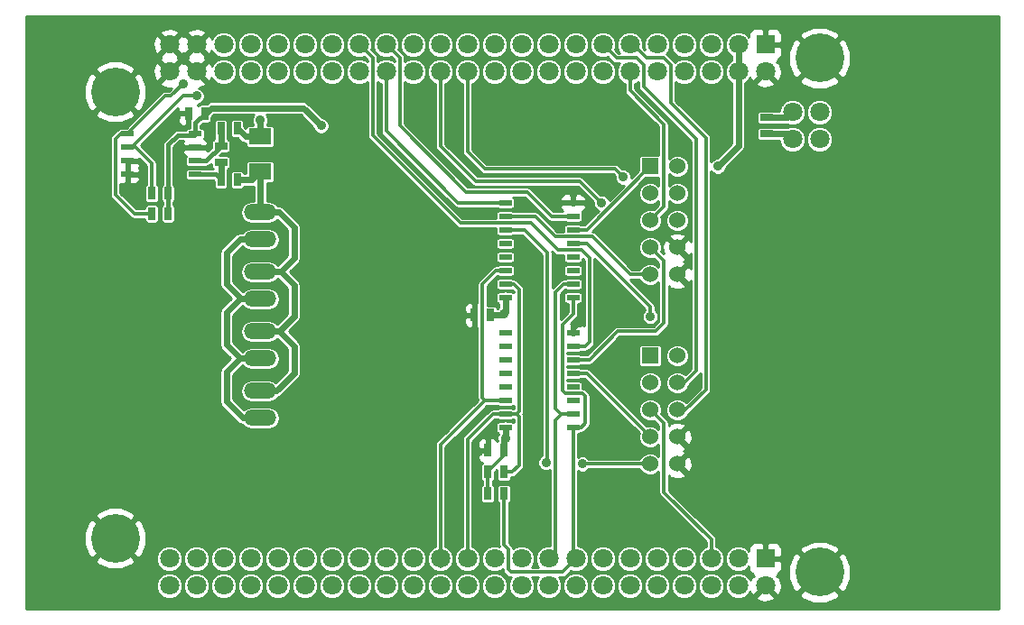
<source format=gtl>
G04 (created by PCBNEW (2013-09-06 BZR 4312)-stable) date T 02 sept  2014 10:34:50 EEST*
%MOIN*%
G04 Gerber Fmt 3.4, Leading zero omitted, Abs format*
%FSLAX34Y34*%
G01*
G70*
G90*
G04 APERTURE LIST*
%ADD10C,0.000787*%
%ADD11C,0.180000*%
%ADD12R,0.070866X0.070866*%
%ADD13C,0.070866*%
%ADD14R,0.025000X0.045000*%
%ADD15O,0.118700X0.059300*%
%ADD16R,0.060000X0.060000*%
%ADD17C,0.060000*%
%ADD18R,0.045000X0.020000*%
%ADD19R,0.045000X0.025000*%
%ADD20R,0.080000X0.060000*%
%ADD21C,0.035000*%
%ADD22C,0.012000*%
%ADD23C,0.016000*%
%ADD24C,0.024000*%
%ADD25C,0.010000*%
G04 APERTURE END LIST*
G54D10*
G54D11*
X44250Y-30750D03*
X70250Y-29500D03*
X70250Y-48500D03*
X44250Y-47250D03*
G54D12*
X68250Y-29000D03*
G54D13*
X68250Y-30000D03*
X67250Y-29000D03*
X67250Y-30000D03*
X66250Y-29000D03*
X66250Y-30000D03*
X65250Y-29000D03*
X65250Y-30000D03*
X64250Y-29000D03*
X64250Y-30000D03*
X63250Y-29000D03*
X63250Y-30000D03*
X62250Y-29000D03*
X62250Y-30000D03*
X61250Y-29000D03*
X61250Y-30000D03*
X60250Y-29000D03*
X60250Y-30000D03*
X59250Y-29000D03*
X59250Y-30000D03*
X58250Y-29000D03*
X58250Y-30000D03*
X57250Y-29000D03*
X57250Y-30000D03*
X56250Y-29000D03*
X56250Y-30000D03*
X55250Y-29000D03*
X55250Y-30000D03*
X54250Y-29000D03*
X54250Y-30000D03*
X53250Y-29000D03*
X53250Y-30000D03*
X52250Y-29000D03*
X52250Y-30000D03*
X51250Y-29000D03*
X51250Y-30000D03*
X50250Y-29000D03*
X50250Y-30000D03*
X49250Y-29000D03*
X49250Y-30000D03*
X48250Y-29000D03*
X48250Y-30000D03*
X47250Y-29000D03*
X47250Y-30000D03*
X46250Y-29000D03*
X46250Y-30000D03*
G54D12*
X68250Y-48000D03*
G54D13*
X68250Y-49000D03*
X67250Y-48000D03*
X67250Y-49000D03*
X66250Y-48000D03*
X66250Y-49000D03*
X65250Y-48000D03*
X65250Y-49000D03*
X64250Y-48000D03*
X64250Y-49000D03*
X63250Y-48000D03*
X63250Y-49000D03*
X62250Y-48000D03*
X62250Y-49000D03*
X61250Y-48000D03*
X61250Y-49000D03*
X60250Y-48000D03*
X60250Y-49000D03*
X59250Y-48000D03*
X59250Y-49000D03*
X58250Y-48000D03*
X58250Y-49000D03*
X57250Y-48000D03*
X57250Y-49000D03*
X56250Y-48000D03*
X56250Y-49000D03*
X55250Y-48000D03*
X55250Y-49000D03*
X54250Y-48000D03*
X54250Y-49000D03*
X53250Y-48000D03*
X53250Y-49000D03*
X52250Y-48000D03*
X52250Y-49000D03*
X51250Y-48000D03*
X51250Y-49000D03*
X50250Y-48000D03*
X50250Y-49000D03*
X49250Y-48000D03*
X49250Y-49000D03*
X48250Y-48000D03*
X48250Y-49000D03*
X47250Y-48000D03*
X47250Y-49000D03*
X46250Y-48000D03*
X46250Y-49000D03*
X70250Y-31500D03*
X70250Y-32500D03*
X69250Y-31500D03*
X69250Y-32500D03*
G54D14*
X58100Y-39000D03*
X57500Y-39000D03*
X58600Y-44000D03*
X58000Y-44000D03*
G54D15*
X49600Y-36200D03*
X49600Y-35200D03*
X49600Y-38400D03*
X49600Y-37400D03*
X49600Y-40600D03*
X49600Y-39600D03*
X49600Y-42800D03*
X49600Y-41800D03*
G54D16*
X64000Y-33500D03*
G54D17*
X65000Y-33500D03*
X64000Y-34500D03*
X65000Y-34500D03*
X64000Y-35500D03*
X65000Y-35500D03*
X64000Y-36500D03*
X65000Y-36500D03*
X64000Y-37500D03*
X65000Y-37500D03*
G54D16*
X64000Y-40500D03*
G54D17*
X65000Y-40500D03*
X64000Y-41500D03*
X65000Y-41500D03*
X64000Y-42500D03*
X65000Y-42500D03*
X64000Y-43500D03*
X65000Y-43500D03*
X64000Y-44500D03*
X65000Y-44500D03*
G54D14*
X58000Y-44800D03*
X58600Y-44800D03*
X58000Y-45600D03*
X58600Y-45600D03*
G54D18*
X58650Y-38350D03*
X58650Y-37350D03*
X58650Y-36850D03*
X58650Y-36350D03*
X58650Y-35850D03*
X58650Y-35350D03*
X58650Y-34850D03*
X61150Y-34850D03*
X61150Y-35350D03*
X61150Y-35850D03*
X61150Y-36350D03*
X61150Y-36850D03*
X61150Y-37350D03*
X61150Y-37850D03*
X61150Y-38350D03*
X58650Y-37850D03*
X58650Y-43150D03*
X58650Y-42150D03*
X58650Y-41650D03*
X58650Y-41150D03*
X58650Y-40650D03*
X58650Y-40150D03*
X58650Y-39650D03*
X61150Y-39650D03*
X61150Y-40150D03*
X61150Y-40650D03*
X61150Y-41150D03*
X61150Y-41650D03*
X61150Y-42150D03*
X61150Y-42650D03*
X61150Y-43150D03*
X58650Y-42650D03*
G54D19*
X68300Y-32300D03*
X68300Y-31700D03*
X48150Y-33350D03*
X48150Y-32750D03*
G54D14*
X47550Y-31550D03*
X46950Y-31550D03*
G54D20*
X49600Y-32400D03*
X49600Y-33700D03*
G54D14*
X48750Y-34000D03*
X48150Y-34000D03*
X48750Y-32100D03*
X48150Y-32100D03*
X45600Y-34500D03*
X46200Y-34500D03*
X45600Y-35250D03*
X46200Y-35250D03*
G54D18*
X44700Y-33800D03*
X44700Y-33300D03*
X44700Y-32800D03*
X44700Y-32300D03*
X47200Y-32300D03*
X47200Y-32800D03*
X47200Y-33300D03*
X47200Y-33800D03*
G54D21*
X51850Y-32000D03*
X58650Y-43550D03*
X58600Y-38950D03*
X66500Y-33500D03*
X49600Y-31800D03*
X63150Y-44000D03*
X61400Y-39300D03*
X62150Y-39300D03*
X61150Y-34500D03*
X57650Y-44050D03*
X57100Y-39000D03*
X46650Y-32800D03*
X44700Y-34250D03*
X46500Y-31700D03*
X46750Y-30450D03*
X47250Y-30900D03*
X61500Y-44500D03*
X60150Y-44450D03*
X64000Y-39050D03*
X62200Y-34850D03*
X63000Y-33900D03*
G54D22*
X58600Y-45600D02*
X58600Y-47500D01*
X60750Y-48500D02*
X61250Y-48000D01*
X58850Y-48500D02*
X60750Y-48500D01*
X58750Y-48400D02*
X58850Y-48500D01*
X58750Y-47650D02*
X58750Y-48400D01*
X58600Y-47500D02*
X58750Y-47650D01*
X61150Y-38350D02*
X61150Y-38950D01*
X61450Y-43150D02*
X61150Y-43150D01*
X61600Y-43000D02*
X61450Y-43150D01*
X61600Y-42000D02*
X61600Y-43000D01*
X61500Y-41900D02*
X61600Y-42000D01*
X60850Y-41900D02*
X61500Y-41900D01*
X60750Y-41800D02*
X60850Y-41900D01*
X60750Y-39350D02*
X60750Y-41800D01*
X61150Y-38950D02*
X60750Y-39350D01*
X61150Y-43150D02*
X61150Y-47900D01*
X61150Y-47900D02*
X61250Y-48000D01*
X58600Y-44800D02*
X58900Y-44800D01*
X59150Y-42750D02*
X59050Y-42650D01*
X59150Y-44550D02*
X59150Y-42750D01*
X58900Y-44800D02*
X59150Y-44550D01*
X58650Y-42650D02*
X59050Y-42650D01*
X58950Y-37850D02*
X58650Y-37850D01*
X59150Y-38050D02*
X58950Y-37850D01*
X59150Y-42550D02*
X59150Y-38050D01*
X59050Y-42650D02*
X59150Y-42550D01*
X57250Y-48000D02*
X57250Y-43600D01*
X58200Y-42650D02*
X58650Y-42650D01*
X57250Y-43600D02*
X58200Y-42650D01*
X58000Y-45600D02*
X58000Y-44800D01*
X58000Y-44800D02*
X58600Y-44200D01*
X58600Y-44200D02*
X58600Y-44000D01*
G54D23*
X46200Y-35250D02*
X46200Y-34500D01*
X46200Y-34500D02*
X46200Y-32700D01*
X46200Y-32700D02*
X46550Y-32350D01*
X46550Y-32350D02*
X47150Y-32350D01*
X47150Y-32350D02*
X47200Y-32300D01*
X47200Y-32300D02*
X47200Y-31900D01*
X47200Y-31900D02*
X47550Y-31550D01*
G54D24*
X47550Y-31550D02*
X47600Y-31550D01*
X51200Y-31350D02*
X51850Y-32000D01*
X47800Y-31350D02*
X51200Y-31350D01*
X47600Y-31550D02*
X47800Y-31350D01*
X58600Y-44000D02*
X58600Y-43600D01*
X58600Y-43600D02*
X58650Y-43550D01*
X58650Y-43550D02*
X58650Y-43150D01*
X58650Y-38350D02*
X58650Y-38900D01*
X58650Y-38900D02*
X58600Y-38950D01*
X58550Y-39000D02*
X58100Y-39000D01*
X58600Y-38950D02*
X58550Y-39000D01*
X67250Y-29000D02*
X67250Y-30000D01*
X67250Y-30000D02*
X67250Y-32250D01*
X67250Y-32250D02*
X67250Y-32750D01*
X67250Y-32750D02*
X66500Y-33500D01*
X49600Y-32400D02*
X49600Y-31800D01*
X49600Y-32400D02*
X49050Y-32400D01*
X49050Y-32400D02*
X48750Y-32100D01*
X48850Y-40600D02*
X48350Y-41100D01*
X48950Y-42800D02*
X49600Y-42800D01*
X48350Y-42200D02*
X48950Y-42800D01*
X48350Y-41100D02*
X48350Y-42200D01*
X48900Y-38400D02*
X48850Y-38400D01*
X48850Y-40600D02*
X49600Y-40600D01*
X48350Y-40100D02*
X48850Y-40600D01*
X48350Y-38900D02*
X48350Y-40100D01*
X48850Y-38400D02*
X48350Y-38900D01*
X49600Y-36200D02*
X48850Y-36200D01*
X48900Y-38400D02*
X49600Y-38400D01*
X48350Y-37850D02*
X48900Y-38400D01*
X48350Y-36700D02*
X48350Y-37850D01*
X48850Y-36200D02*
X48350Y-36700D01*
X68300Y-31700D02*
X69050Y-31700D01*
X69050Y-31700D02*
X69250Y-31500D01*
X48750Y-34000D02*
X49300Y-34000D01*
X49300Y-34000D02*
X49600Y-33700D01*
X49600Y-33700D02*
X49600Y-35200D01*
X50300Y-39600D02*
X50850Y-40150D01*
X50200Y-41800D02*
X49600Y-41800D01*
X50850Y-41150D02*
X50200Y-41800D01*
X50850Y-40150D02*
X50850Y-41150D01*
X50350Y-37400D02*
X50850Y-37900D01*
X50300Y-39600D02*
X49600Y-39600D01*
X50850Y-39050D02*
X50300Y-39600D01*
X50850Y-37900D02*
X50850Y-39050D01*
X49600Y-37400D02*
X50350Y-37400D01*
X50300Y-35200D02*
X49600Y-35200D01*
X50850Y-35750D02*
X50300Y-35200D01*
X50850Y-36900D02*
X50850Y-35750D01*
X50350Y-37400D02*
X50850Y-36900D01*
G54D22*
X61150Y-39550D02*
X61400Y-39300D01*
X61150Y-39550D02*
X61150Y-39650D01*
X61150Y-34850D02*
X61150Y-34500D01*
X58000Y-44000D02*
X57700Y-44000D01*
X57700Y-44000D02*
X57650Y-44050D01*
X57500Y-39000D02*
X57100Y-39000D01*
X47200Y-32800D02*
X46650Y-32800D01*
X44700Y-33800D02*
X44700Y-34250D01*
X44700Y-33300D02*
X44700Y-33800D01*
X46950Y-31550D02*
X46650Y-31550D01*
X46650Y-31550D02*
X46500Y-31700D01*
X44700Y-32300D02*
X44450Y-32300D01*
X44950Y-35250D02*
X45600Y-35250D01*
X44250Y-34550D02*
X44950Y-35250D01*
X44250Y-32500D02*
X44250Y-34550D01*
X44450Y-32300D02*
X44250Y-32500D01*
X46100Y-30900D02*
X44700Y-32300D01*
X46300Y-30900D02*
X46100Y-30900D01*
X46750Y-30450D02*
X46300Y-30900D01*
X45600Y-34500D02*
X45600Y-33400D01*
X45000Y-32800D02*
X44700Y-32800D01*
X45600Y-33400D02*
X45000Y-32800D01*
X44700Y-32800D02*
X44850Y-32800D01*
X46750Y-30900D02*
X47250Y-30900D01*
X44850Y-32800D02*
X46750Y-30900D01*
X64000Y-37500D02*
X63250Y-37500D01*
X59750Y-35350D02*
X60500Y-36100D01*
X60500Y-36100D02*
X61850Y-36100D01*
X59750Y-35350D02*
X58650Y-35350D01*
X63250Y-37500D02*
X61850Y-36100D01*
X58650Y-35850D02*
X59350Y-35850D01*
X60150Y-44450D02*
X60200Y-44400D01*
X60200Y-44400D02*
X60200Y-42650D01*
X60200Y-36700D02*
X60200Y-42650D01*
X59400Y-35900D02*
X60200Y-36700D01*
X61500Y-44500D02*
X64000Y-44500D01*
X59350Y-35850D02*
X59400Y-35900D01*
X61150Y-35850D02*
X61650Y-35850D01*
X61650Y-35850D02*
X64000Y-33500D01*
X61150Y-36350D02*
X61650Y-36350D01*
X64000Y-38700D02*
X64000Y-39050D01*
X61650Y-36350D02*
X64000Y-38700D01*
G54D24*
X48150Y-33350D02*
X48150Y-34000D01*
G54D23*
X47200Y-33800D02*
X47950Y-33800D01*
X47950Y-33800D02*
X48150Y-34000D01*
G54D24*
X68300Y-32300D02*
X69050Y-32300D01*
X69050Y-32300D02*
X69250Y-32500D01*
G54D23*
X47200Y-33300D02*
X47600Y-33300D01*
X47600Y-33300D02*
X48150Y-32750D01*
G54D24*
X48150Y-32750D02*
X48150Y-32100D01*
G54D22*
X63250Y-30000D02*
X63250Y-30700D01*
X64500Y-35000D02*
X64500Y-31950D01*
X64500Y-35000D02*
X64000Y-35500D01*
X63250Y-30700D02*
X64500Y-31950D01*
X64000Y-42500D02*
X64500Y-43000D01*
X66250Y-47300D02*
X66250Y-48000D01*
X64500Y-45550D02*
X66250Y-47300D01*
X64500Y-43000D02*
X64500Y-45550D01*
X56250Y-43900D02*
X56250Y-43800D01*
X56250Y-48300D02*
X56250Y-43900D01*
X57350Y-42700D02*
X56600Y-43450D01*
X57350Y-42700D02*
X57900Y-42150D01*
X56250Y-43800D02*
X56600Y-43450D01*
X58650Y-42150D02*
X57900Y-42150D01*
X58000Y-37650D02*
X57800Y-37850D01*
X58300Y-37350D02*
X58000Y-37650D01*
X58300Y-37350D02*
X58650Y-37350D01*
X57800Y-41400D02*
X57800Y-41450D01*
X57800Y-37850D02*
X57800Y-41400D01*
X57800Y-41450D02*
X57800Y-42050D01*
X57900Y-42150D02*
X57800Y-42050D01*
X60700Y-42650D02*
X60700Y-42700D01*
X60500Y-47750D02*
X60250Y-48000D01*
X60500Y-42900D02*
X60500Y-47750D01*
X60700Y-42700D02*
X60500Y-42900D01*
X61150Y-37850D02*
X60800Y-37850D01*
X60700Y-42650D02*
X61150Y-42650D01*
X60500Y-42450D02*
X60700Y-42650D01*
X60500Y-38150D02*
X60500Y-42450D01*
X60800Y-37850D02*
X60500Y-38150D01*
X61150Y-42650D02*
X60950Y-42650D01*
X64500Y-37900D02*
X64500Y-39300D01*
X64500Y-37000D02*
X64500Y-37900D01*
X61150Y-40650D02*
X61750Y-40650D01*
X64500Y-37000D02*
X64000Y-36500D01*
X62800Y-39600D02*
X61750Y-40650D01*
X64200Y-39600D02*
X62800Y-39600D01*
X64500Y-39300D02*
X64200Y-39600D01*
X61150Y-41150D02*
X61650Y-41150D01*
X61650Y-41150D02*
X64000Y-43500D01*
X54250Y-30000D02*
X54250Y-32200D01*
X56900Y-34850D02*
X58650Y-34850D01*
X54250Y-32200D02*
X56900Y-34850D01*
X54750Y-30950D02*
X54750Y-32000D01*
X54750Y-29500D02*
X54750Y-30000D01*
X54750Y-30000D02*
X54750Y-30950D01*
X54250Y-29000D02*
X54750Y-29500D01*
X60350Y-35350D02*
X61150Y-35350D01*
X59450Y-34450D02*
X60350Y-35350D01*
X57200Y-34450D02*
X59450Y-34450D01*
X54750Y-32000D02*
X57200Y-34450D01*
X58200Y-35600D02*
X57000Y-35600D01*
X53250Y-29000D02*
X53750Y-29500D01*
X60600Y-36600D02*
X59600Y-35600D01*
X59600Y-35600D02*
X58200Y-35600D01*
X61750Y-37150D02*
X61750Y-36900D01*
X61600Y-40150D02*
X61750Y-40000D01*
X61750Y-40000D02*
X61750Y-37150D01*
X61600Y-40150D02*
X61150Y-40150D01*
X61450Y-36600D02*
X60650Y-36600D01*
X61750Y-36900D02*
X61450Y-36600D01*
X60650Y-36600D02*
X60600Y-36600D01*
X53750Y-32350D02*
X53750Y-29500D01*
X57000Y-35600D02*
X53750Y-32350D01*
X60850Y-34050D02*
X61400Y-34050D01*
X56250Y-30000D02*
X56250Y-32750D01*
X57550Y-34050D02*
X60850Y-34050D01*
X56250Y-32750D02*
X57550Y-34050D01*
X61400Y-34050D02*
X62200Y-34850D01*
X60850Y-33600D02*
X62700Y-33600D01*
X57250Y-32950D02*
X57900Y-33600D01*
X57900Y-33600D02*
X60850Y-33600D01*
X57250Y-30000D02*
X57250Y-32950D01*
X62700Y-33600D02*
X63000Y-33900D01*
X64750Y-30400D02*
X64750Y-31150D01*
X65300Y-42500D02*
X66050Y-41750D01*
X66050Y-41750D02*
X66050Y-33050D01*
X65000Y-42500D02*
X65300Y-42500D01*
X63350Y-29000D02*
X63850Y-29500D01*
X63850Y-29500D02*
X64500Y-29500D01*
X64500Y-29500D02*
X64750Y-29750D01*
X64750Y-29750D02*
X64750Y-30400D01*
G54D25*
X63350Y-29000D02*
X63250Y-29000D01*
G54D22*
X66050Y-32450D02*
X66050Y-33050D01*
X64750Y-31150D02*
X66050Y-32450D01*
X63750Y-30400D02*
X63750Y-30550D01*
X65250Y-41500D02*
X65700Y-41050D01*
X65700Y-41050D02*
X65700Y-33050D01*
G54D25*
X65000Y-41500D02*
X65250Y-41500D01*
G54D22*
X62750Y-29500D02*
X63500Y-29500D01*
X63500Y-29500D02*
X63750Y-29750D01*
X63750Y-29750D02*
X63750Y-30400D01*
X62750Y-29500D02*
X62250Y-29000D01*
X65700Y-32500D02*
X65700Y-33050D01*
X63750Y-30550D02*
X65700Y-32500D01*
G54D10*
G36*
X61560Y-39381D02*
X61516Y-39338D01*
X61424Y-39300D01*
X61325Y-39300D01*
X61262Y-39300D01*
X61200Y-39362D01*
X61200Y-39600D01*
X61207Y-39600D01*
X61207Y-39700D01*
X61200Y-39700D01*
X61200Y-39707D01*
X61100Y-39707D01*
X61100Y-39700D01*
X61092Y-39700D01*
X61092Y-39600D01*
X61100Y-39600D01*
X61100Y-39362D01*
X61053Y-39315D01*
X61284Y-39084D01*
X61325Y-39022D01*
X61340Y-38950D01*
X61340Y-38580D01*
X61400Y-38580D01*
X61448Y-38560D01*
X61485Y-38523D01*
X61505Y-38475D01*
X61505Y-38424D01*
X61505Y-38224D01*
X61485Y-38176D01*
X61448Y-38139D01*
X61400Y-38120D01*
X61349Y-38120D01*
X60899Y-38120D01*
X60851Y-38139D01*
X60814Y-38176D01*
X60795Y-38224D01*
X60795Y-38275D01*
X60795Y-38475D01*
X60814Y-38523D01*
X60851Y-38560D01*
X60899Y-38580D01*
X60950Y-38580D01*
X60960Y-38580D01*
X60960Y-38871D01*
X60690Y-39141D01*
X60690Y-38228D01*
X60856Y-38062D01*
X60899Y-38080D01*
X60950Y-38080D01*
X61400Y-38080D01*
X61448Y-38060D01*
X61485Y-38023D01*
X61505Y-37975D01*
X61505Y-37924D01*
X61505Y-37724D01*
X61505Y-37475D01*
X61505Y-37424D01*
X61505Y-37224D01*
X61485Y-37176D01*
X61448Y-37139D01*
X61400Y-37120D01*
X61349Y-37120D01*
X60899Y-37120D01*
X60851Y-37139D01*
X60814Y-37176D01*
X60795Y-37224D01*
X60795Y-37275D01*
X60795Y-37475D01*
X60814Y-37523D01*
X60851Y-37560D01*
X60899Y-37580D01*
X60950Y-37580D01*
X61400Y-37580D01*
X61448Y-37560D01*
X61485Y-37523D01*
X61505Y-37475D01*
X61505Y-37724D01*
X61485Y-37676D01*
X61448Y-37639D01*
X61400Y-37620D01*
X61349Y-37620D01*
X60899Y-37620D01*
X60851Y-37639D01*
X60831Y-37660D01*
X60800Y-37660D01*
X60800Y-37659D01*
X60727Y-37674D01*
X60665Y-37715D01*
X60390Y-37991D01*
X60390Y-36700D01*
X60379Y-36648D01*
X60465Y-36734D01*
X60465Y-36734D01*
X60527Y-36775D01*
X60600Y-36790D01*
X60650Y-36790D01*
X60795Y-36790D01*
X60795Y-36975D01*
X60814Y-37023D01*
X60851Y-37060D01*
X60899Y-37080D01*
X60950Y-37080D01*
X61400Y-37080D01*
X61448Y-37060D01*
X61485Y-37023D01*
X61505Y-36975D01*
X61505Y-36924D01*
X61505Y-36923D01*
X61560Y-36978D01*
X61560Y-37150D01*
X61560Y-39381D01*
X61560Y-39381D01*
G37*
G54D25*
X61560Y-39381D02*
X61516Y-39338D01*
X61424Y-39300D01*
X61325Y-39300D01*
X61262Y-39300D01*
X61200Y-39362D01*
X61200Y-39600D01*
X61207Y-39600D01*
X61207Y-39700D01*
X61200Y-39700D01*
X61200Y-39707D01*
X61100Y-39707D01*
X61100Y-39700D01*
X61092Y-39700D01*
X61092Y-39600D01*
X61100Y-39600D01*
X61100Y-39362D01*
X61053Y-39315D01*
X61284Y-39084D01*
X61325Y-39022D01*
X61340Y-38950D01*
X61340Y-38580D01*
X61400Y-38580D01*
X61448Y-38560D01*
X61485Y-38523D01*
X61505Y-38475D01*
X61505Y-38424D01*
X61505Y-38224D01*
X61485Y-38176D01*
X61448Y-38139D01*
X61400Y-38120D01*
X61349Y-38120D01*
X60899Y-38120D01*
X60851Y-38139D01*
X60814Y-38176D01*
X60795Y-38224D01*
X60795Y-38275D01*
X60795Y-38475D01*
X60814Y-38523D01*
X60851Y-38560D01*
X60899Y-38580D01*
X60950Y-38580D01*
X60960Y-38580D01*
X60960Y-38871D01*
X60690Y-39141D01*
X60690Y-38228D01*
X60856Y-38062D01*
X60899Y-38080D01*
X60950Y-38080D01*
X61400Y-38080D01*
X61448Y-38060D01*
X61485Y-38023D01*
X61505Y-37975D01*
X61505Y-37924D01*
X61505Y-37724D01*
X61505Y-37475D01*
X61505Y-37424D01*
X61505Y-37224D01*
X61485Y-37176D01*
X61448Y-37139D01*
X61400Y-37120D01*
X61349Y-37120D01*
X60899Y-37120D01*
X60851Y-37139D01*
X60814Y-37176D01*
X60795Y-37224D01*
X60795Y-37275D01*
X60795Y-37475D01*
X60814Y-37523D01*
X60851Y-37560D01*
X60899Y-37580D01*
X60950Y-37580D01*
X61400Y-37580D01*
X61448Y-37560D01*
X61485Y-37523D01*
X61505Y-37475D01*
X61505Y-37724D01*
X61485Y-37676D01*
X61448Y-37639D01*
X61400Y-37620D01*
X61349Y-37620D01*
X60899Y-37620D01*
X60851Y-37639D01*
X60831Y-37660D01*
X60800Y-37660D01*
X60800Y-37659D01*
X60727Y-37674D01*
X60665Y-37715D01*
X60390Y-37991D01*
X60390Y-36700D01*
X60379Y-36648D01*
X60465Y-36734D01*
X60465Y-36734D01*
X60527Y-36775D01*
X60600Y-36790D01*
X60650Y-36790D01*
X60795Y-36790D01*
X60795Y-36975D01*
X60814Y-37023D01*
X60851Y-37060D01*
X60899Y-37080D01*
X60950Y-37080D01*
X61400Y-37080D01*
X61448Y-37060D01*
X61485Y-37023D01*
X61505Y-36975D01*
X61505Y-36924D01*
X61505Y-36923D01*
X61560Y-36978D01*
X61560Y-37150D01*
X61560Y-39381D01*
G54D10*
G36*
X64310Y-39221D02*
X64121Y-39410D01*
X62800Y-39410D01*
X62800Y-39409D01*
X62727Y-39424D01*
X62665Y-39465D01*
X62665Y-39465D01*
X61671Y-40460D01*
X61468Y-40460D01*
X61448Y-40439D01*
X61400Y-40420D01*
X61349Y-40420D01*
X60940Y-40420D01*
X60940Y-40380D01*
X60950Y-40380D01*
X61400Y-40380D01*
X61448Y-40360D01*
X61468Y-40340D01*
X61600Y-40340D01*
X61672Y-40325D01*
X61734Y-40284D01*
X61884Y-40134D01*
X61884Y-40134D01*
X61884Y-40134D01*
X61925Y-40072D01*
X61940Y-40000D01*
X61940Y-37150D01*
X61940Y-36908D01*
X63810Y-38778D01*
X63810Y-38808D01*
X63741Y-38877D01*
X63695Y-38989D01*
X63694Y-39110D01*
X63741Y-39222D01*
X63827Y-39308D01*
X63939Y-39354D01*
X64060Y-39355D01*
X64172Y-39308D01*
X64258Y-39222D01*
X64304Y-39110D01*
X64305Y-38989D01*
X64258Y-38877D01*
X64190Y-38808D01*
X64190Y-38700D01*
X64190Y-38700D01*
X64190Y-38700D01*
X64175Y-38627D01*
X64134Y-38565D01*
X63258Y-37690D01*
X63613Y-37690D01*
X63635Y-37743D01*
X63756Y-37864D01*
X63914Y-37929D01*
X64085Y-37930D01*
X64243Y-37864D01*
X64310Y-37798D01*
X64310Y-37900D01*
X64310Y-39221D01*
X64310Y-39221D01*
G37*
G54D25*
X64310Y-39221D02*
X64121Y-39410D01*
X62800Y-39410D01*
X62800Y-39409D01*
X62727Y-39424D01*
X62665Y-39465D01*
X62665Y-39465D01*
X61671Y-40460D01*
X61468Y-40460D01*
X61448Y-40439D01*
X61400Y-40420D01*
X61349Y-40420D01*
X60940Y-40420D01*
X60940Y-40380D01*
X60950Y-40380D01*
X61400Y-40380D01*
X61448Y-40360D01*
X61468Y-40340D01*
X61600Y-40340D01*
X61672Y-40325D01*
X61734Y-40284D01*
X61884Y-40134D01*
X61884Y-40134D01*
X61884Y-40134D01*
X61925Y-40072D01*
X61940Y-40000D01*
X61940Y-37150D01*
X61940Y-36908D01*
X63810Y-38778D01*
X63810Y-38808D01*
X63741Y-38877D01*
X63695Y-38989D01*
X63694Y-39110D01*
X63741Y-39222D01*
X63827Y-39308D01*
X63939Y-39354D01*
X64060Y-39355D01*
X64172Y-39308D01*
X64258Y-39222D01*
X64304Y-39110D01*
X64305Y-38989D01*
X64258Y-38877D01*
X64190Y-38808D01*
X64190Y-38700D01*
X64190Y-38700D01*
X64190Y-38700D01*
X64175Y-38627D01*
X64134Y-38565D01*
X63258Y-37690D01*
X63613Y-37690D01*
X63635Y-37743D01*
X63756Y-37864D01*
X63914Y-37929D01*
X64085Y-37930D01*
X64243Y-37864D01*
X64310Y-37798D01*
X64310Y-37900D01*
X64310Y-39221D01*
G54D10*
G36*
X64310Y-44201D02*
X64243Y-44135D01*
X64085Y-44070D01*
X63914Y-44069D01*
X63756Y-44135D01*
X63635Y-44256D01*
X63613Y-44310D01*
X61741Y-44310D01*
X61672Y-44241D01*
X61560Y-44195D01*
X61439Y-44194D01*
X61340Y-44236D01*
X61340Y-43380D01*
X61400Y-43380D01*
X61448Y-43360D01*
X61473Y-43335D01*
X61522Y-43325D01*
X61584Y-43284D01*
X61734Y-43134D01*
X61734Y-43134D01*
X61734Y-43134D01*
X61775Y-43072D01*
X61790Y-43000D01*
X61790Y-42000D01*
X61775Y-41927D01*
X61734Y-41865D01*
X61634Y-41765D01*
X61572Y-41724D01*
X61505Y-41710D01*
X61505Y-41524D01*
X61485Y-41476D01*
X61448Y-41439D01*
X61400Y-41420D01*
X61349Y-41420D01*
X60940Y-41420D01*
X60940Y-41380D01*
X60950Y-41380D01*
X61400Y-41380D01*
X61448Y-41360D01*
X61468Y-41340D01*
X61571Y-41340D01*
X63592Y-43360D01*
X63570Y-43414D01*
X63569Y-43585D01*
X63635Y-43743D01*
X63756Y-43864D01*
X63914Y-43929D01*
X64085Y-43930D01*
X64243Y-43864D01*
X64310Y-43798D01*
X64310Y-44201D01*
X64310Y-44201D01*
G37*
G54D25*
X64310Y-44201D02*
X64243Y-44135D01*
X64085Y-44070D01*
X63914Y-44069D01*
X63756Y-44135D01*
X63635Y-44256D01*
X63613Y-44310D01*
X61741Y-44310D01*
X61672Y-44241D01*
X61560Y-44195D01*
X61439Y-44194D01*
X61340Y-44236D01*
X61340Y-43380D01*
X61400Y-43380D01*
X61448Y-43360D01*
X61473Y-43335D01*
X61522Y-43325D01*
X61584Y-43284D01*
X61734Y-43134D01*
X61734Y-43134D01*
X61734Y-43134D01*
X61775Y-43072D01*
X61790Y-43000D01*
X61790Y-42000D01*
X61775Y-41927D01*
X61734Y-41865D01*
X61634Y-41765D01*
X61572Y-41724D01*
X61505Y-41710D01*
X61505Y-41524D01*
X61485Y-41476D01*
X61448Y-41439D01*
X61400Y-41420D01*
X61349Y-41420D01*
X60940Y-41420D01*
X60940Y-41380D01*
X60950Y-41380D01*
X61400Y-41380D01*
X61448Y-41360D01*
X61468Y-41340D01*
X61571Y-41340D01*
X63592Y-43360D01*
X63570Y-43414D01*
X63569Y-43585D01*
X63635Y-43743D01*
X63756Y-43864D01*
X63914Y-43929D01*
X64085Y-43930D01*
X64243Y-43864D01*
X64310Y-43798D01*
X64310Y-44201D01*
G54D10*
G36*
X76850Y-49850D02*
X71400Y-49850D01*
X71400Y-48724D01*
X71400Y-29724D01*
X71399Y-29267D01*
X71227Y-28851D01*
X71069Y-28751D01*
X70998Y-28821D01*
X70998Y-28680D01*
X70898Y-28522D01*
X70474Y-28349D01*
X70017Y-28350D01*
X69601Y-28522D01*
X69501Y-28680D01*
X70250Y-29429D01*
X70998Y-28680D01*
X70998Y-28821D01*
X70320Y-29500D01*
X71069Y-30248D01*
X71227Y-30148D01*
X71400Y-29724D01*
X71400Y-48724D01*
X71399Y-48267D01*
X71227Y-47851D01*
X71069Y-47751D01*
X70998Y-47821D01*
X70998Y-47680D01*
X70998Y-30319D01*
X70250Y-29570D01*
X70179Y-29641D01*
X70179Y-29500D01*
X69430Y-28751D01*
X69272Y-28851D01*
X69099Y-29275D01*
X69100Y-29732D01*
X69272Y-30148D01*
X69430Y-30248D01*
X70179Y-29500D01*
X70179Y-29641D01*
X69501Y-30319D01*
X69601Y-30477D01*
X70025Y-30650D01*
X70482Y-30649D01*
X70898Y-30477D01*
X70998Y-30319D01*
X70998Y-47680D01*
X70898Y-47522D01*
X70734Y-47455D01*
X70734Y-32404D01*
X70734Y-31404D01*
X70660Y-31226D01*
X70524Y-31089D01*
X70346Y-31015D01*
X70154Y-31015D01*
X69976Y-31089D01*
X69839Y-31225D01*
X69765Y-31403D01*
X69765Y-31595D01*
X69839Y-31773D01*
X69975Y-31910D01*
X70153Y-31984D01*
X70345Y-31984D01*
X70523Y-31910D01*
X70660Y-31774D01*
X70734Y-31596D01*
X70734Y-31404D01*
X70734Y-32404D01*
X70660Y-32226D01*
X70524Y-32089D01*
X70346Y-32015D01*
X70154Y-32015D01*
X69976Y-32089D01*
X69839Y-32225D01*
X69765Y-32403D01*
X69765Y-32595D01*
X69839Y-32773D01*
X69975Y-32910D01*
X70153Y-32984D01*
X70345Y-32984D01*
X70523Y-32910D01*
X70660Y-32774D01*
X70734Y-32596D01*
X70734Y-32404D01*
X70734Y-47455D01*
X70474Y-47349D01*
X70017Y-47350D01*
X69734Y-47467D01*
X69734Y-32404D01*
X69734Y-31404D01*
X69660Y-31226D01*
X69524Y-31089D01*
X69346Y-31015D01*
X69154Y-31015D01*
X68976Y-31089D01*
X68858Y-31206D01*
X68858Y-30094D01*
X68854Y-29987D01*
X68848Y-29854D01*
X68776Y-29679D01*
X68675Y-29645D01*
X68720Y-29600D01*
X68703Y-29583D01*
X68745Y-29566D01*
X68816Y-29495D01*
X68854Y-29404D01*
X68854Y-29304D01*
X68854Y-29112D01*
X68854Y-28887D01*
X68854Y-28695D01*
X68854Y-28595D01*
X68816Y-28504D01*
X68745Y-28433D01*
X68654Y-28395D01*
X68362Y-28395D01*
X68300Y-28458D01*
X68300Y-28950D01*
X68791Y-28950D01*
X68854Y-28887D01*
X68854Y-29112D01*
X68791Y-29050D01*
X68300Y-29050D01*
X68300Y-29057D01*
X68200Y-29057D01*
X68200Y-29050D01*
X68192Y-29050D01*
X68192Y-28950D01*
X68200Y-28950D01*
X68200Y-28458D01*
X68137Y-28395D01*
X67845Y-28395D01*
X67754Y-28433D01*
X67683Y-28504D01*
X67645Y-28595D01*
X67645Y-28695D01*
X67645Y-28710D01*
X67524Y-28589D01*
X67346Y-28515D01*
X67154Y-28515D01*
X66976Y-28589D01*
X66839Y-28725D01*
X66765Y-28903D01*
X66765Y-29095D01*
X66839Y-29273D01*
X66975Y-29410D01*
X67000Y-29420D01*
X67000Y-29579D01*
X66976Y-29589D01*
X66839Y-29725D01*
X66765Y-29903D01*
X66765Y-30095D01*
X66839Y-30273D01*
X66975Y-30410D01*
X67000Y-30420D01*
X67000Y-32250D01*
X67000Y-32646D01*
X66734Y-32912D01*
X66734Y-29904D01*
X66734Y-28904D01*
X66660Y-28726D01*
X66524Y-28589D01*
X66346Y-28515D01*
X66154Y-28515D01*
X65976Y-28589D01*
X65839Y-28725D01*
X65765Y-28903D01*
X65765Y-29095D01*
X65839Y-29273D01*
X65975Y-29410D01*
X66153Y-29484D01*
X66345Y-29484D01*
X66523Y-29410D01*
X66660Y-29274D01*
X66734Y-29096D01*
X66734Y-28904D01*
X66734Y-29904D01*
X66660Y-29726D01*
X66524Y-29589D01*
X66346Y-29515D01*
X66154Y-29515D01*
X65976Y-29589D01*
X65839Y-29725D01*
X65765Y-29903D01*
X65765Y-30095D01*
X65839Y-30273D01*
X65975Y-30410D01*
X66153Y-30484D01*
X66345Y-30484D01*
X66523Y-30410D01*
X66660Y-30274D01*
X66734Y-30096D01*
X66734Y-29904D01*
X66734Y-32912D01*
X66451Y-33194D01*
X66439Y-33194D01*
X66327Y-33241D01*
X66241Y-33327D01*
X66240Y-33330D01*
X66240Y-33050D01*
X66240Y-32450D01*
X66225Y-32377D01*
X66184Y-32315D01*
X64940Y-31071D01*
X64940Y-30400D01*
X64940Y-30375D01*
X64975Y-30410D01*
X65153Y-30484D01*
X65345Y-30484D01*
X65523Y-30410D01*
X65660Y-30274D01*
X65734Y-30096D01*
X65734Y-29904D01*
X65734Y-28904D01*
X65660Y-28726D01*
X65524Y-28589D01*
X65346Y-28515D01*
X65154Y-28515D01*
X64976Y-28589D01*
X64839Y-28725D01*
X64765Y-28903D01*
X64765Y-29095D01*
X64839Y-29273D01*
X64975Y-29410D01*
X65153Y-29484D01*
X65345Y-29484D01*
X65523Y-29410D01*
X65660Y-29274D01*
X65734Y-29096D01*
X65734Y-28904D01*
X65734Y-29904D01*
X65660Y-29726D01*
X65524Y-29589D01*
X65346Y-29515D01*
X65154Y-29515D01*
X64976Y-29589D01*
X64910Y-29654D01*
X64884Y-29615D01*
X64884Y-29615D01*
X64884Y-29615D01*
X64634Y-29365D01*
X64595Y-29339D01*
X64660Y-29274D01*
X64734Y-29096D01*
X64734Y-28904D01*
X64660Y-28726D01*
X64524Y-28589D01*
X64346Y-28515D01*
X64154Y-28515D01*
X63976Y-28589D01*
X63839Y-28725D01*
X63765Y-28903D01*
X63765Y-29095D01*
X63801Y-29182D01*
X63728Y-29110D01*
X63734Y-29096D01*
X63734Y-28904D01*
X63660Y-28726D01*
X63524Y-28589D01*
X63346Y-28515D01*
X63154Y-28515D01*
X62976Y-28589D01*
X62839Y-28725D01*
X62765Y-28903D01*
X62765Y-29095D01*
X62839Y-29273D01*
X62875Y-29310D01*
X62828Y-29310D01*
X62699Y-29180D01*
X62734Y-29096D01*
X62734Y-28904D01*
X62660Y-28726D01*
X62524Y-28589D01*
X62346Y-28515D01*
X62154Y-28515D01*
X61976Y-28589D01*
X61839Y-28725D01*
X61765Y-28903D01*
X61765Y-29095D01*
X61839Y-29273D01*
X61975Y-29410D01*
X62153Y-29484D01*
X62345Y-29484D01*
X62430Y-29449D01*
X62615Y-29634D01*
X62677Y-29675D01*
X62750Y-29690D01*
X62874Y-29690D01*
X62839Y-29725D01*
X62765Y-29903D01*
X62765Y-30095D01*
X62839Y-30273D01*
X62975Y-30410D01*
X63060Y-30445D01*
X63060Y-30700D01*
X63074Y-30772D01*
X63115Y-30834D01*
X64310Y-32028D01*
X64310Y-33070D01*
X64274Y-33070D01*
X63674Y-33070D01*
X63626Y-33089D01*
X63589Y-33126D01*
X63570Y-33174D01*
X63570Y-33225D01*
X63570Y-33661D01*
X63304Y-33926D01*
X63305Y-33839D01*
X63258Y-33727D01*
X63172Y-33641D01*
X63060Y-33595D01*
X62963Y-33594D01*
X62834Y-33465D01*
X62772Y-33424D01*
X62734Y-33416D01*
X62734Y-29904D01*
X62660Y-29726D01*
X62524Y-29589D01*
X62346Y-29515D01*
X62154Y-29515D01*
X61976Y-29589D01*
X61839Y-29725D01*
X61765Y-29903D01*
X61765Y-30095D01*
X61839Y-30273D01*
X61975Y-30410D01*
X62153Y-30484D01*
X62345Y-30484D01*
X62523Y-30410D01*
X62660Y-30274D01*
X62734Y-30096D01*
X62734Y-29904D01*
X62734Y-33416D01*
X62700Y-33410D01*
X61734Y-33410D01*
X61734Y-29904D01*
X61734Y-28904D01*
X61660Y-28726D01*
X61524Y-28589D01*
X61346Y-28515D01*
X61154Y-28515D01*
X60976Y-28589D01*
X60839Y-28725D01*
X60765Y-28903D01*
X60765Y-29095D01*
X60839Y-29273D01*
X60975Y-29410D01*
X61153Y-29484D01*
X61345Y-29484D01*
X61523Y-29410D01*
X61660Y-29274D01*
X61734Y-29096D01*
X61734Y-28904D01*
X61734Y-29904D01*
X61660Y-29726D01*
X61524Y-29589D01*
X61346Y-29515D01*
X61154Y-29515D01*
X60976Y-29589D01*
X60839Y-29725D01*
X60765Y-29903D01*
X60765Y-30095D01*
X60839Y-30273D01*
X60975Y-30410D01*
X61153Y-30484D01*
X61345Y-30484D01*
X61523Y-30410D01*
X61660Y-30274D01*
X61734Y-30096D01*
X61734Y-29904D01*
X61734Y-33410D01*
X60850Y-33410D01*
X60734Y-33410D01*
X60734Y-29904D01*
X60734Y-28904D01*
X60660Y-28726D01*
X60524Y-28589D01*
X60346Y-28515D01*
X60154Y-28515D01*
X59976Y-28589D01*
X59839Y-28725D01*
X59765Y-28903D01*
X59765Y-29095D01*
X59839Y-29273D01*
X59975Y-29410D01*
X60153Y-29484D01*
X60345Y-29484D01*
X60523Y-29410D01*
X60660Y-29274D01*
X60734Y-29096D01*
X60734Y-28904D01*
X60734Y-29904D01*
X60660Y-29726D01*
X60524Y-29589D01*
X60346Y-29515D01*
X60154Y-29515D01*
X59976Y-29589D01*
X59839Y-29725D01*
X59765Y-29903D01*
X59765Y-30095D01*
X59839Y-30273D01*
X59975Y-30410D01*
X60153Y-30484D01*
X60345Y-30484D01*
X60523Y-30410D01*
X60660Y-30274D01*
X60734Y-30096D01*
X60734Y-29904D01*
X60734Y-33410D01*
X59734Y-33410D01*
X59734Y-29904D01*
X59734Y-28904D01*
X59660Y-28726D01*
X59524Y-28589D01*
X59346Y-28515D01*
X59154Y-28515D01*
X58976Y-28589D01*
X58839Y-28725D01*
X58765Y-28903D01*
X58765Y-29095D01*
X58839Y-29273D01*
X58975Y-29410D01*
X59153Y-29484D01*
X59345Y-29484D01*
X59523Y-29410D01*
X59660Y-29274D01*
X59734Y-29096D01*
X59734Y-28904D01*
X59734Y-29904D01*
X59660Y-29726D01*
X59524Y-29589D01*
X59346Y-29515D01*
X59154Y-29515D01*
X58976Y-29589D01*
X58839Y-29725D01*
X58765Y-29903D01*
X58765Y-30095D01*
X58839Y-30273D01*
X58975Y-30410D01*
X59153Y-30484D01*
X59345Y-30484D01*
X59523Y-30410D01*
X59660Y-30274D01*
X59734Y-30096D01*
X59734Y-29904D01*
X59734Y-33410D01*
X58734Y-33410D01*
X58734Y-29904D01*
X58734Y-28904D01*
X58660Y-28726D01*
X58524Y-28589D01*
X58346Y-28515D01*
X58154Y-28515D01*
X57976Y-28589D01*
X57839Y-28725D01*
X57765Y-28903D01*
X57765Y-29095D01*
X57839Y-29273D01*
X57975Y-29410D01*
X58153Y-29484D01*
X58345Y-29484D01*
X58523Y-29410D01*
X58660Y-29274D01*
X58734Y-29096D01*
X58734Y-28904D01*
X58734Y-29904D01*
X58660Y-29726D01*
X58524Y-29589D01*
X58346Y-29515D01*
X58154Y-29515D01*
X57976Y-29589D01*
X57839Y-29725D01*
X57765Y-29903D01*
X57765Y-30095D01*
X57839Y-30273D01*
X57975Y-30410D01*
X58153Y-30484D01*
X58345Y-30484D01*
X58523Y-30410D01*
X58660Y-30274D01*
X58734Y-30096D01*
X58734Y-29904D01*
X58734Y-33410D01*
X57978Y-33410D01*
X57440Y-32871D01*
X57440Y-30445D01*
X57523Y-30410D01*
X57660Y-30274D01*
X57734Y-30096D01*
X57734Y-29904D01*
X57734Y-28904D01*
X57660Y-28726D01*
X57524Y-28589D01*
X57346Y-28515D01*
X57154Y-28515D01*
X56976Y-28589D01*
X56839Y-28725D01*
X56765Y-28903D01*
X56765Y-29095D01*
X56839Y-29273D01*
X56975Y-29410D01*
X57153Y-29484D01*
X57345Y-29484D01*
X57523Y-29410D01*
X57660Y-29274D01*
X57734Y-29096D01*
X57734Y-28904D01*
X57734Y-29904D01*
X57660Y-29726D01*
X57524Y-29589D01*
X57346Y-29515D01*
X57154Y-29515D01*
X56976Y-29589D01*
X56839Y-29725D01*
X56765Y-29903D01*
X56765Y-30095D01*
X56839Y-30273D01*
X56975Y-30410D01*
X57060Y-30445D01*
X57060Y-32950D01*
X57074Y-33022D01*
X57115Y-33084D01*
X57765Y-33734D01*
X57765Y-33734D01*
X57765Y-33734D01*
X57827Y-33775D01*
X57900Y-33790D01*
X57900Y-33790D01*
X57900Y-33790D01*
X60850Y-33790D01*
X62621Y-33790D01*
X62695Y-33863D01*
X62694Y-33960D01*
X62741Y-34072D01*
X62827Y-34158D01*
X62939Y-34204D01*
X63026Y-34205D01*
X62486Y-34744D01*
X62458Y-34677D01*
X62372Y-34591D01*
X62260Y-34545D01*
X62163Y-34544D01*
X61534Y-33915D01*
X61472Y-33874D01*
X61400Y-33860D01*
X60850Y-33860D01*
X57628Y-33860D01*
X56440Y-32671D01*
X56440Y-30445D01*
X56523Y-30410D01*
X56660Y-30274D01*
X56734Y-30096D01*
X56734Y-29904D01*
X56734Y-28904D01*
X56660Y-28726D01*
X56524Y-28589D01*
X56346Y-28515D01*
X56154Y-28515D01*
X55976Y-28589D01*
X55839Y-28725D01*
X55765Y-28903D01*
X55765Y-29095D01*
X55839Y-29273D01*
X55975Y-29410D01*
X56153Y-29484D01*
X56345Y-29484D01*
X56523Y-29410D01*
X56660Y-29274D01*
X56734Y-29096D01*
X56734Y-28904D01*
X56734Y-29904D01*
X56660Y-29726D01*
X56524Y-29589D01*
X56346Y-29515D01*
X56154Y-29515D01*
X55976Y-29589D01*
X55839Y-29725D01*
X55765Y-29903D01*
X55765Y-30095D01*
X55839Y-30273D01*
X55975Y-30410D01*
X56060Y-30445D01*
X56060Y-32750D01*
X56074Y-32822D01*
X56115Y-32884D01*
X57415Y-34184D01*
X57477Y-34225D01*
X57550Y-34240D01*
X60850Y-34240D01*
X61321Y-34240D01*
X61895Y-34813D01*
X61894Y-34910D01*
X61941Y-35022D01*
X62027Y-35108D01*
X62094Y-35136D01*
X61571Y-35660D01*
X61468Y-35660D01*
X61448Y-35639D01*
X61400Y-35620D01*
X61349Y-35620D01*
X60899Y-35620D01*
X60851Y-35639D01*
X60814Y-35676D01*
X60795Y-35724D01*
X60795Y-35775D01*
X60795Y-35910D01*
X60578Y-35910D01*
X59884Y-35215D01*
X59822Y-35174D01*
X59750Y-35160D01*
X58968Y-35160D01*
X58948Y-35139D01*
X58900Y-35120D01*
X58849Y-35120D01*
X58399Y-35120D01*
X58351Y-35139D01*
X58314Y-35176D01*
X58295Y-35224D01*
X58295Y-35275D01*
X58295Y-35410D01*
X58200Y-35410D01*
X57078Y-35410D01*
X53940Y-32271D01*
X53940Y-30375D01*
X53975Y-30410D01*
X54060Y-30445D01*
X54060Y-32200D01*
X54074Y-32272D01*
X54115Y-32334D01*
X56765Y-34984D01*
X56765Y-34984D01*
X56827Y-35025D01*
X56900Y-35040D01*
X58331Y-35040D01*
X58351Y-35060D01*
X58399Y-35080D01*
X58450Y-35080D01*
X58900Y-35080D01*
X58948Y-35060D01*
X58985Y-35023D01*
X59005Y-34975D01*
X59005Y-34924D01*
X59005Y-34724D01*
X58985Y-34676D01*
X58948Y-34640D01*
X59371Y-34640D01*
X60215Y-35484D01*
X60277Y-35525D01*
X60350Y-35540D01*
X60831Y-35540D01*
X60851Y-35560D01*
X60899Y-35580D01*
X60950Y-35580D01*
X61400Y-35580D01*
X61448Y-35560D01*
X61485Y-35523D01*
X61505Y-35475D01*
X61505Y-35424D01*
X61505Y-35224D01*
X61485Y-35176D01*
X61484Y-35175D01*
X61516Y-35161D01*
X61586Y-35091D01*
X61625Y-34999D01*
X61625Y-34962D01*
X61625Y-34737D01*
X61625Y-34700D01*
X61586Y-34608D01*
X61516Y-34538D01*
X61424Y-34500D01*
X61325Y-34500D01*
X61262Y-34500D01*
X61200Y-34562D01*
X61200Y-34800D01*
X61562Y-34800D01*
X61625Y-34737D01*
X61625Y-34962D01*
X61562Y-34900D01*
X61200Y-34900D01*
X61200Y-34907D01*
X61100Y-34907D01*
X61100Y-34900D01*
X61100Y-34800D01*
X61100Y-34562D01*
X61037Y-34500D01*
X60974Y-34500D01*
X60875Y-34500D01*
X60783Y-34538D01*
X60713Y-34608D01*
X60675Y-34700D01*
X60675Y-34737D01*
X60737Y-34800D01*
X61100Y-34800D01*
X61100Y-34900D01*
X60737Y-34900D01*
X60675Y-34962D01*
X60675Y-34999D01*
X60713Y-35091D01*
X60781Y-35160D01*
X60428Y-35160D01*
X59584Y-34315D01*
X59522Y-34274D01*
X59450Y-34260D01*
X57278Y-34260D01*
X54940Y-31921D01*
X54940Y-30950D01*
X54940Y-30375D01*
X54975Y-30410D01*
X55153Y-30484D01*
X55345Y-30484D01*
X55523Y-30410D01*
X55660Y-30274D01*
X55734Y-30096D01*
X55734Y-29904D01*
X55734Y-28904D01*
X55660Y-28726D01*
X55524Y-28589D01*
X55346Y-28515D01*
X55154Y-28515D01*
X54976Y-28589D01*
X54839Y-28725D01*
X54765Y-28903D01*
X54765Y-29095D01*
X54839Y-29273D01*
X54975Y-29410D01*
X55153Y-29484D01*
X55345Y-29484D01*
X55523Y-29410D01*
X55660Y-29274D01*
X55734Y-29096D01*
X55734Y-28904D01*
X55734Y-29904D01*
X55660Y-29726D01*
X55524Y-29589D01*
X55346Y-29515D01*
X55154Y-29515D01*
X54976Y-29589D01*
X54940Y-29625D01*
X54940Y-29500D01*
X54925Y-29427D01*
X54884Y-29365D01*
X54699Y-29180D01*
X54734Y-29096D01*
X54734Y-28904D01*
X54660Y-28726D01*
X54524Y-28589D01*
X54346Y-28515D01*
X54154Y-28515D01*
X53976Y-28589D01*
X53839Y-28725D01*
X53765Y-28903D01*
X53765Y-29095D01*
X53839Y-29273D01*
X53975Y-29410D01*
X54153Y-29484D01*
X54345Y-29484D01*
X54430Y-29449D01*
X54560Y-29578D01*
X54560Y-29624D01*
X54524Y-29589D01*
X54346Y-29515D01*
X54154Y-29515D01*
X53976Y-29589D01*
X53940Y-29625D01*
X53940Y-29500D01*
X53925Y-29427D01*
X53884Y-29365D01*
X53699Y-29180D01*
X53734Y-29096D01*
X53734Y-28904D01*
X53660Y-28726D01*
X53524Y-28589D01*
X53346Y-28515D01*
X53154Y-28515D01*
X52976Y-28589D01*
X52839Y-28725D01*
X52765Y-28903D01*
X52765Y-29095D01*
X52839Y-29273D01*
X52975Y-29410D01*
X53153Y-29484D01*
X53345Y-29484D01*
X53430Y-29449D01*
X53560Y-29578D01*
X53560Y-29624D01*
X53524Y-29589D01*
X53346Y-29515D01*
X53154Y-29515D01*
X52976Y-29589D01*
X52839Y-29725D01*
X52765Y-29903D01*
X52765Y-30095D01*
X52839Y-30273D01*
X52975Y-30410D01*
X53153Y-30484D01*
X53345Y-30484D01*
X53523Y-30410D01*
X53560Y-30374D01*
X53560Y-32350D01*
X53574Y-32422D01*
X53615Y-32484D01*
X56865Y-35734D01*
X56927Y-35775D01*
X57000Y-35790D01*
X58200Y-35790D01*
X58295Y-35790D01*
X58295Y-35975D01*
X58314Y-36023D01*
X58351Y-36060D01*
X58399Y-36080D01*
X58450Y-36080D01*
X58900Y-36080D01*
X58948Y-36060D01*
X58968Y-36040D01*
X59271Y-36040D01*
X60010Y-36778D01*
X60010Y-42650D01*
X60010Y-44177D01*
X59977Y-44191D01*
X59891Y-44277D01*
X59845Y-44389D01*
X59844Y-44510D01*
X59891Y-44622D01*
X59977Y-44708D01*
X60089Y-44754D01*
X60210Y-44755D01*
X60310Y-44713D01*
X60310Y-47515D01*
X60154Y-47515D01*
X59976Y-47589D01*
X59839Y-47725D01*
X59765Y-47903D01*
X59765Y-48095D01*
X59839Y-48273D01*
X59875Y-48310D01*
X59625Y-48310D01*
X59660Y-48274D01*
X59734Y-48096D01*
X59734Y-47904D01*
X59660Y-47726D01*
X59524Y-47589D01*
X59346Y-47515D01*
X59340Y-47515D01*
X59340Y-44550D01*
X59340Y-44549D01*
X59340Y-42750D01*
X59325Y-42677D01*
X59307Y-42650D01*
X59325Y-42622D01*
X59340Y-42550D01*
X59340Y-38050D01*
X59325Y-37977D01*
X59284Y-37915D01*
X59284Y-37915D01*
X59084Y-37715D01*
X59022Y-37674D01*
X58973Y-37664D01*
X58948Y-37639D01*
X58900Y-37620D01*
X58849Y-37620D01*
X58399Y-37620D01*
X58351Y-37639D01*
X58314Y-37676D01*
X58295Y-37724D01*
X58295Y-37775D01*
X58295Y-37975D01*
X58314Y-38023D01*
X58351Y-38060D01*
X58399Y-38080D01*
X58450Y-38080D01*
X58900Y-38080D01*
X58908Y-38076D01*
X58960Y-38128D01*
X58960Y-38151D01*
X58948Y-38139D01*
X58900Y-38120D01*
X58849Y-38120D01*
X58747Y-38120D01*
X58745Y-38119D01*
X58650Y-38100D01*
X58554Y-38119D01*
X58552Y-38120D01*
X58399Y-38120D01*
X58351Y-38139D01*
X58314Y-38176D01*
X58295Y-38224D01*
X58295Y-38275D01*
X58295Y-38475D01*
X58314Y-38523D01*
X58351Y-38560D01*
X58399Y-38580D01*
X58400Y-38580D01*
X58400Y-38718D01*
X58368Y-38750D01*
X58355Y-38750D01*
X58355Y-38749D01*
X58335Y-38701D01*
X58298Y-38664D01*
X58250Y-38645D01*
X58199Y-38645D01*
X57990Y-38645D01*
X57990Y-37928D01*
X58134Y-37784D01*
X58134Y-37784D01*
X58134Y-37784D01*
X58356Y-37562D01*
X58399Y-37580D01*
X58450Y-37580D01*
X58900Y-37580D01*
X58948Y-37560D01*
X58985Y-37523D01*
X59005Y-37475D01*
X59005Y-37424D01*
X59005Y-37224D01*
X59005Y-36975D01*
X59005Y-36924D01*
X59005Y-36724D01*
X59005Y-36475D01*
X59005Y-36424D01*
X59005Y-36224D01*
X58985Y-36176D01*
X58948Y-36139D01*
X58900Y-36120D01*
X58849Y-36120D01*
X58399Y-36120D01*
X58351Y-36139D01*
X58314Y-36176D01*
X58295Y-36224D01*
X58295Y-36275D01*
X58295Y-36475D01*
X58314Y-36523D01*
X58351Y-36560D01*
X58399Y-36580D01*
X58450Y-36580D01*
X58900Y-36580D01*
X58948Y-36560D01*
X58985Y-36523D01*
X59005Y-36475D01*
X59005Y-36724D01*
X58985Y-36676D01*
X58948Y-36639D01*
X58900Y-36620D01*
X58849Y-36620D01*
X58399Y-36620D01*
X58351Y-36639D01*
X58314Y-36676D01*
X58295Y-36724D01*
X58295Y-36775D01*
X58295Y-36975D01*
X58314Y-37023D01*
X58351Y-37060D01*
X58399Y-37080D01*
X58450Y-37080D01*
X58900Y-37080D01*
X58948Y-37060D01*
X58985Y-37023D01*
X59005Y-36975D01*
X59005Y-37224D01*
X58985Y-37176D01*
X58948Y-37139D01*
X58900Y-37120D01*
X58849Y-37120D01*
X58399Y-37120D01*
X58351Y-37139D01*
X58331Y-37160D01*
X58300Y-37160D01*
X58300Y-37159D01*
X58227Y-37174D01*
X58165Y-37215D01*
X57865Y-37515D01*
X57865Y-37515D01*
X57665Y-37715D01*
X57624Y-37777D01*
X57610Y-37850D01*
X57610Y-38527D01*
X57550Y-38587D01*
X57550Y-38950D01*
X57557Y-38950D01*
X57557Y-39050D01*
X57550Y-39050D01*
X57550Y-39412D01*
X57610Y-39472D01*
X57610Y-41400D01*
X57610Y-41450D01*
X57610Y-42050D01*
X57624Y-42122D01*
X57638Y-42143D01*
X57450Y-42331D01*
X57450Y-39412D01*
X57450Y-39050D01*
X57450Y-38950D01*
X57450Y-38587D01*
X57387Y-38525D01*
X57325Y-38525D01*
X57233Y-38563D01*
X57163Y-38633D01*
X57125Y-38725D01*
X57125Y-38824D01*
X57125Y-38887D01*
X57187Y-38950D01*
X57450Y-38950D01*
X57450Y-39050D01*
X57187Y-39050D01*
X57125Y-39112D01*
X57125Y-39175D01*
X57125Y-39274D01*
X57163Y-39366D01*
X57233Y-39436D01*
X57325Y-39475D01*
X57387Y-39475D01*
X57450Y-39412D01*
X57450Y-42331D01*
X57215Y-42565D01*
X56465Y-43315D01*
X56115Y-43665D01*
X56074Y-43727D01*
X56060Y-43800D01*
X56060Y-43900D01*
X56060Y-47554D01*
X55976Y-47589D01*
X55839Y-47725D01*
X55765Y-47903D01*
X55765Y-48095D01*
X55839Y-48273D01*
X55975Y-48410D01*
X56153Y-48484D01*
X56221Y-48484D01*
X56250Y-48490D01*
X56278Y-48484D01*
X56345Y-48484D01*
X56523Y-48410D01*
X56660Y-48274D01*
X56734Y-48096D01*
X56734Y-47904D01*
X56660Y-47726D01*
X56524Y-47589D01*
X56440Y-47554D01*
X56440Y-43900D01*
X56440Y-43878D01*
X56734Y-43584D01*
X57484Y-42834D01*
X57978Y-42340D01*
X58331Y-42340D01*
X58351Y-42360D01*
X58399Y-42380D01*
X58450Y-42380D01*
X58900Y-42380D01*
X58948Y-42360D01*
X58960Y-42348D01*
X58960Y-42451D01*
X58948Y-42439D01*
X58900Y-42420D01*
X58849Y-42420D01*
X58399Y-42420D01*
X58351Y-42439D01*
X58331Y-42460D01*
X58200Y-42460D01*
X58127Y-42474D01*
X58065Y-42515D01*
X57115Y-43465D01*
X57074Y-43527D01*
X57060Y-43600D01*
X57060Y-47554D01*
X56976Y-47589D01*
X56839Y-47725D01*
X56765Y-47903D01*
X56765Y-48095D01*
X56839Y-48273D01*
X56975Y-48410D01*
X57153Y-48484D01*
X57345Y-48484D01*
X57523Y-48410D01*
X57660Y-48274D01*
X57734Y-48096D01*
X57734Y-47904D01*
X57660Y-47726D01*
X57524Y-47589D01*
X57440Y-47554D01*
X57440Y-43678D01*
X58278Y-42840D01*
X58331Y-42840D01*
X58351Y-42860D01*
X58399Y-42880D01*
X58450Y-42880D01*
X58900Y-42880D01*
X58948Y-42860D01*
X58960Y-42848D01*
X58960Y-42951D01*
X58948Y-42939D01*
X58900Y-42920D01*
X58849Y-42920D01*
X58747Y-42920D01*
X58745Y-42919D01*
X58650Y-42900D01*
X58554Y-42919D01*
X58552Y-42920D01*
X58399Y-42920D01*
X58351Y-42939D01*
X58314Y-42976D01*
X58295Y-43024D01*
X58295Y-43075D01*
X58295Y-43275D01*
X58314Y-43323D01*
X58351Y-43360D01*
X58391Y-43376D01*
X58391Y-43377D01*
X58345Y-43489D01*
X58344Y-43610D01*
X58350Y-43622D01*
X58350Y-43664D01*
X58336Y-43633D01*
X58266Y-43563D01*
X58174Y-43525D01*
X58112Y-43525D01*
X58050Y-43587D01*
X58050Y-43950D01*
X58057Y-43950D01*
X58057Y-44050D01*
X58050Y-44050D01*
X58050Y-44057D01*
X57950Y-44057D01*
X57950Y-44050D01*
X57950Y-43950D01*
X57950Y-43587D01*
X57887Y-43525D01*
X57825Y-43525D01*
X57733Y-43563D01*
X57663Y-43633D01*
X57625Y-43725D01*
X57625Y-43824D01*
X57625Y-43887D01*
X57687Y-43950D01*
X57950Y-43950D01*
X57950Y-44050D01*
X57687Y-44050D01*
X57625Y-44112D01*
X57625Y-44175D01*
X57625Y-44274D01*
X57663Y-44366D01*
X57733Y-44436D01*
X57801Y-44465D01*
X57764Y-44501D01*
X57745Y-44549D01*
X57745Y-44600D01*
X57745Y-45050D01*
X57764Y-45098D01*
X57801Y-45135D01*
X57810Y-45138D01*
X57810Y-45261D01*
X57801Y-45264D01*
X57764Y-45301D01*
X57745Y-45349D01*
X57745Y-45400D01*
X57745Y-45850D01*
X57764Y-45898D01*
X57801Y-45935D01*
X57849Y-45955D01*
X57900Y-45955D01*
X58150Y-45955D01*
X58198Y-45935D01*
X58235Y-45898D01*
X58255Y-45850D01*
X58255Y-45799D01*
X58255Y-45349D01*
X58235Y-45301D01*
X58198Y-45264D01*
X58190Y-45261D01*
X58190Y-45138D01*
X58198Y-45135D01*
X58235Y-45098D01*
X58255Y-45050D01*
X58255Y-44999D01*
X58255Y-44813D01*
X58345Y-44723D01*
X58345Y-45050D01*
X58364Y-45098D01*
X58401Y-45135D01*
X58449Y-45155D01*
X58500Y-45155D01*
X58750Y-45155D01*
X58798Y-45135D01*
X58835Y-45098D01*
X58855Y-45050D01*
X58855Y-44999D01*
X58855Y-44990D01*
X58900Y-44990D01*
X58972Y-44975D01*
X59034Y-44934D01*
X59284Y-44684D01*
X59284Y-44684D01*
X59284Y-44684D01*
X59325Y-44622D01*
X59340Y-44550D01*
X59340Y-44550D01*
X59340Y-47515D01*
X59154Y-47515D01*
X58976Y-47589D01*
X58935Y-47629D01*
X58925Y-47577D01*
X58884Y-47515D01*
X58884Y-47515D01*
X58790Y-47421D01*
X58790Y-45938D01*
X58798Y-45935D01*
X58835Y-45898D01*
X58855Y-45850D01*
X58855Y-45799D01*
X58855Y-45349D01*
X58835Y-45301D01*
X58798Y-45264D01*
X58750Y-45245D01*
X58699Y-45245D01*
X58449Y-45245D01*
X58401Y-45264D01*
X58364Y-45301D01*
X58345Y-45349D01*
X58345Y-45400D01*
X58345Y-45850D01*
X58364Y-45898D01*
X58401Y-45935D01*
X58410Y-45938D01*
X58410Y-47500D01*
X58419Y-47545D01*
X58346Y-47515D01*
X58154Y-47515D01*
X57976Y-47589D01*
X57839Y-47725D01*
X57765Y-47903D01*
X57765Y-48095D01*
X57839Y-48273D01*
X57975Y-48410D01*
X58153Y-48484D01*
X58345Y-48484D01*
X58523Y-48410D01*
X58560Y-48374D01*
X58560Y-48400D01*
X58574Y-48472D01*
X58615Y-48534D01*
X58715Y-48634D01*
X58777Y-48675D01*
X58850Y-48690D01*
X58874Y-48690D01*
X58839Y-48725D01*
X58765Y-48903D01*
X58765Y-49095D01*
X58839Y-49273D01*
X58975Y-49410D01*
X59153Y-49484D01*
X59345Y-49484D01*
X59523Y-49410D01*
X59660Y-49274D01*
X59734Y-49096D01*
X59734Y-48904D01*
X59660Y-48726D01*
X59624Y-48690D01*
X59874Y-48690D01*
X59839Y-48725D01*
X59765Y-48903D01*
X59765Y-49095D01*
X59839Y-49273D01*
X59975Y-49410D01*
X60153Y-49484D01*
X60345Y-49484D01*
X60523Y-49410D01*
X60660Y-49274D01*
X60734Y-49096D01*
X60734Y-48904D01*
X60660Y-48726D01*
X60624Y-48690D01*
X60750Y-48690D01*
X60822Y-48675D01*
X60884Y-48634D01*
X61069Y-48449D01*
X61153Y-48484D01*
X61345Y-48484D01*
X61523Y-48410D01*
X61660Y-48274D01*
X61734Y-48096D01*
X61734Y-47904D01*
X61660Y-47726D01*
X61524Y-47589D01*
X61346Y-47515D01*
X61340Y-47515D01*
X61340Y-44763D01*
X61439Y-44804D01*
X61560Y-44805D01*
X61672Y-44758D01*
X61741Y-44690D01*
X63613Y-44690D01*
X63635Y-44743D01*
X63756Y-44864D01*
X63914Y-44929D01*
X64085Y-44930D01*
X64243Y-44864D01*
X64310Y-44798D01*
X64310Y-45550D01*
X64324Y-45622D01*
X64365Y-45684D01*
X66060Y-47378D01*
X66060Y-47554D01*
X65976Y-47589D01*
X65839Y-47725D01*
X65765Y-47903D01*
X65765Y-48095D01*
X65839Y-48273D01*
X65975Y-48410D01*
X66153Y-48484D01*
X66345Y-48484D01*
X66523Y-48410D01*
X66660Y-48274D01*
X66734Y-48096D01*
X66734Y-47904D01*
X66660Y-47726D01*
X66524Y-47589D01*
X66440Y-47554D01*
X66440Y-47300D01*
X66425Y-47227D01*
X66384Y-47165D01*
X65554Y-46336D01*
X65554Y-44581D01*
X65554Y-43581D01*
X65543Y-43363D01*
X65481Y-43212D01*
X65385Y-43184D01*
X65070Y-43500D01*
X65385Y-43815D01*
X65481Y-43787D01*
X65554Y-43581D01*
X65554Y-44581D01*
X65543Y-44363D01*
X65481Y-44212D01*
X65385Y-44184D01*
X65070Y-44500D01*
X65385Y-44815D01*
X65481Y-44787D01*
X65554Y-44581D01*
X65554Y-46336D01*
X64690Y-45471D01*
X64690Y-44904D01*
X64712Y-44981D01*
X64918Y-45054D01*
X65136Y-45043D01*
X65287Y-44981D01*
X65315Y-44885D01*
X65000Y-44570D01*
X64994Y-44576D01*
X64923Y-44505D01*
X64929Y-44500D01*
X64923Y-44494D01*
X64994Y-44423D01*
X65000Y-44429D01*
X65315Y-44114D01*
X65287Y-44018D01*
X65239Y-44001D01*
X65287Y-43981D01*
X65315Y-43885D01*
X65000Y-43570D01*
X64994Y-43576D01*
X64923Y-43505D01*
X64929Y-43500D01*
X64923Y-43494D01*
X64994Y-43423D01*
X65000Y-43429D01*
X65315Y-43114D01*
X65287Y-43018D01*
X65081Y-42945D01*
X64863Y-42956D01*
X64712Y-43018D01*
X64690Y-43095D01*
X64690Y-43000D01*
X64675Y-42927D01*
X64634Y-42865D01*
X64407Y-42639D01*
X64429Y-42585D01*
X64430Y-42414D01*
X64430Y-41414D01*
X64430Y-41414D01*
X64430Y-40825D01*
X64430Y-40774D01*
X64430Y-40174D01*
X64410Y-40126D01*
X64373Y-40089D01*
X64325Y-40070D01*
X64274Y-40070D01*
X63674Y-40070D01*
X63626Y-40089D01*
X63589Y-40126D01*
X63570Y-40174D01*
X63570Y-40225D01*
X63570Y-40825D01*
X63589Y-40873D01*
X63626Y-40910D01*
X63674Y-40930D01*
X63725Y-40930D01*
X64325Y-40930D01*
X64373Y-40910D01*
X64410Y-40873D01*
X64430Y-40825D01*
X64430Y-41414D01*
X64364Y-41256D01*
X64243Y-41135D01*
X64085Y-41070D01*
X63914Y-41069D01*
X63756Y-41135D01*
X63635Y-41256D01*
X63570Y-41414D01*
X63569Y-41585D01*
X63635Y-41743D01*
X63756Y-41864D01*
X63914Y-41929D01*
X64085Y-41930D01*
X64243Y-41864D01*
X64364Y-41743D01*
X64429Y-41585D01*
X64430Y-41414D01*
X64430Y-42414D01*
X64364Y-42256D01*
X64243Y-42135D01*
X64085Y-42070D01*
X63914Y-42069D01*
X63756Y-42135D01*
X63635Y-42256D01*
X63570Y-42414D01*
X63569Y-42585D01*
X63635Y-42743D01*
X63756Y-42864D01*
X63914Y-42929D01*
X64085Y-42930D01*
X64139Y-42907D01*
X64310Y-43078D01*
X64310Y-43201D01*
X64243Y-43135D01*
X64085Y-43070D01*
X63914Y-43069D01*
X63860Y-43092D01*
X61784Y-41015D01*
X61722Y-40974D01*
X61650Y-40960D01*
X61468Y-40960D01*
X61448Y-40939D01*
X61400Y-40920D01*
X61349Y-40920D01*
X60940Y-40920D01*
X60940Y-40880D01*
X60950Y-40880D01*
X61400Y-40880D01*
X61448Y-40860D01*
X61468Y-40840D01*
X61750Y-40840D01*
X61822Y-40825D01*
X61884Y-40784D01*
X62878Y-39790D01*
X64200Y-39790D01*
X64272Y-39775D01*
X64334Y-39734D01*
X64634Y-39434D01*
X64675Y-39372D01*
X64690Y-39300D01*
X64690Y-39300D01*
X64690Y-39299D01*
X64690Y-37904D01*
X64712Y-37981D01*
X64918Y-38054D01*
X65136Y-38043D01*
X65287Y-37981D01*
X65315Y-37885D01*
X65000Y-37570D01*
X64994Y-37576D01*
X64923Y-37505D01*
X64929Y-37500D01*
X64923Y-37494D01*
X64994Y-37423D01*
X65000Y-37429D01*
X65315Y-37114D01*
X65287Y-37018D01*
X65239Y-37001D01*
X65287Y-36981D01*
X65315Y-36885D01*
X65000Y-36570D01*
X64994Y-36576D01*
X64923Y-36505D01*
X64929Y-36500D01*
X64614Y-36184D01*
X64518Y-36212D01*
X64445Y-36418D01*
X64456Y-36636D01*
X64492Y-36723D01*
X64407Y-36639D01*
X64429Y-36585D01*
X64430Y-36414D01*
X64364Y-36256D01*
X64243Y-36135D01*
X64085Y-36070D01*
X63914Y-36069D01*
X63756Y-36135D01*
X63635Y-36256D01*
X63570Y-36414D01*
X63569Y-36585D01*
X63635Y-36743D01*
X63756Y-36864D01*
X63914Y-36929D01*
X64085Y-36930D01*
X64139Y-36907D01*
X64310Y-37078D01*
X64310Y-37201D01*
X64243Y-37135D01*
X64085Y-37070D01*
X63914Y-37069D01*
X63756Y-37135D01*
X63635Y-37256D01*
X63613Y-37310D01*
X63328Y-37310D01*
X61984Y-35965D01*
X61922Y-35924D01*
X61857Y-35911D01*
X63838Y-33930D01*
X64310Y-33930D01*
X64310Y-34201D01*
X64243Y-34135D01*
X64085Y-34070D01*
X63914Y-34069D01*
X63756Y-34135D01*
X63635Y-34256D01*
X63570Y-34414D01*
X63569Y-34585D01*
X63635Y-34743D01*
X63756Y-34864D01*
X63914Y-34929D01*
X64085Y-34930D01*
X64243Y-34864D01*
X64310Y-34798D01*
X64310Y-34921D01*
X64139Y-35092D01*
X64085Y-35070D01*
X63914Y-35069D01*
X63756Y-35135D01*
X63635Y-35256D01*
X63570Y-35414D01*
X63569Y-35585D01*
X63635Y-35743D01*
X63756Y-35864D01*
X63914Y-35929D01*
X64085Y-35930D01*
X64243Y-35864D01*
X64364Y-35743D01*
X64429Y-35585D01*
X64430Y-35414D01*
X64407Y-35360D01*
X64634Y-35134D01*
X64675Y-35072D01*
X64690Y-35000D01*
X64690Y-34798D01*
X64756Y-34864D01*
X64914Y-34929D01*
X65085Y-34930D01*
X65243Y-34864D01*
X65364Y-34743D01*
X65429Y-34585D01*
X65430Y-34414D01*
X65364Y-34256D01*
X65243Y-34135D01*
X65085Y-34070D01*
X64914Y-34069D01*
X64756Y-34135D01*
X64690Y-34201D01*
X64690Y-33798D01*
X64756Y-33864D01*
X64914Y-33929D01*
X65085Y-33930D01*
X65243Y-33864D01*
X65364Y-33743D01*
X65429Y-33585D01*
X65430Y-33414D01*
X65364Y-33256D01*
X65243Y-33135D01*
X65085Y-33070D01*
X64914Y-33069D01*
X64756Y-33135D01*
X64690Y-33201D01*
X64690Y-31950D01*
X64675Y-31877D01*
X64634Y-31815D01*
X63440Y-30621D01*
X63440Y-30445D01*
X63523Y-30410D01*
X63560Y-30374D01*
X63560Y-30400D01*
X63560Y-30550D01*
X63574Y-30622D01*
X63615Y-30684D01*
X65510Y-32578D01*
X65510Y-33050D01*
X65510Y-36281D01*
X65481Y-36212D01*
X65430Y-36197D01*
X65430Y-35414D01*
X65364Y-35256D01*
X65243Y-35135D01*
X65085Y-35070D01*
X64914Y-35069D01*
X64756Y-35135D01*
X64635Y-35256D01*
X64570Y-35414D01*
X64569Y-35585D01*
X64635Y-35743D01*
X64756Y-35864D01*
X64914Y-35929D01*
X65085Y-35930D01*
X65243Y-35864D01*
X65364Y-35743D01*
X65429Y-35585D01*
X65430Y-35414D01*
X65430Y-36197D01*
X65385Y-36184D01*
X65315Y-36255D01*
X65315Y-36114D01*
X65287Y-36018D01*
X65081Y-35945D01*
X64863Y-35956D01*
X64712Y-36018D01*
X64684Y-36114D01*
X65000Y-36429D01*
X65315Y-36114D01*
X65315Y-36255D01*
X65070Y-36500D01*
X65385Y-36815D01*
X65481Y-36787D01*
X65510Y-36707D01*
X65510Y-37281D01*
X65481Y-37212D01*
X65385Y-37184D01*
X65070Y-37500D01*
X65385Y-37815D01*
X65481Y-37787D01*
X65510Y-37707D01*
X65510Y-40971D01*
X65430Y-41051D01*
X65430Y-40414D01*
X65364Y-40256D01*
X65243Y-40135D01*
X65085Y-40070D01*
X64914Y-40069D01*
X64756Y-40135D01*
X64635Y-40256D01*
X64570Y-40414D01*
X64569Y-40585D01*
X64635Y-40743D01*
X64756Y-40864D01*
X64914Y-40929D01*
X65085Y-40930D01*
X65243Y-40864D01*
X65364Y-40743D01*
X65429Y-40585D01*
X65430Y-40414D01*
X65430Y-41051D01*
X65294Y-41186D01*
X65243Y-41135D01*
X65085Y-41070D01*
X64914Y-41069D01*
X64756Y-41135D01*
X64635Y-41256D01*
X64570Y-41414D01*
X64569Y-41585D01*
X64635Y-41743D01*
X64756Y-41864D01*
X64914Y-41929D01*
X65085Y-41930D01*
X65243Y-41864D01*
X65364Y-41743D01*
X65427Y-41590D01*
X65834Y-41184D01*
X65860Y-41145D01*
X65860Y-41671D01*
X65319Y-42211D01*
X65243Y-42135D01*
X65085Y-42070D01*
X64914Y-42069D01*
X64756Y-42135D01*
X64635Y-42256D01*
X64570Y-42414D01*
X64569Y-42585D01*
X64635Y-42743D01*
X64756Y-42864D01*
X64914Y-42929D01*
X65085Y-42930D01*
X65243Y-42864D01*
X65364Y-42743D01*
X65400Y-42657D01*
X65434Y-42634D01*
X66184Y-41884D01*
X66225Y-41822D01*
X66240Y-41750D01*
X66240Y-33669D01*
X66241Y-33672D01*
X66327Y-33758D01*
X66439Y-33804D01*
X66560Y-33805D01*
X66672Y-33758D01*
X66758Y-33672D01*
X66804Y-33560D01*
X66804Y-33548D01*
X67426Y-32926D01*
X67480Y-32845D01*
X67500Y-32750D01*
X67500Y-32250D01*
X67500Y-30420D01*
X67523Y-30410D01*
X67660Y-30274D01*
X67682Y-30221D01*
X67723Y-30320D01*
X67824Y-30354D01*
X68179Y-30000D01*
X68173Y-29994D01*
X68244Y-29923D01*
X68250Y-29929D01*
X68255Y-29923D01*
X68326Y-29994D01*
X68320Y-30000D01*
X68675Y-30354D01*
X68776Y-30320D01*
X68858Y-30094D01*
X68858Y-31206D01*
X68839Y-31225D01*
X68765Y-31403D01*
X68765Y-31450D01*
X68604Y-31450D01*
X68604Y-30425D01*
X68250Y-30070D01*
X67895Y-30425D01*
X67929Y-30526D01*
X68155Y-30608D01*
X68395Y-30598D01*
X68570Y-30526D01*
X68604Y-30425D01*
X68604Y-31450D01*
X68562Y-31450D01*
X68550Y-31445D01*
X68499Y-31445D01*
X68049Y-31445D01*
X68001Y-31464D01*
X67964Y-31501D01*
X67945Y-31549D01*
X67945Y-31600D01*
X67945Y-31850D01*
X67964Y-31898D01*
X68001Y-31935D01*
X68049Y-31955D01*
X68100Y-31955D01*
X68550Y-31955D01*
X68562Y-31950D01*
X69050Y-31950D01*
X69064Y-31947D01*
X69153Y-31984D01*
X69345Y-31984D01*
X69523Y-31910D01*
X69660Y-31774D01*
X69734Y-31596D01*
X69734Y-31404D01*
X69734Y-32404D01*
X69660Y-32226D01*
X69524Y-32089D01*
X69346Y-32015D01*
X69154Y-32015D01*
X69064Y-32052D01*
X69050Y-32050D01*
X68562Y-32050D01*
X68550Y-32045D01*
X68499Y-32045D01*
X68049Y-32045D01*
X68001Y-32064D01*
X67964Y-32101D01*
X67945Y-32149D01*
X67945Y-32200D01*
X67945Y-32450D01*
X67964Y-32498D01*
X68001Y-32535D01*
X68049Y-32555D01*
X68100Y-32555D01*
X68550Y-32555D01*
X68562Y-32550D01*
X68765Y-32550D01*
X68765Y-32595D01*
X68839Y-32773D01*
X68975Y-32910D01*
X69153Y-32984D01*
X69345Y-32984D01*
X69523Y-32910D01*
X69660Y-32774D01*
X69734Y-32596D01*
X69734Y-32404D01*
X69734Y-47467D01*
X69601Y-47522D01*
X69501Y-47680D01*
X70250Y-48429D01*
X70998Y-47680D01*
X70998Y-47821D01*
X70320Y-48500D01*
X71069Y-49248D01*
X71227Y-49148D01*
X71400Y-48724D01*
X71400Y-49850D01*
X70998Y-49850D01*
X70998Y-49319D01*
X70250Y-48570D01*
X70179Y-48641D01*
X70179Y-48500D01*
X69430Y-47751D01*
X69272Y-47851D01*
X69099Y-48275D01*
X69100Y-48732D01*
X69272Y-49148D01*
X69430Y-49248D01*
X70179Y-48500D01*
X70179Y-48641D01*
X69501Y-49319D01*
X69601Y-49477D01*
X70025Y-49650D01*
X70482Y-49649D01*
X70898Y-49477D01*
X70998Y-49319D01*
X70998Y-49850D01*
X68858Y-49850D01*
X68858Y-49094D01*
X68854Y-48987D01*
X68848Y-48854D01*
X68776Y-48679D01*
X68675Y-48645D01*
X68720Y-48600D01*
X68703Y-48583D01*
X68745Y-48566D01*
X68816Y-48495D01*
X68854Y-48404D01*
X68854Y-48304D01*
X68854Y-48112D01*
X68854Y-47887D01*
X68854Y-47695D01*
X68854Y-47595D01*
X68816Y-47504D01*
X68745Y-47433D01*
X68654Y-47395D01*
X68362Y-47395D01*
X68300Y-47458D01*
X68300Y-47950D01*
X68791Y-47950D01*
X68854Y-47887D01*
X68854Y-48112D01*
X68791Y-48050D01*
X68300Y-48050D01*
X68300Y-48057D01*
X68200Y-48057D01*
X68200Y-48050D01*
X68192Y-48050D01*
X68192Y-47950D01*
X68200Y-47950D01*
X68200Y-47458D01*
X68137Y-47395D01*
X67845Y-47395D01*
X67754Y-47433D01*
X67683Y-47504D01*
X67645Y-47595D01*
X67645Y-47695D01*
X67645Y-47710D01*
X67524Y-47589D01*
X67346Y-47515D01*
X67154Y-47515D01*
X66976Y-47589D01*
X66839Y-47725D01*
X66765Y-47903D01*
X66765Y-48095D01*
X66839Y-48273D01*
X66975Y-48410D01*
X67153Y-48484D01*
X67345Y-48484D01*
X67523Y-48410D01*
X67645Y-48289D01*
X67645Y-48304D01*
X67645Y-48404D01*
X67683Y-48495D01*
X67754Y-48566D01*
X67796Y-48583D01*
X67779Y-48600D01*
X67824Y-48645D01*
X67723Y-48679D01*
X67685Y-48784D01*
X67660Y-48726D01*
X67524Y-48589D01*
X67346Y-48515D01*
X67154Y-48515D01*
X66976Y-48589D01*
X66839Y-48725D01*
X66765Y-48903D01*
X66765Y-49095D01*
X66839Y-49273D01*
X66975Y-49410D01*
X67153Y-49484D01*
X67345Y-49484D01*
X67523Y-49410D01*
X67660Y-49274D01*
X67682Y-49221D01*
X67723Y-49320D01*
X67824Y-49354D01*
X68179Y-49000D01*
X68173Y-48994D01*
X68244Y-48923D01*
X68250Y-48929D01*
X68255Y-48923D01*
X68326Y-48994D01*
X68320Y-49000D01*
X68675Y-49354D01*
X68776Y-49320D01*
X68858Y-49094D01*
X68858Y-49850D01*
X68604Y-49850D01*
X68604Y-49425D01*
X68250Y-49070D01*
X68179Y-49141D01*
X67895Y-49425D01*
X67929Y-49526D01*
X68155Y-49608D01*
X68395Y-49598D01*
X68570Y-49526D01*
X68604Y-49425D01*
X68604Y-49850D01*
X66734Y-49850D01*
X66734Y-48904D01*
X66660Y-48726D01*
X66524Y-48589D01*
X66346Y-48515D01*
X66154Y-48515D01*
X65976Y-48589D01*
X65839Y-48725D01*
X65765Y-48903D01*
X65765Y-49095D01*
X65839Y-49273D01*
X65975Y-49410D01*
X66153Y-49484D01*
X66345Y-49484D01*
X66523Y-49410D01*
X66660Y-49274D01*
X66734Y-49096D01*
X66734Y-48904D01*
X66734Y-49850D01*
X65734Y-49850D01*
X65734Y-48904D01*
X65734Y-47904D01*
X65660Y-47726D01*
X65524Y-47589D01*
X65346Y-47515D01*
X65154Y-47515D01*
X64976Y-47589D01*
X64839Y-47725D01*
X64765Y-47903D01*
X64765Y-48095D01*
X64839Y-48273D01*
X64975Y-48410D01*
X65153Y-48484D01*
X65345Y-48484D01*
X65523Y-48410D01*
X65660Y-48274D01*
X65734Y-48096D01*
X65734Y-47904D01*
X65734Y-48904D01*
X65660Y-48726D01*
X65524Y-48589D01*
X65346Y-48515D01*
X65154Y-48515D01*
X64976Y-48589D01*
X64839Y-48725D01*
X64765Y-48903D01*
X64765Y-49095D01*
X64839Y-49273D01*
X64975Y-49410D01*
X65153Y-49484D01*
X65345Y-49484D01*
X65523Y-49410D01*
X65660Y-49274D01*
X65734Y-49096D01*
X65734Y-48904D01*
X65734Y-49850D01*
X64734Y-49850D01*
X64734Y-48904D01*
X64734Y-47904D01*
X64660Y-47726D01*
X64524Y-47589D01*
X64346Y-47515D01*
X64154Y-47515D01*
X63976Y-47589D01*
X63839Y-47725D01*
X63765Y-47903D01*
X63765Y-48095D01*
X63839Y-48273D01*
X63975Y-48410D01*
X64153Y-48484D01*
X64345Y-48484D01*
X64523Y-48410D01*
X64660Y-48274D01*
X64734Y-48096D01*
X64734Y-47904D01*
X64734Y-48904D01*
X64660Y-48726D01*
X64524Y-48589D01*
X64346Y-48515D01*
X64154Y-48515D01*
X63976Y-48589D01*
X63839Y-48725D01*
X63765Y-48903D01*
X63765Y-49095D01*
X63839Y-49273D01*
X63975Y-49410D01*
X64153Y-49484D01*
X64345Y-49484D01*
X64523Y-49410D01*
X64660Y-49274D01*
X64734Y-49096D01*
X64734Y-48904D01*
X64734Y-49850D01*
X63734Y-49850D01*
X63734Y-48904D01*
X63734Y-47904D01*
X63660Y-47726D01*
X63524Y-47589D01*
X63346Y-47515D01*
X63154Y-47515D01*
X62976Y-47589D01*
X62839Y-47725D01*
X62765Y-47903D01*
X62765Y-48095D01*
X62839Y-48273D01*
X62975Y-48410D01*
X63153Y-48484D01*
X63345Y-48484D01*
X63523Y-48410D01*
X63660Y-48274D01*
X63734Y-48096D01*
X63734Y-47904D01*
X63734Y-48904D01*
X63660Y-48726D01*
X63524Y-48589D01*
X63346Y-48515D01*
X63154Y-48515D01*
X62976Y-48589D01*
X62839Y-48725D01*
X62765Y-48903D01*
X62765Y-49095D01*
X62839Y-49273D01*
X62975Y-49410D01*
X63153Y-49484D01*
X63345Y-49484D01*
X63523Y-49410D01*
X63660Y-49274D01*
X63734Y-49096D01*
X63734Y-48904D01*
X63734Y-49850D01*
X62734Y-49850D01*
X62734Y-48904D01*
X62734Y-47904D01*
X62660Y-47726D01*
X62524Y-47589D01*
X62346Y-47515D01*
X62154Y-47515D01*
X61976Y-47589D01*
X61839Y-47725D01*
X61765Y-47903D01*
X61765Y-48095D01*
X61839Y-48273D01*
X61975Y-48410D01*
X62153Y-48484D01*
X62345Y-48484D01*
X62523Y-48410D01*
X62660Y-48274D01*
X62734Y-48096D01*
X62734Y-47904D01*
X62734Y-48904D01*
X62660Y-48726D01*
X62524Y-48589D01*
X62346Y-48515D01*
X62154Y-48515D01*
X61976Y-48589D01*
X61839Y-48725D01*
X61765Y-48903D01*
X61765Y-49095D01*
X61839Y-49273D01*
X61975Y-49410D01*
X62153Y-49484D01*
X62345Y-49484D01*
X62523Y-49410D01*
X62660Y-49274D01*
X62734Y-49096D01*
X62734Y-48904D01*
X62734Y-49850D01*
X61734Y-49850D01*
X61734Y-48904D01*
X61660Y-48726D01*
X61524Y-48589D01*
X61346Y-48515D01*
X61154Y-48515D01*
X60976Y-48589D01*
X60839Y-48725D01*
X60765Y-48903D01*
X60765Y-49095D01*
X60839Y-49273D01*
X60975Y-49410D01*
X61153Y-49484D01*
X61345Y-49484D01*
X61523Y-49410D01*
X61660Y-49274D01*
X61734Y-49096D01*
X61734Y-48904D01*
X61734Y-49850D01*
X58734Y-49850D01*
X58734Y-48904D01*
X58660Y-48726D01*
X58524Y-48589D01*
X58346Y-48515D01*
X58154Y-48515D01*
X57976Y-48589D01*
X57839Y-48725D01*
X57765Y-48903D01*
X57765Y-49095D01*
X57839Y-49273D01*
X57975Y-49410D01*
X58153Y-49484D01*
X58345Y-49484D01*
X58523Y-49410D01*
X58660Y-49274D01*
X58734Y-49096D01*
X58734Y-48904D01*
X58734Y-49850D01*
X57734Y-49850D01*
X57734Y-48904D01*
X57660Y-48726D01*
X57524Y-48589D01*
X57346Y-48515D01*
X57154Y-48515D01*
X56976Y-48589D01*
X56839Y-48725D01*
X56765Y-48903D01*
X56765Y-49095D01*
X56839Y-49273D01*
X56975Y-49410D01*
X57153Y-49484D01*
X57345Y-49484D01*
X57523Y-49410D01*
X57660Y-49274D01*
X57734Y-49096D01*
X57734Y-48904D01*
X57734Y-49850D01*
X56734Y-49850D01*
X56734Y-48904D01*
X56660Y-48726D01*
X56524Y-48589D01*
X56346Y-48515D01*
X56154Y-48515D01*
X55976Y-48589D01*
X55839Y-48725D01*
X55765Y-48903D01*
X55765Y-49095D01*
X55839Y-49273D01*
X55975Y-49410D01*
X56153Y-49484D01*
X56345Y-49484D01*
X56523Y-49410D01*
X56660Y-49274D01*
X56734Y-49096D01*
X56734Y-48904D01*
X56734Y-49850D01*
X55734Y-49850D01*
X55734Y-48904D01*
X55734Y-47904D01*
X55660Y-47726D01*
X55524Y-47589D01*
X55346Y-47515D01*
X55154Y-47515D01*
X54976Y-47589D01*
X54839Y-47725D01*
X54765Y-47903D01*
X54765Y-48095D01*
X54839Y-48273D01*
X54975Y-48410D01*
X55153Y-48484D01*
X55345Y-48484D01*
X55523Y-48410D01*
X55660Y-48274D01*
X55734Y-48096D01*
X55734Y-47904D01*
X55734Y-48904D01*
X55660Y-48726D01*
X55524Y-48589D01*
X55346Y-48515D01*
X55154Y-48515D01*
X54976Y-48589D01*
X54839Y-48725D01*
X54765Y-48903D01*
X54765Y-49095D01*
X54839Y-49273D01*
X54975Y-49410D01*
X55153Y-49484D01*
X55345Y-49484D01*
X55523Y-49410D01*
X55660Y-49274D01*
X55734Y-49096D01*
X55734Y-48904D01*
X55734Y-49850D01*
X54734Y-49850D01*
X54734Y-48904D01*
X54734Y-47904D01*
X54660Y-47726D01*
X54524Y-47589D01*
X54346Y-47515D01*
X54154Y-47515D01*
X53976Y-47589D01*
X53839Y-47725D01*
X53765Y-47903D01*
X53765Y-48095D01*
X53839Y-48273D01*
X53975Y-48410D01*
X54153Y-48484D01*
X54345Y-48484D01*
X54523Y-48410D01*
X54660Y-48274D01*
X54734Y-48096D01*
X54734Y-47904D01*
X54734Y-48904D01*
X54660Y-48726D01*
X54524Y-48589D01*
X54346Y-48515D01*
X54154Y-48515D01*
X53976Y-48589D01*
X53839Y-48725D01*
X53765Y-48903D01*
X53765Y-49095D01*
X53839Y-49273D01*
X53975Y-49410D01*
X54153Y-49484D01*
X54345Y-49484D01*
X54523Y-49410D01*
X54660Y-49274D01*
X54734Y-49096D01*
X54734Y-48904D01*
X54734Y-49850D01*
X53734Y-49850D01*
X53734Y-48904D01*
X53734Y-47904D01*
X53660Y-47726D01*
X53524Y-47589D01*
X53346Y-47515D01*
X53154Y-47515D01*
X52976Y-47589D01*
X52839Y-47725D01*
X52765Y-47903D01*
X52765Y-48095D01*
X52839Y-48273D01*
X52975Y-48410D01*
X53153Y-48484D01*
X53345Y-48484D01*
X53523Y-48410D01*
X53660Y-48274D01*
X53734Y-48096D01*
X53734Y-47904D01*
X53734Y-48904D01*
X53660Y-48726D01*
X53524Y-48589D01*
X53346Y-48515D01*
X53154Y-48515D01*
X52976Y-48589D01*
X52839Y-48725D01*
X52765Y-48903D01*
X52765Y-49095D01*
X52839Y-49273D01*
X52975Y-49410D01*
X53153Y-49484D01*
X53345Y-49484D01*
X53523Y-49410D01*
X53660Y-49274D01*
X53734Y-49096D01*
X53734Y-48904D01*
X53734Y-49850D01*
X52734Y-49850D01*
X52734Y-48904D01*
X52734Y-47904D01*
X52734Y-29904D01*
X52734Y-28904D01*
X52660Y-28726D01*
X52524Y-28589D01*
X52346Y-28515D01*
X52154Y-28515D01*
X51976Y-28589D01*
X51839Y-28725D01*
X51765Y-28903D01*
X51765Y-29095D01*
X51839Y-29273D01*
X51975Y-29410D01*
X52153Y-29484D01*
X52345Y-29484D01*
X52523Y-29410D01*
X52660Y-29274D01*
X52734Y-29096D01*
X52734Y-28904D01*
X52734Y-29904D01*
X52660Y-29726D01*
X52524Y-29589D01*
X52346Y-29515D01*
X52154Y-29515D01*
X51976Y-29589D01*
X51839Y-29725D01*
X51765Y-29903D01*
X51765Y-30095D01*
X51839Y-30273D01*
X51975Y-30410D01*
X52153Y-30484D01*
X52345Y-30484D01*
X52523Y-30410D01*
X52660Y-30274D01*
X52734Y-30096D01*
X52734Y-29904D01*
X52734Y-47904D01*
X52660Y-47726D01*
X52524Y-47589D01*
X52346Y-47515D01*
X52155Y-47515D01*
X52155Y-31939D01*
X52108Y-31827D01*
X52022Y-31741D01*
X51910Y-31695D01*
X51898Y-31695D01*
X51734Y-31530D01*
X51734Y-29904D01*
X51734Y-28904D01*
X51660Y-28726D01*
X51524Y-28589D01*
X51346Y-28515D01*
X51154Y-28515D01*
X50976Y-28589D01*
X50839Y-28725D01*
X50765Y-28903D01*
X50765Y-29095D01*
X50839Y-29273D01*
X50975Y-29410D01*
X51153Y-29484D01*
X51345Y-29484D01*
X51523Y-29410D01*
X51660Y-29274D01*
X51734Y-29096D01*
X51734Y-28904D01*
X51734Y-29904D01*
X51660Y-29726D01*
X51524Y-29589D01*
X51346Y-29515D01*
X51154Y-29515D01*
X50976Y-29589D01*
X50839Y-29725D01*
X50765Y-29903D01*
X50765Y-30095D01*
X50839Y-30273D01*
X50975Y-30410D01*
X51153Y-30484D01*
X51345Y-30484D01*
X51523Y-30410D01*
X51660Y-30274D01*
X51734Y-30096D01*
X51734Y-29904D01*
X51734Y-31530D01*
X51376Y-31173D01*
X51295Y-31119D01*
X51200Y-31100D01*
X50734Y-31100D01*
X50734Y-29904D01*
X50734Y-28904D01*
X50660Y-28726D01*
X50524Y-28589D01*
X50346Y-28515D01*
X50154Y-28515D01*
X49976Y-28589D01*
X49839Y-28725D01*
X49765Y-28903D01*
X49765Y-29095D01*
X49839Y-29273D01*
X49975Y-29410D01*
X50153Y-29484D01*
X50345Y-29484D01*
X50523Y-29410D01*
X50660Y-29274D01*
X50734Y-29096D01*
X50734Y-28904D01*
X50734Y-29904D01*
X50660Y-29726D01*
X50524Y-29589D01*
X50346Y-29515D01*
X50154Y-29515D01*
X49976Y-29589D01*
X49839Y-29725D01*
X49765Y-29903D01*
X49765Y-30095D01*
X49839Y-30273D01*
X49975Y-30410D01*
X50153Y-30484D01*
X50345Y-30484D01*
X50523Y-30410D01*
X50660Y-30274D01*
X50734Y-30096D01*
X50734Y-29904D01*
X50734Y-31100D01*
X49734Y-31100D01*
X49734Y-29904D01*
X49734Y-28904D01*
X49660Y-28726D01*
X49524Y-28589D01*
X49346Y-28515D01*
X49154Y-28515D01*
X48976Y-28589D01*
X48839Y-28725D01*
X48765Y-28903D01*
X48765Y-29095D01*
X48839Y-29273D01*
X48975Y-29410D01*
X49153Y-29484D01*
X49345Y-29484D01*
X49523Y-29410D01*
X49660Y-29274D01*
X49734Y-29096D01*
X49734Y-28904D01*
X49734Y-29904D01*
X49660Y-29726D01*
X49524Y-29589D01*
X49346Y-29515D01*
X49154Y-29515D01*
X48976Y-29589D01*
X48839Y-29725D01*
X48765Y-29903D01*
X48765Y-30095D01*
X48839Y-30273D01*
X48975Y-30410D01*
X49153Y-30484D01*
X49345Y-30484D01*
X49523Y-30410D01*
X49660Y-30274D01*
X49734Y-30096D01*
X49734Y-29904D01*
X49734Y-31100D01*
X48734Y-31100D01*
X48734Y-29904D01*
X48734Y-28904D01*
X48660Y-28726D01*
X48524Y-28589D01*
X48346Y-28515D01*
X48154Y-28515D01*
X47976Y-28589D01*
X47839Y-28725D01*
X47817Y-28778D01*
X47776Y-28679D01*
X47675Y-28645D01*
X47604Y-28716D01*
X47604Y-28574D01*
X47570Y-28473D01*
X47344Y-28391D01*
X47104Y-28401D01*
X46929Y-28473D01*
X46895Y-28574D01*
X47250Y-28929D01*
X47604Y-28574D01*
X47604Y-28716D01*
X47320Y-29000D01*
X47675Y-29354D01*
X47776Y-29320D01*
X47814Y-29215D01*
X47839Y-29273D01*
X47975Y-29410D01*
X48153Y-29484D01*
X48345Y-29484D01*
X48523Y-29410D01*
X48660Y-29274D01*
X48734Y-29096D01*
X48734Y-28904D01*
X48734Y-29904D01*
X48660Y-29726D01*
X48524Y-29589D01*
X48346Y-29515D01*
X48154Y-29515D01*
X47976Y-29589D01*
X47839Y-29725D01*
X47817Y-29778D01*
X47776Y-29679D01*
X47675Y-29645D01*
X47604Y-29716D01*
X47604Y-29574D01*
X47579Y-29500D01*
X47604Y-29425D01*
X47250Y-29070D01*
X47179Y-29141D01*
X47179Y-29000D01*
X46824Y-28645D01*
X46750Y-28670D01*
X46675Y-28645D01*
X46604Y-28716D01*
X46604Y-28574D01*
X46570Y-28473D01*
X46344Y-28391D01*
X46104Y-28401D01*
X45929Y-28473D01*
X45895Y-28574D01*
X46250Y-28929D01*
X46604Y-28574D01*
X46604Y-28716D01*
X46320Y-29000D01*
X46675Y-29354D01*
X46750Y-29329D01*
X46824Y-29354D01*
X47179Y-29000D01*
X47179Y-29141D01*
X46895Y-29425D01*
X46920Y-29500D01*
X46895Y-29574D01*
X47250Y-29929D01*
X47604Y-29574D01*
X47604Y-29716D01*
X47320Y-30000D01*
X47675Y-30354D01*
X47776Y-30320D01*
X47814Y-30215D01*
X47839Y-30273D01*
X47975Y-30410D01*
X48153Y-30484D01*
X48345Y-30484D01*
X48523Y-30410D01*
X48660Y-30274D01*
X48734Y-30096D01*
X48734Y-29904D01*
X48734Y-31100D01*
X47800Y-31100D01*
X47704Y-31119D01*
X47671Y-31140D01*
X47623Y-31173D01*
X47623Y-31173D01*
X47601Y-31195D01*
X47399Y-31195D01*
X47351Y-31214D01*
X47315Y-31251D01*
X47295Y-31205D01*
X47310Y-31205D01*
X47422Y-31158D01*
X47508Y-31072D01*
X47554Y-30960D01*
X47555Y-30839D01*
X47508Y-30727D01*
X47422Y-30641D01*
X47326Y-30601D01*
X47395Y-30598D01*
X47570Y-30526D01*
X47604Y-30425D01*
X47250Y-30070D01*
X47244Y-30076D01*
X47173Y-30005D01*
X47179Y-30000D01*
X46824Y-29645D01*
X46750Y-29670D01*
X46675Y-29645D01*
X46604Y-29716D01*
X46604Y-29574D01*
X46579Y-29500D01*
X46604Y-29425D01*
X46250Y-29070D01*
X46179Y-29141D01*
X46179Y-29000D01*
X45824Y-28645D01*
X45723Y-28679D01*
X45641Y-28905D01*
X45651Y-29145D01*
X45723Y-29320D01*
X45824Y-29354D01*
X46179Y-29000D01*
X46179Y-29141D01*
X45895Y-29425D01*
X45920Y-29500D01*
X45895Y-29574D01*
X46250Y-29929D01*
X46604Y-29574D01*
X46604Y-29716D01*
X46320Y-30000D01*
X46326Y-30005D01*
X46255Y-30076D01*
X46250Y-30070D01*
X46179Y-30141D01*
X46179Y-30000D01*
X45824Y-29645D01*
X45723Y-29679D01*
X45641Y-29905D01*
X45651Y-30145D01*
X45723Y-30320D01*
X45824Y-30354D01*
X46179Y-30000D01*
X46179Y-30141D01*
X45895Y-30425D01*
X45929Y-30526D01*
X46155Y-30608D01*
X46329Y-30601D01*
X46221Y-30710D01*
X46100Y-30710D01*
X46027Y-30724D01*
X45965Y-30765D01*
X45965Y-30765D01*
X45400Y-31330D01*
X45400Y-30974D01*
X45399Y-30517D01*
X45227Y-30101D01*
X45069Y-30001D01*
X44998Y-30071D01*
X44998Y-29930D01*
X44898Y-29772D01*
X44474Y-29599D01*
X44017Y-29600D01*
X43601Y-29772D01*
X43501Y-29930D01*
X44250Y-30679D01*
X44998Y-29930D01*
X44998Y-30071D01*
X44320Y-30750D01*
X45069Y-31498D01*
X45227Y-31398D01*
X45400Y-30974D01*
X45400Y-31330D01*
X44998Y-31732D01*
X44998Y-31569D01*
X44250Y-30820D01*
X44179Y-30891D01*
X44179Y-30750D01*
X43430Y-30001D01*
X43272Y-30101D01*
X43099Y-30525D01*
X43100Y-30982D01*
X43272Y-31398D01*
X43430Y-31498D01*
X44179Y-30750D01*
X44179Y-30891D01*
X43501Y-31569D01*
X43601Y-31727D01*
X44025Y-31900D01*
X44482Y-31899D01*
X44898Y-31727D01*
X44998Y-31569D01*
X44998Y-31732D01*
X44661Y-32070D01*
X44449Y-32070D01*
X44401Y-32089D01*
X44364Y-32126D01*
X44361Y-32135D01*
X44361Y-32135D01*
X44315Y-32165D01*
X44315Y-32165D01*
X44115Y-32365D01*
X44074Y-32427D01*
X44060Y-32500D01*
X44060Y-34550D01*
X44074Y-34622D01*
X44115Y-34684D01*
X44815Y-35384D01*
X44877Y-35425D01*
X44950Y-35440D01*
X44950Y-35440D01*
X44950Y-35440D01*
X45345Y-35440D01*
X45345Y-35500D01*
X45364Y-35548D01*
X45401Y-35585D01*
X45449Y-35605D01*
X45500Y-35605D01*
X45750Y-35605D01*
X45798Y-35585D01*
X45835Y-35548D01*
X45855Y-35500D01*
X45855Y-35449D01*
X45855Y-34999D01*
X45835Y-34951D01*
X45798Y-34914D01*
X45750Y-34895D01*
X45699Y-34895D01*
X45449Y-34895D01*
X45401Y-34914D01*
X45364Y-34951D01*
X45345Y-34999D01*
X45345Y-35050D01*
X45345Y-35060D01*
X45175Y-35060D01*
X45175Y-33949D01*
X45175Y-33912D01*
X45175Y-33687D01*
X45175Y-33650D01*
X45136Y-33558D01*
X45128Y-33550D01*
X45136Y-33541D01*
X45175Y-33449D01*
X45175Y-33412D01*
X45112Y-33350D01*
X44750Y-33350D01*
X44750Y-33512D01*
X44750Y-33587D01*
X44750Y-33750D01*
X45112Y-33750D01*
X45175Y-33687D01*
X45175Y-33912D01*
X45112Y-33850D01*
X44750Y-33850D01*
X44750Y-34087D01*
X44812Y-34150D01*
X44875Y-34150D01*
X44974Y-34150D01*
X45066Y-34111D01*
X45136Y-34041D01*
X45175Y-33949D01*
X45175Y-35060D01*
X45028Y-35060D01*
X44440Y-34471D01*
X44440Y-34150D01*
X44524Y-34150D01*
X44587Y-34150D01*
X44650Y-34087D01*
X44650Y-33850D01*
X44642Y-33850D01*
X44642Y-33750D01*
X44650Y-33750D01*
X44650Y-33587D01*
X44650Y-33512D01*
X44650Y-33350D01*
X44642Y-33350D01*
X44642Y-33250D01*
X44650Y-33250D01*
X44650Y-33242D01*
X44750Y-33242D01*
X44750Y-33250D01*
X45112Y-33250D01*
X45146Y-33215D01*
X45410Y-33478D01*
X45410Y-34161D01*
X45401Y-34164D01*
X45364Y-34201D01*
X45345Y-34249D01*
X45345Y-34300D01*
X45345Y-34750D01*
X45364Y-34798D01*
X45401Y-34835D01*
X45449Y-34855D01*
X45500Y-34855D01*
X45750Y-34855D01*
X45798Y-34835D01*
X45835Y-34798D01*
X45855Y-34750D01*
X45855Y-34699D01*
X45855Y-34249D01*
X45835Y-34201D01*
X45798Y-34164D01*
X45790Y-34161D01*
X45790Y-33400D01*
X45775Y-33327D01*
X45734Y-33265D01*
X45734Y-33265D01*
X45193Y-32724D01*
X46575Y-31343D01*
X46575Y-31374D01*
X46575Y-31437D01*
X46637Y-31500D01*
X46900Y-31500D01*
X46900Y-31492D01*
X47000Y-31492D01*
X47000Y-31500D01*
X47007Y-31500D01*
X47007Y-31600D01*
X47000Y-31600D01*
X47000Y-31849D01*
X46990Y-31900D01*
X46990Y-32070D01*
X46949Y-32070D01*
X46901Y-32089D01*
X46900Y-32091D01*
X46900Y-31962D01*
X46900Y-31600D01*
X46637Y-31600D01*
X46575Y-31662D01*
X46575Y-31725D01*
X46575Y-31824D01*
X46613Y-31916D01*
X46683Y-31986D01*
X46775Y-32025D01*
X46837Y-32025D01*
X46900Y-31962D01*
X46900Y-32091D01*
X46864Y-32126D01*
X46859Y-32140D01*
X46550Y-32140D01*
X46469Y-32155D01*
X46401Y-32201D01*
X46051Y-32551D01*
X46005Y-32619D01*
X45990Y-32700D01*
X45990Y-34176D01*
X45964Y-34201D01*
X45945Y-34249D01*
X45945Y-34300D01*
X45945Y-34750D01*
X45964Y-34798D01*
X45990Y-34823D01*
X45990Y-34926D01*
X45964Y-34951D01*
X45945Y-34999D01*
X45945Y-35050D01*
X45945Y-35500D01*
X45964Y-35548D01*
X46001Y-35585D01*
X46049Y-35605D01*
X46100Y-35605D01*
X46350Y-35605D01*
X46398Y-35585D01*
X46435Y-35548D01*
X46455Y-35500D01*
X46455Y-35449D01*
X46455Y-34999D01*
X46435Y-34951D01*
X46410Y-34926D01*
X46410Y-34823D01*
X46435Y-34798D01*
X46455Y-34750D01*
X46455Y-34699D01*
X46455Y-34249D01*
X46435Y-34201D01*
X46410Y-34176D01*
X46410Y-32786D01*
X46636Y-32560D01*
X46762Y-32560D01*
X46725Y-32650D01*
X46725Y-32687D01*
X46787Y-32750D01*
X47150Y-32750D01*
X47150Y-32742D01*
X47250Y-32742D01*
X47250Y-32750D01*
X47612Y-32750D01*
X47675Y-32687D01*
X47675Y-32650D01*
X47636Y-32558D01*
X47566Y-32488D01*
X47534Y-32474D01*
X47535Y-32473D01*
X47555Y-32425D01*
X47555Y-32374D01*
X47555Y-32174D01*
X47535Y-32126D01*
X47498Y-32089D01*
X47450Y-32070D01*
X47410Y-32070D01*
X47410Y-31986D01*
X47491Y-31905D01*
X47700Y-31905D01*
X47748Y-31885D01*
X47785Y-31848D01*
X47805Y-31800D01*
X47805Y-31749D01*
X47805Y-31698D01*
X47903Y-31600D01*
X49368Y-31600D01*
X49341Y-31627D01*
X49295Y-31739D01*
X49294Y-31860D01*
X49340Y-31970D01*
X49174Y-31970D01*
X49126Y-31989D01*
X49089Y-32026D01*
X49072Y-32068D01*
X49005Y-32001D01*
X49005Y-31849D01*
X48985Y-31801D01*
X48948Y-31764D01*
X48900Y-31745D01*
X48849Y-31745D01*
X48599Y-31745D01*
X48551Y-31764D01*
X48514Y-31801D01*
X48495Y-31849D01*
X48495Y-31900D01*
X48495Y-32350D01*
X48514Y-32398D01*
X48551Y-32435D01*
X48599Y-32455D01*
X48650Y-32455D01*
X48751Y-32455D01*
X48873Y-32576D01*
X48954Y-32630D01*
X49050Y-32650D01*
X49070Y-32650D01*
X49070Y-32725D01*
X49089Y-32773D01*
X49126Y-32810D01*
X49174Y-32830D01*
X49225Y-32830D01*
X50025Y-32830D01*
X50073Y-32810D01*
X50110Y-32773D01*
X50130Y-32725D01*
X50130Y-32674D01*
X50130Y-32074D01*
X50110Y-32026D01*
X50073Y-31989D01*
X50025Y-31970D01*
X49974Y-31970D01*
X49859Y-31970D01*
X49904Y-31860D01*
X49905Y-31739D01*
X49858Y-31627D01*
X49831Y-31600D01*
X51096Y-31600D01*
X51544Y-32048D01*
X51544Y-32060D01*
X51591Y-32172D01*
X51677Y-32258D01*
X51789Y-32304D01*
X51910Y-32305D01*
X52022Y-32258D01*
X52108Y-32172D01*
X52154Y-32060D01*
X52155Y-31939D01*
X52155Y-47515D01*
X52154Y-47515D01*
X51976Y-47589D01*
X51839Y-47725D01*
X51765Y-47903D01*
X51765Y-48095D01*
X51839Y-48273D01*
X51975Y-48410D01*
X52153Y-48484D01*
X52345Y-48484D01*
X52523Y-48410D01*
X52660Y-48274D01*
X52734Y-48096D01*
X52734Y-47904D01*
X52734Y-48904D01*
X52660Y-48726D01*
X52524Y-48589D01*
X52346Y-48515D01*
X52154Y-48515D01*
X51976Y-48589D01*
X51839Y-48725D01*
X51765Y-48903D01*
X51765Y-49095D01*
X51839Y-49273D01*
X51975Y-49410D01*
X52153Y-49484D01*
X52345Y-49484D01*
X52523Y-49410D01*
X52660Y-49274D01*
X52734Y-49096D01*
X52734Y-48904D01*
X52734Y-49850D01*
X51734Y-49850D01*
X51734Y-48904D01*
X51734Y-47904D01*
X51660Y-47726D01*
X51524Y-47589D01*
X51346Y-47515D01*
X51154Y-47515D01*
X51100Y-47537D01*
X51100Y-41150D01*
X51100Y-41149D01*
X51100Y-40150D01*
X51080Y-40054D01*
X51080Y-40054D01*
X51026Y-39973D01*
X50653Y-39600D01*
X51026Y-39226D01*
X51080Y-39145D01*
X51080Y-39145D01*
X51100Y-39050D01*
X51100Y-37900D01*
X51080Y-37804D01*
X51026Y-37723D01*
X50703Y-37400D01*
X51026Y-37076D01*
X51080Y-36995D01*
X51100Y-36900D01*
X51100Y-35750D01*
X51080Y-35654D01*
X51080Y-35654D01*
X51026Y-35573D01*
X50476Y-35023D01*
X50395Y-34969D01*
X50300Y-34950D01*
X50247Y-34950D01*
X50212Y-34898D01*
X50074Y-34805D01*
X49911Y-34773D01*
X49850Y-34773D01*
X49850Y-34130D01*
X50025Y-34130D01*
X50073Y-34110D01*
X50110Y-34073D01*
X50130Y-34025D01*
X50130Y-33974D01*
X50130Y-33374D01*
X50110Y-33326D01*
X50073Y-33289D01*
X50025Y-33270D01*
X49974Y-33270D01*
X49174Y-33270D01*
X49126Y-33289D01*
X49089Y-33326D01*
X49070Y-33374D01*
X49070Y-33425D01*
X49070Y-33750D01*
X49005Y-33750D01*
X49005Y-33749D01*
X48985Y-33701D01*
X48948Y-33664D01*
X48900Y-33645D01*
X48849Y-33645D01*
X48599Y-33645D01*
X48551Y-33664D01*
X48514Y-33701D01*
X48505Y-33724D01*
X48505Y-33500D01*
X48505Y-33449D01*
X48505Y-33199D01*
X48485Y-33151D01*
X48448Y-33114D01*
X48400Y-33095D01*
X48349Y-33095D01*
X48101Y-33095D01*
X48191Y-33005D01*
X48400Y-33005D01*
X48448Y-32985D01*
X48485Y-32948D01*
X48505Y-32900D01*
X48505Y-32849D01*
X48505Y-32599D01*
X48485Y-32551D01*
X48448Y-32514D01*
X48400Y-32495D01*
X48400Y-32495D01*
X48400Y-32362D01*
X48405Y-32350D01*
X48405Y-32299D01*
X48405Y-31849D01*
X48385Y-31801D01*
X48348Y-31764D01*
X48300Y-31745D01*
X48249Y-31745D01*
X47999Y-31745D01*
X47951Y-31764D01*
X47914Y-31801D01*
X47895Y-31849D01*
X47895Y-31900D01*
X47895Y-32350D01*
X47900Y-32362D01*
X47900Y-32495D01*
X47899Y-32495D01*
X47851Y-32514D01*
X47814Y-32551D01*
X47795Y-32599D01*
X47795Y-32650D01*
X47795Y-32808D01*
X47675Y-32928D01*
X47675Y-32912D01*
X47612Y-32850D01*
X47250Y-32850D01*
X47250Y-32857D01*
X47150Y-32857D01*
X47150Y-32850D01*
X46787Y-32850D01*
X46725Y-32912D01*
X46725Y-32949D01*
X46763Y-33041D01*
X46833Y-33111D01*
X46865Y-33125D01*
X46864Y-33126D01*
X46845Y-33174D01*
X46845Y-33225D01*
X46845Y-33425D01*
X46864Y-33473D01*
X46901Y-33510D01*
X46949Y-33530D01*
X47000Y-33530D01*
X47450Y-33530D01*
X47498Y-33510D01*
X47498Y-33510D01*
X47600Y-33510D01*
X47680Y-33494D01*
X47748Y-33448D01*
X47795Y-33401D01*
X47795Y-33500D01*
X47814Y-33548D01*
X47851Y-33585D01*
X47862Y-33590D01*
X47498Y-33590D01*
X47498Y-33589D01*
X47450Y-33570D01*
X47399Y-33570D01*
X46949Y-33570D01*
X46901Y-33589D01*
X46864Y-33626D01*
X46845Y-33674D01*
X46845Y-33725D01*
X46845Y-33925D01*
X46864Y-33973D01*
X46901Y-34010D01*
X46949Y-34030D01*
X47000Y-34030D01*
X47450Y-34030D01*
X47498Y-34010D01*
X47498Y-34010D01*
X47863Y-34010D01*
X47895Y-34041D01*
X47895Y-34250D01*
X47914Y-34298D01*
X47951Y-34335D01*
X47999Y-34355D01*
X48050Y-34355D01*
X48300Y-34355D01*
X48348Y-34335D01*
X48385Y-34298D01*
X48405Y-34250D01*
X48405Y-34199D01*
X48405Y-33749D01*
X48400Y-33737D01*
X48400Y-33605D01*
X48400Y-33605D01*
X48448Y-33585D01*
X48485Y-33548D01*
X48505Y-33500D01*
X48505Y-33724D01*
X48495Y-33749D01*
X48495Y-33800D01*
X48495Y-34250D01*
X48514Y-34298D01*
X48551Y-34335D01*
X48599Y-34355D01*
X48650Y-34355D01*
X48900Y-34355D01*
X48948Y-34335D01*
X48985Y-34298D01*
X49005Y-34250D01*
X49005Y-34250D01*
X49300Y-34250D01*
X49350Y-34240D01*
X49350Y-34773D01*
X49288Y-34773D01*
X49125Y-34805D01*
X48987Y-34898D01*
X48894Y-35036D01*
X48862Y-35200D01*
X48894Y-35363D01*
X48987Y-35501D01*
X49125Y-35594D01*
X49288Y-35626D01*
X49911Y-35626D01*
X50074Y-35594D01*
X50212Y-35501D01*
X50226Y-35480D01*
X50600Y-35853D01*
X50600Y-36796D01*
X50246Y-37149D01*
X50212Y-37098D01*
X50074Y-37005D01*
X49911Y-36973D01*
X49288Y-36973D01*
X49125Y-37005D01*
X48987Y-37098D01*
X48894Y-37236D01*
X48862Y-37400D01*
X48894Y-37563D01*
X48987Y-37701D01*
X49125Y-37794D01*
X49288Y-37826D01*
X49911Y-37826D01*
X50074Y-37794D01*
X50212Y-37701D01*
X50246Y-37650D01*
X50600Y-38003D01*
X50600Y-38946D01*
X50226Y-39319D01*
X50212Y-39298D01*
X50074Y-39205D01*
X49911Y-39173D01*
X49288Y-39173D01*
X49125Y-39205D01*
X48987Y-39298D01*
X48894Y-39436D01*
X48862Y-39600D01*
X48894Y-39763D01*
X48987Y-39901D01*
X49125Y-39994D01*
X49288Y-40026D01*
X49911Y-40026D01*
X50074Y-39994D01*
X50212Y-39901D01*
X50226Y-39880D01*
X50600Y-40253D01*
X50600Y-41046D01*
X50173Y-41472D01*
X50074Y-41405D01*
X49911Y-41373D01*
X49288Y-41373D01*
X49125Y-41405D01*
X48987Y-41498D01*
X48894Y-41636D01*
X48862Y-41800D01*
X48894Y-41963D01*
X48987Y-42101D01*
X49125Y-42194D01*
X49288Y-42226D01*
X49911Y-42226D01*
X50074Y-42194D01*
X50212Y-42101D01*
X50254Y-42039D01*
X50295Y-42030D01*
X50376Y-41976D01*
X51026Y-41326D01*
X51080Y-41245D01*
X51100Y-41150D01*
X51100Y-41150D01*
X51100Y-47537D01*
X50976Y-47589D01*
X50839Y-47725D01*
X50765Y-47903D01*
X50765Y-48095D01*
X50839Y-48273D01*
X50975Y-48410D01*
X51153Y-48484D01*
X51345Y-48484D01*
X51523Y-48410D01*
X51660Y-48274D01*
X51734Y-48096D01*
X51734Y-47904D01*
X51734Y-48904D01*
X51660Y-48726D01*
X51524Y-48589D01*
X51346Y-48515D01*
X51154Y-48515D01*
X50976Y-48589D01*
X50839Y-48725D01*
X50765Y-48903D01*
X50765Y-49095D01*
X50839Y-49273D01*
X50975Y-49410D01*
X51153Y-49484D01*
X51345Y-49484D01*
X51523Y-49410D01*
X51660Y-49274D01*
X51734Y-49096D01*
X51734Y-48904D01*
X51734Y-49850D01*
X50734Y-49850D01*
X50734Y-48904D01*
X50734Y-47904D01*
X50660Y-47726D01*
X50524Y-47589D01*
X50346Y-47515D01*
X50337Y-47515D01*
X50337Y-42800D01*
X50305Y-42636D01*
X50212Y-42498D01*
X50074Y-42405D01*
X49911Y-42373D01*
X49288Y-42373D01*
X49125Y-42405D01*
X48996Y-42492D01*
X48600Y-42096D01*
X48600Y-41203D01*
X48953Y-40850D01*
X48987Y-40901D01*
X49125Y-40994D01*
X49288Y-41026D01*
X49911Y-41026D01*
X50074Y-40994D01*
X50212Y-40901D01*
X50305Y-40763D01*
X50337Y-40600D01*
X50305Y-40436D01*
X50212Y-40298D01*
X50074Y-40205D01*
X49911Y-40173D01*
X49288Y-40173D01*
X49125Y-40205D01*
X48987Y-40298D01*
X48953Y-40349D01*
X48600Y-39996D01*
X48600Y-39003D01*
X48953Y-38650D01*
X48987Y-38701D01*
X49125Y-38794D01*
X49288Y-38826D01*
X49911Y-38826D01*
X50074Y-38794D01*
X50212Y-38701D01*
X50305Y-38563D01*
X50337Y-38400D01*
X50305Y-38236D01*
X50212Y-38098D01*
X50074Y-38005D01*
X49911Y-37973D01*
X49288Y-37973D01*
X49125Y-38005D01*
X48987Y-38098D01*
X48973Y-38119D01*
X48600Y-37746D01*
X48600Y-36803D01*
X48953Y-36450D01*
X48987Y-36501D01*
X49125Y-36594D01*
X49288Y-36626D01*
X49911Y-36626D01*
X50074Y-36594D01*
X50212Y-36501D01*
X50305Y-36363D01*
X50337Y-36200D01*
X50305Y-36036D01*
X50212Y-35898D01*
X50074Y-35805D01*
X49911Y-35773D01*
X49288Y-35773D01*
X49125Y-35805D01*
X48987Y-35898D01*
X48952Y-35950D01*
X48850Y-35950D01*
X48754Y-35969D01*
X48673Y-36023D01*
X48173Y-36523D01*
X48119Y-36604D01*
X48100Y-36700D01*
X48100Y-37850D01*
X48119Y-37945D01*
X48173Y-38026D01*
X48521Y-38375D01*
X48173Y-38723D01*
X48119Y-38804D01*
X48100Y-38900D01*
X48100Y-40100D01*
X48119Y-40195D01*
X48173Y-40276D01*
X48496Y-40600D01*
X48173Y-40923D01*
X48119Y-41004D01*
X48100Y-41100D01*
X48100Y-42200D01*
X48119Y-42295D01*
X48173Y-42376D01*
X48773Y-42976D01*
X48773Y-42976D01*
X48821Y-43009D01*
X48854Y-43030D01*
X48854Y-43030D01*
X48950Y-43050D01*
X48952Y-43050D01*
X48987Y-43101D01*
X49125Y-43194D01*
X49288Y-43226D01*
X49911Y-43226D01*
X50074Y-43194D01*
X50212Y-43101D01*
X50305Y-42963D01*
X50337Y-42800D01*
X50337Y-47515D01*
X50154Y-47515D01*
X49976Y-47589D01*
X49839Y-47725D01*
X49765Y-47903D01*
X49765Y-48095D01*
X49839Y-48273D01*
X49975Y-48410D01*
X50153Y-48484D01*
X50345Y-48484D01*
X50523Y-48410D01*
X50660Y-48274D01*
X50734Y-48096D01*
X50734Y-47904D01*
X50734Y-48904D01*
X50660Y-48726D01*
X50524Y-48589D01*
X50346Y-48515D01*
X50154Y-48515D01*
X49976Y-48589D01*
X49839Y-48725D01*
X49765Y-48903D01*
X49765Y-49095D01*
X49839Y-49273D01*
X49975Y-49410D01*
X50153Y-49484D01*
X50345Y-49484D01*
X50523Y-49410D01*
X50660Y-49274D01*
X50734Y-49096D01*
X50734Y-48904D01*
X50734Y-49850D01*
X49734Y-49850D01*
X49734Y-48904D01*
X49734Y-47904D01*
X49660Y-47726D01*
X49524Y-47589D01*
X49346Y-47515D01*
X49154Y-47515D01*
X48976Y-47589D01*
X48839Y-47725D01*
X48765Y-47903D01*
X48765Y-48095D01*
X48839Y-48273D01*
X48975Y-48410D01*
X49153Y-48484D01*
X49345Y-48484D01*
X49523Y-48410D01*
X49660Y-48274D01*
X49734Y-48096D01*
X49734Y-47904D01*
X49734Y-48904D01*
X49660Y-48726D01*
X49524Y-48589D01*
X49346Y-48515D01*
X49154Y-48515D01*
X48976Y-48589D01*
X48839Y-48725D01*
X48765Y-48903D01*
X48765Y-49095D01*
X48839Y-49273D01*
X48975Y-49410D01*
X49153Y-49484D01*
X49345Y-49484D01*
X49523Y-49410D01*
X49660Y-49274D01*
X49734Y-49096D01*
X49734Y-48904D01*
X49734Y-49850D01*
X48734Y-49850D01*
X48734Y-48904D01*
X48734Y-47904D01*
X48660Y-47726D01*
X48524Y-47589D01*
X48346Y-47515D01*
X48154Y-47515D01*
X47976Y-47589D01*
X47839Y-47725D01*
X47765Y-47903D01*
X47765Y-48095D01*
X47839Y-48273D01*
X47975Y-48410D01*
X48153Y-48484D01*
X48345Y-48484D01*
X48523Y-48410D01*
X48660Y-48274D01*
X48734Y-48096D01*
X48734Y-47904D01*
X48734Y-48904D01*
X48660Y-48726D01*
X48524Y-48589D01*
X48346Y-48515D01*
X48154Y-48515D01*
X47976Y-48589D01*
X47839Y-48725D01*
X47765Y-48903D01*
X47765Y-49095D01*
X47839Y-49273D01*
X47975Y-49410D01*
X48153Y-49484D01*
X48345Y-49484D01*
X48523Y-49410D01*
X48660Y-49274D01*
X48734Y-49096D01*
X48734Y-48904D01*
X48734Y-49850D01*
X47734Y-49850D01*
X47734Y-48904D01*
X47734Y-47904D01*
X47660Y-47726D01*
X47524Y-47589D01*
X47346Y-47515D01*
X47154Y-47515D01*
X46976Y-47589D01*
X46839Y-47725D01*
X46765Y-47903D01*
X46765Y-48095D01*
X46839Y-48273D01*
X46975Y-48410D01*
X47153Y-48484D01*
X47345Y-48484D01*
X47523Y-48410D01*
X47660Y-48274D01*
X47734Y-48096D01*
X47734Y-47904D01*
X47734Y-48904D01*
X47660Y-48726D01*
X47524Y-48589D01*
X47346Y-48515D01*
X47154Y-48515D01*
X46976Y-48589D01*
X46839Y-48725D01*
X46765Y-48903D01*
X46765Y-49095D01*
X46839Y-49273D01*
X46975Y-49410D01*
X47153Y-49484D01*
X47345Y-49484D01*
X47523Y-49410D01*
X47660Y-49274D01*
X47734Y-49096D01*
X47734Y-48904D01*
X47734Y-49850D01*
X46734Y-49850D01*
X46734Y-48904D01*
X46734Y-47904D01*
X46660Y-47726D01*
X46524Y-47589D01*
X46346Y-47515D01*
X46154Y-47515D01*
X45976Y-47589D01*
X45839Y-47725D01*
X45765Y-47903D01*
X45765Y-48095D01*
X45839Y-48273D01*
X45975Y-48410D01*
X46153Y-48484D01*
X46345Y-48484D01*
X46523Y-48410D01*
X46660Y-48274D01*
X46734Y-48096D01*
X46734Y-47904D01*
X46734Y-48904D01*
X46660Y-48726D01*
X46524Y-48589D01*
X46346Y-48515D01*
X46154Y-48515D01*
X45976Y-48589D01*
X45839Y-48725D01*
X45765Y-48903D01*
X45765Y-49095D01*
X45839Y-49273D01*
X45975Y-49410D01*
X46153Y-49484D01*
X46345Y-49484D01*
X46523Y-49410D01*
X46660Y-49274D01*
X46734Y-49096D01*
X46734Y-48904D01*
X46734Y-49850D01*
X45400Y-49850D01*
X45400Y-47474D01*
X45399Y-47017D01*
X45227Y-46601D01*
X45069Y-46501D01*
X44998Y-46571D01*
X44998Y-46430D01*
X44898Y-46272D01*
X44474Y-46099D01*
X44017Y-46100D01*
X43601Y-46272D01*
X43501Y-46430D01*
X44250Y-47179D01*
X44998Y-46430D01*
X44998Y-46571D01*
X44320Y-47250D01*
X45069Y-47998D01*
X45227Y-47898D01*
X45400Y-47474D01*
X45400Y-49850D01*
X44998Y-49850D01*
X44998Y-48069D01*
X44250Y-47320D01*
X44179Y-47391D01*
X44179Y-47250D01*
X43430Y-46501D01*
X43272Y-46601D01*
X43099Y-47025D01*
X43100Y-47482D01*
X43272Y-47898D01*
X43430Y-47998D01*
X44179Y-47250D01*
X44179Y-47391D01*
X43501Y-48069D01*
X43601Y-48227D01*
X44025Y-48400D01*
X44482Y-48399D01*
X44898Y-48227D01*
X44998Y-48069D01*
X44998Y-49850D01*
X40950Y-49850D01*
X40950Y-27950D01*
X76850Y-27950D01*
X76850Y-49850D01*
X76850Y-49850D01*
G37*
G54D25*
X76850Y-49850D02*
X71400Y-49850D01*
X71400Y-48724D01*
X71400Y-29724D01*
X71399Y-29267D01*
X71227Y-28851D01*
X71069Y-28751D01*
X70998Y-28821D01*
X70998Y-28680D01*
X70898Y-28522D01*
X70474Y-28349D01*
X70017Y-28350D01*
X69601Y-28522D01*
X69501Y-28680D01*
X70250Y-29429D01*
X70998Y-28680D01*
X70998Y-28821D01*
X70320Y-29500D01*
X71069Y-30248D01*
X71227Y-30148D01*
X71400Y-29724D01*
X71400Y-48724D01*
X71399Y-48267D01*
X71227Y-47851D01*
X71069Y-47751D01*
X70998Y-47821D01*
X70998Y-47680D01*
X70998Y-30319D01*
X70250Y-29570D01*
X70179Y-29641D01*
X70179Y-29500D01*
X69430Y-28751D01*
X69272Y-28851D01*
X69099Y-29275D01*
X69100Y-29732D01*
X69272Y-30148D01*
X69430Y-30248D01*
X70179Y-29500D01*
X70179Y-29641D01*
X69501Y-30319D01*
X69601Y-30477D01*
X70025Y-30650D01*
X70482Y-30649D01*
X70898Y-30477D01*
X70998Y-30319D01*
X70998Y-47680D01*
X70898Y-47522D01*
X70734Y-47455D01*
X70734Y-32404D01*
X70734Y-31404D01*
X70660Y-31226D01*
X70524Y-31089D01*
X70346Y-31015D01*
X70154Y-31015D01*
X69976Y-31089D01*
X69839Y-31225D01*
X69765Y-31403D01*
X69765Y-31595D01*
X69839Y-31773D01*
X69975Y-31910D01*
X70153Y-31984D01*
X70345Y-31984D01*
X70523Y-31910D01*
X70660Y-31774D01*
X70734Y-31596D01*
X70734Y-31404D01*
X70734Y-32404D01*
X70660Y-32226D01*
X70524Y-32089D01*
X70346Y-32015D01*
X70154Y-32015D01*
X69976Y-32089D01*
X69839Y-32225D01*
X69765Y-32403D01*
X69765Y-32595D01*
X69839Y-32773D01*
X69975Y-32910D01*
X70153Y-32984D01*
X70345Y-32984D01*
X70523Y-32910D01*
X70660Y-32774D01*
X70734Y-32596D01*
X70734Y-32404D01*
X70734Y-47455D01*
X70474Y-47349D01*
X70017Y-47350D01*
X69734Y-47467D01*
X69734Y-32404D01*
X69734Y-31404D01*
X69660Y-31226D01*
X69524Y-31089D01*
X69346Y-31015D01*
X69154Y-31015D01*
X68976Y-31089D01*
X68858Y-31206D01*
X68858Y-30094D01*
X68854Y-29987D01*
X68848Y-29854D01*
X68776Y-29679D01*
X68675Y-29645D01*
X68720Y-29600D01*
X68703Y-29583D01*
X68745Y-29566D01*
X68816Y-29495D01*
X68854Y-29404D01*
X68854Y-29304D01*
X68854Y-29112D01*
X68854Y-28887D01*
X68854Y-28695D01*
X68854Y-28595D01*
X68816Y-28504D01*
X68745Y-28433D01*
X68654Y-28395D01*
X68362Y-28395D01*
X68300Y-28458D01*
X68300Y-28950D01*
X68791Y-28950D01*
X68854Y-28887D01*
X68854Y-29112D01*
X68791Y-29050D01*
X68300Y-29050D01*
X68300Y-29057D01*
X68200Y-29057D01*
X68200Y-29050D01*
X68192Y-29050D01*
X68192Y-28950D01*
X68200Y-28950D01*
X68200Y-28458D01*
X68137Y-28395D01*
X67845Y-28395D01*
X67754Y-28433D01*
X67683Y-28504D01*
X67645Y-28595D01*
X67645Y-28695D01*
X67645Y-28710D01*
X67524Y-28589D01*
X67346Y-28515D01*
X67154Y-28515D01*
X66976Y-28589D01*
X66839Y-28725D01*
X66765Y-28903D01*
X66765Y-29095D01*
X66839Y-29273D01*
X66975Y-29410D01*
X67000Y-29420D01*
X67000Y-29579D01*
X66976Y-29589D01*
X66839Y-29725D01*
X66765Y-29903D01*
X66765Y-30095D01*
X66839Y-30273D01*
X66975Y-30410D01*
X67000Y-30420D01*
X67000Y-32250D01*
X67000Y-32646D01*
X66734Y-32912D01*
X66734Y-29904D01*
X66734Y-28904D01*
X66660Y-28726D01*
X66524Y-28589D01*
X66346Y-28515D01*
X66154Y-28515D01*
X65976Y-28589D01*
X65839Y-28725D01*
X65765Y-28903D01*
X65765Y-29095D01*
X65839Y-29273D01*
X65975Y-29410D01*
X66153Y-29484D01*
X66345Y-29484D01*
X66523Y-29410D01*
X66660Y-29274D01*
X66734Y-29096D01*
X66734Y-28904D01*
X66734Y-29904D01*
X66660Y-29726D01*
X66524Y-29589D01*
X66346Y-29515D01*
X66154Y-29515D01*
X65976Y-29589D01*
X65839Y-29725D01*
X65765Y-29903D01*
X65765Y-30095D01*
X65839Y-30273D01*
X65975Y-30410D01*
X66153Y-30484D01*
X66345Y-30484D01*
X66523Y-30410D01*
X66660Y-30274D01*
X66734Y-30096D01*
X66734Y-29904D01*
X66734Y-32912D01*
X66451Y-33194D01*
X66439Y-33194D01*
X66327Y-33241D01*
X66241Y-33327D01*
X66240Y-33330D01*
X66240Y-33050D01*
X66240Y-32450D01*
X66225Y-32377D01*
X66184Y-32315D01*
X64940Y-31071D01*
X64940Y-30400D01*
X64940Y-30375D01*
X64975Y-30410D01*
X65153Y-30484D01*
X65345Y-30484D01*
X65523Y-30410D01*
X65660Y-30274D01*
X65734Y-30096D01*
X65734Y-29904D01*
X65734Y-28904D01*
X65660Y-28726D01*
X65524Y-28589D01*
X65346Y-28515D01*
X65154Y-28515D01*
X64976Y-28589D01*
X64839Y-28725D01*
X64765Y-28903D01*
X64765Y-29095D01*
X64839Y-29273D01*
X64975Y-29410D01*
X65153Y-29484D01*
X65345Y-29484D01*
X65523Y-29410D01*
X65660Y-29274D01*
X65734Y-29096D01*
X65734Y-28904D01*
X65734Y-29904D01*
X65660Y-29726D01*
X65524Y-29589D01*
X65346Y-29515D01*
X65154Y-29515D01*
X64976Y-29589D01*
X64910Y-29654D01*
X64884Y-29615D01*
X64884Y-29615D01*
X64884Y-29615D01*
X64634Y-29365D01*
X64595Y-29339D01*
X64660Y-29274D01*
X64734Y-29096D01*
X64734Y-28904D01*
X64660Y-28726D01*
X64524Y-28589D01*
X64346Y-28515D01*
X64154Y-28515D01*
X63976Y-28589D01*
X63839Y-28725D01*
X63765Y-28903D01*
X63765Y-29095D01*
X63801Y-29182D01*
X63728Y-29110D01*
X63734Y-29096D01*
X63734Y-28904D01*
X63660Y-28726D01*
X63524Y-28589D01*
X63346Y-28515D01*
X63154Y-28515D01*
X62976Y-28589D01*
X62839Y-28725D01*
X62765Y-28903D01*
X62765Y-29095D01*
X62839Y-29273D01*
X62875Y-29310D01*
X62828Y-29310D01*
X62699Y-29180D01*
X62734Y-29096D01*
X62734Y-28904D01*
X62660Y-28726D01*
X62524Y-28589D01*
X62346Y-28515D01*
X62154Y-28515D01*
X61976Y-28589D01*
X61839Y-28725D01*
X61765Y-28903D01*
X61765Y-29095D01*
X61839Y-29273D01*
X61975Y-29410D01*
X62153Y-29484D01*
X62345Y-29484D01*
X62430Y-29449D01*
X62615Y-29634D01*
X62677Y-29675D01*
X62750Y-29690D01*
X62874Y-29690D01*
X62839Y-29725D01*
X62765Y-29903D01*
X62765Y-30095D01*
X62839Y-30273D01*
X62975Y-30410D01*
X63060Y-30445D01*
X63060Y-30700D01*
X63074Y-30772D01*
X63115Y-30834D01*
X64310Y-32028D01*
X64310Y-33070D01*
X64274Y-33070D01*
X63674Y-33070D01*
X63626Y-33089D01*
X63589Y-33126D01*
X63570Y-33174D01*
X63570Y-33225D01*
X63570Y-33661D01*
X63304Y-33926D01*
X63305Y-33839D01*
X63258Y-33727D01*
X63172Y-33641D01*
X63060Y-33595D01*
X62963Y-33594D01*
X62834Y-33465D01*
X62772Y-33424D01*
X62734Y-33416D01*
X62734Y-29904D01*
X62660Y-29726D01*
X62524Y-29589D01*
X62346Y-29515D01*
X62154Y-29515D01*
X61976Y-29589D01*
X61839Y-29725D01*
X61765Y-29903D01*
X61765Y-30095D01*
X61839Y-30273D01*
X61975Y-30410D01*
X62153Y-30484D01*
X62345Y-30484D01*
X62523Y-30410D01*
X62660Y-30274D01*
X62734Y-30096D01*
X62734Y-29904D01*
X62734Y-33416D01*
X62700Y-33410D01*
X61734Y-33410D01*
X61734Y-29904D01*
X61734Y-28904D01*
X61660Y-28726D01*
X61524Y-28589D01*
X61346Y-28515D01*
X61154Y-28515D01*
X60976Y-28589D01*
X60839Y-28725D01*
X60765Y-28903D01*
X60765Y-29095D01*
X60839Y-29273D01*
X60975Y-29410D01*
X61153Y-29484D01*
X61345Y-29484D01*
X61523Y-29410D01*
X61660Y-29274D01*
X61734Y-29096D01*
X61734Y-28904D01*
X61734Y-29904D01*
X61660Y-29726D01*
X61524Y-29589D01*
X61346Y-29515D01*
X61154Y-29515D01*
X60976Y-29589D01*
X60839Y-29725D01*
X60765Y-29903D01*
X60765Y-30095D01*
X60839Y-30273D01*
X60975Y-30410D01*
X61153Y-30484D01*
X61345Y-30484D01*
X61523Y-30410D01*
X61660Y-30274D01*
X61734Y-30096D01*
X61734Y-29904D01*
X61734Y-33410D01*
X60850Y-33410D01*
X60734Y-33410D01*
X60734Y-29904D01*
X60734Y-28904D01*
X60660Y-28726D01*
X60524Y-28589D01*
X60346Y-28515D01*
X60154Y-28515D01*
X59976Y-28589D01*
X59839Y-28725D01*
X59765Y-28903D01*
X59765Y-29095D01*
X59839Y-29273D01*
X59975Y-29410D01*
X60153Y-29484D01*
X60345Y-29484D01*
X60523Y-29410D01*
X60660Y-29274D01*
X60734Y-29096D01*
X60734Y-28904D01*
X60734Y-29904D01*
X60660Y-29726D01*
X60524Y-29589D01*
X60346Y-29515D01*
X60154Y-29515D01*
X59976Y-29589D01*
X59839Y-29725D01*
X59765Y-29903D01*
X59765Y-30095D01*
X59839Y-30273D01*
X59975Y-30410D01*
X60153Y-30484D01*
X60345Y-30484D01*
X60523Y-30410D01*
X60660Y-30274D01*
X60734Y-30096D01*
X60734Y-29904D01*
X60734Y-33410D01*
X59734Y-33410D01*
X59734Y-29904D01*
X59734Y-28904D01*
X59660Y-28726D01*
X59524Y-28589D01*
X59346Y-28515D01*
X59154Y-28515D01*
X58976Y-28589D01*
X58839Y-28725D01*
X58765Y-28903D01*
X58765Y-29095D01*
X58839Y-29273D01*
X58975Y-29410D01*
X59153Y-29484D01*
X59345Y-29484D01*
X59523Y-29410D01*
X59660Y-29274D01*
X59734Y-29096D01*
X59734Y-28904D01*
X59734Y-29904D01*
X59660Y-29726D01*
X59524Y-29589D01*
X59346Y-29515D01*
X59154Y-29515D01*
X58976Y-29589D01*
X58839Y-29725D01*
X58765Y-29903D01*
X58765Y-30095D01*
X58839Y-30273D01*
X58975Y-30410D01*
X59153Y-30484D01*
X59345Y-30484D01*
X59523Y-30410D01*
X59660Y-30274D01*
X59734Y-30096D01*
X59734Y-29904D01*
X59734Y-33410D01*
X58734Y-33410D01*
X58734Y-29904D01*
X58734Y-28904D01*
X58660Y-28726D01*
X58524Y-28589D01*
X58346Y-28515D01*
X58154Y-28515D01*
X57976Y-28589D01*
X57839Y-28725D01*
X57765Y-28903D01*
X57765Y-29095D01*
X57839Y-29273D01*
X57975Y-29410D01*
X58153Y-29484D01*
X58345Y-29484D01*
X58523Y-29410D01*
X58660Y-29274D01*
X58734Y-29096D01*
X58734Y-28904D01*
X58734Y-29904D01*
X58660Y-29726D01*
X58524Y-29589D01*
X58346Y-29515D01*
X58154Y-29515D01*
X57976Y-29589D01*
X57839Y-29725D01*
X57765Y-29903D01*
X57765Y-30095D01*
X57839Y-30273D01*
X57975Y-30410D01*
X58153Y-30484D01*
X58345Y-30484D01*
X58523Y-30410D01*
X58660Y-30274D01*
X58734Y-30096D01*
X58734Y-29904D01*
X58734Y-33410D01*
X57978Y-33410D01*
X57440Y-32871D01*
X57440Y-30445D01*
X57523Y-30410D01*
X57660Y-30274D01*
X57734Y-30096D01*
X57734Y-29904D01*
X57734Y-28904D01*
X57660Y-28726D01*
X57524Y-28589D01*
X57346Y-28515D01*
X57154Y-28515D01*
X56976Y-28589D01*
X56839Y-28725D01*
X56765Y-28903D01*
X56765Y-29095D01*
X56839Y-29273D01*
X56975Y-29410D01*
X57153Y-29484D01*
X57345Y-29484D01*
X57523Y-29410D01*
X57660Y-29274D01*
X57734Y-29096D01*
X57734Y-28904D01*
X57734Y-29904D01*
X57660Y-29726D01*
X57524Y-29589D01*
X57346Y-29515D01*
X57154Y-29515D01*
X56976Y-29589D01*
X56839Y-29725D01*
X56765Y-29903D01*
X56765Y-30095D01*
X56839Y-30273D01*
X56975Y-30410D01*
X57060Y-30445D01*
X57060Y-32950D01*
X57074Y-33022D01*
X57115Y-33084D01*
X57765Y-33734D01*
X57765Y-33734D01*
X57765Y-33734D01*
X57827Y-33775D01*
X57900Y-33790D01*
X57900Y-33790D01*
X57900Y-33790D01*
X60850Y-33790D01*
X62621Y-33790D01*
X62695Y-33863D01*
X62694Y-33960D01*
X62741Y-34072D01*
X62827Y-34158D01*
X62939Y-34204D01*
X63026Y-34205D01*
X62486Y-34744D01*
X62458Y-34677D01*
X62372Y-34591D01*
X62260Y-34545D01*
X62163Y-34544D01*
X61534Y-33915D01*
X61472Y-33874D01*
X61400Y-33860D01*
X60850Y-33860D01*
X57628Y-33860D01*
X56440Y-32671D01*
X56440Y-30445D01*
X56523Y-30410D01*
X56660Y-30274D01*
X56734Y-30096D01*
X56734Y-29904D01*
X56734Y-28904D01*
X56660Y-28726D01*
X56524Y-28589D01*
X56346Y-28515D01*
X56154Y-28515D01*
X55976Y-28589D01*
X55839Y-28725D01*
X55765Y-28903D01*
X55765Y-29095D01*
X55839Y-29273D01*
X55975Y-29410D01*
X56153Y-29484D01*
X56345Y-29484D01*
X56523Y-29410D01*
X56660Y-29274D01*
X56734Y-29096D01*
X56734Y-28904D01*
X56734Y-29904D01*
X56660Y-29726D01*
X56524Y-29589D01*
X56346Y-29515D01*
X56154Y-29515D01*
X55976Y-29589D01*
X55839Y-29725D01*
X55765Y-29903D01*
X55765Y-30095D01*
X55839Y-30273D01*
X55975Y-30410D01*
X56060Y-30445D01*
X56060Y-32750D01*
X56074Y-32822D01*
X56115Y-32884D01*
X57415Y-34184D01*
X57477Y-34225D01*
X57550Y-34240D01*
X60850Y-34240D01*
X61321Y-34240D01*
X61895Y-34813D01*
X61894Y-34910D01*
X61941Y-35022D01*
X62027Y-35108D01*
X62094Y-35136D01*
X61571Y-35660D01*
X61468Y-35660D01*
X61448Y-35639D01*
X61400Y-35620D01*
X61349Y-35620D01*
X60899Y-35620D01*
X60851Y-35639D01*
X60814Y-35676D01*
X60795Y-35724D01*
X60795Y-35775D01*
X60795Y-35910D01*
X60578Y-35910D01*
X59884Y-35215D01*
X59822Y-35174D01*
X59750Y-35160D01*
X58968Y-35160D01*
X58948Y-35139D01*
X58900Y-35120D01*
X58849Y-35120D01*
X58399Y-35120D01*
X58351Y-35139D01*
X58314Y-35176D01*
X58295Y-35224D01*
X58295Y-35275D01*
X58295Y-35410D01*
X58200Y-35410D01*
X57078Y-35410D01*
X53940Y-32271D01*
X53940Y-30375D01*
X53975Y-30410D01*
X54060Y-30445D01*
X54060Y-32200D01*
X54074Y-32272D01*
X54115Y-32334D01*
X56765Y-34984D01*
X56765Y-34984D01*
X56827Y-35025D01*
X56900Y-35040D01*
X58331Y-35040D01*
X58351Y-35060D01*
X58399Y-35080D01*
X58450Y-35080D01*
X58900Y-35080D01*
X58948Y-35060D01*
X58985Y-35023D01*
X59005Y-34975D01*
X59005Y-34924D01*
X59005Y-34724D01*
X58985Y-34676D01*
X58948Y-34640D01*
X59371Y-34640D01*
X60215Y-35484D01*
X60277Y-35525D01*
X60350Y-35540D01*
X60831Y-35540D01*
X60851Y-35560D01*
X60899Y-35580D01*
X60950Y-35580D01*
X61400Y-35580D01*
X61448Y-35560D01*
X61485Y-35523D01*
X61505Y-35475D01*
X61505Y-35424D01*
X61505Y-35224D01*
X61485Y-35176D01*
X61484Y-35175D01*
X61516Y-35161D01*
X61586Y-35091D01*
X61625Y-34999D01*
X61625Y-34962D01*
X61625Y-34737D01*
X61625Y-34700D01*
X61586Y-34608D01*
X61516Y-34538D01*
X61424Y-34500D01*
X61325Y-34500D01*
X61262Y-34500D01*
X61200Y-34562D01*
X61200Y-34800D01*
X61562Y-34800D01*
X61625Y-34737D01*
X61625Y-34962D01*
X61562Y-34900D01*
X61200Y-34900D01*
X61200Y-34907D01*
X61100Y-34907D01*
X61100Y-34900D01*
X61100Y-34800D01*
X61100Y-34562D01*
X61037Y-34500D01*
X60974Y-34500D01*
X60875Y-34500D01*
X60783Y-34538D01*
X60713Y-34608D01*
X60675Y-34700D01*
X60675Y-34737D01*
X60737Y-34800D01*
X61100Y-34800D01*
X61100Y-34900D01*
X60737Y-34900D01*
X60675Y-34962D01*
X60675Y-34999D01*
X60713Y-35091D01*
X60781Y-35160D01*
X60428Y-35160D01*
X59584Y-34315D01*
X59522Y-34274D01*
X59450Y-34260D01*
X57278Y-34260D01*
X54940Y-31921D01*
X54940Y-30950D01*
X54940Y-30375D01*
X54975Y-30410D01*
X55153Y-30484D01*
X55345Y-30484D01*
X55523Y-30410D01*
X55660Y-30274D01*
X55734Y-30096D01*
X55734Y-29904D01*
X55734Y-28904D01*
X55660Y-28726D01*
X55524Y-28589D01*
X55346Y-28515D01*
X55154Y-28515D01*
X54976Y-28589D01*
X54839Y-28725D01*
X54765Y-28903D01*
X54765Y-29095D01*
X54839Y-29273D01*
X54975Y-29410D01*
X55153Y-29484D01*
X55345Y-29484D01*
X55523Y-29410D01*
X55660Y-29274D01*
X55734Y-29096D01*
X55734Y-28904D01*
X55734Y-29904D01*
X55660Y-29726D01*
X55524Y-29589D01*
X55346Y-29515D01*
X55154Y-29515D01*
X54976Y-29589D01*
X54940Y-29625D01*
X54940Y-29500D01*
X54925Y-29427D01*
X54884Y-29365D01*
X54699Y-29180D01*
X54734Y-29096D01*
X54734Y-28904D01*
X54660Y-28726D01*
X54524Y-28589D01*
X54346Y-28515D01*
X54154Y-28515D01*
X53976Y-28589D01*
X53839Y-28725D01*
X53765Y-28903D01*
X53765Y-29095D01*
X53839Y-29273D01*
X53975Y-29410D01*
X54153Y-29484D01*
X54345Y-29484D01*
X54430Y-29449D01*
X54560Y-29578D01*
X54560Y-29624D01*
X54524Y-29589D01*
X54346Y-29515D01*
X54154Y-29515D01*
X53976Y-29589D01*
X53940Y-29625D01*
X53940Y-29500D01*
X53925Y-29427D01*
X53884Y-29365D01*
X53699Y-29180D01*
X53734Y-29096D01*
X53734Y-28904D01*
X53660Y-28726D01*
X53524Y-28589D01*
X53346Y-28515D01*
X53154Y-28515D01*
X52976Y-28589D01*
X52839Y-28725D01*
X52765Y-28903D01*
X52765Y-29095D01*
X52839Y-29273D01*
X52975Y-29410D01*
X53153Y-29484D01*
X53345Y-29484D01*
X53430Y-29449D01*
X53560Y-29578D01*
X53560Y-29624D01*
X53524Y-29589D01*
X53346Y-29515D01*
X53154Y-29515D01*
X52976Y-29589D01*
X52839Y-29725D01*
X52765Y-29903D01*
X52765Y-30095D01*
X52839Y-30273D01*
X52975Y-30410D01*
X53153Y-30484D01*
X53345Y-30484D01*
X53523Y-30410D01*
X53560Y-30374D01*
X53560Y-32350D01*
X53574Y-32422D01*
X53615Y-32484D01*
X56865Y-35734D01*
X56927Y-35775D01*
X57000Y-35790D01*
X58200Y-35790D01*
X58295Y-35790D01*
X58295Y-35975D01*
X58314Y-36023D01*
X58351Y-36060D01*
X58399Y-36080D01*
X58450Y-36080D01*
X58900Y-36080D01*
X58948Y-36060D01*
X58968Y-36040D01*
X59271Y-36040D01*
X60010Y-36778D01*
X60010Y-42650D01*
X60010Y-44177D01*
X59977Y-44191D01*
X59891Y-44277D01*
X59845Y-44389D01*
X59844Y-44510D01*
X59891Y-44622D01*
X59977Y-44708D01*
X60089Y-44754D01*
X60210Y-44755D01*
X60310Y-44713D01*
X60310Y-47515D01*
X60154Y-47515D01*
X59976Y-47589D01*
X59839Y-47725D01*
X59765Y-47903D01*
X59765Y-48095D01*
X59839Y-48273D01*
X59875Y-48310D01*
X59625Y-48310D01*
X59660Y-48274D01*
X59734Y-48096D01*
X59734Y-47904D01*
X59660Y-47726D01*
X59524Y-47589D01*
X59346Y-47515D01*
X59340Y-47515D01*
X59340Y-44550D01*
X59340Y-44549D01*
X59340Y-42750D01*
X59325Y-42677D01*
X59307Y-42650D01*
X59325Y-42622D01*
X59340Y-42550D01*
X59340Y-38050D01*
X59325Y-37977D01*
X59284Y-37915D01*
X59284Y-37915D01*
X59084Y-37715D01*
X59022Y-37674D01*
X58973Y-37664D01*
X58948Y-37639D01*
X58900Y-37620D01*
X58849Y-37620D01*
X58399Y-37620D01*
X58351Y-37639D01*
X58314Y-37676D01*
X58295Y-37724D01*
X58295Y-37775D01*
X58295Y-37975D01*
X58314Y-38023D01*
X58351Y-38060D01*
X58399Y-38080D01*
X58450Y-38080D01*
X58900Y-38080D01*
X58908Y-38076D01*
X58960Y-38128D01*
X58960Y-38151D01*
X58948Y-38139D01*
X58900Y-38120D01*
X58849Y-38120D01*
X58747Y-38120D01*
X58745Y-38119D01*
X58650Y-38100D01*
X58554Y-38119D01*
X58552Y-38120D01*
X58399Y-38120D01*
X58351Y-38139D01*
X58314Y-38176D01*
X58295Y-38224D01*
X58295Y-38275D01*
X58295Y-38475D01*
X58314Y-38523D01*
X58351Y-38560D01*
X58399Y-38580D01*
X58400Y-38580D01*
X58400Y-38718D01*
X58368Y-38750D01*
X58355Y-38750D01*
X58355Y-38749D01*
X58335Y-38701D01*
X58298Y-38664D01*
X58250Y-38645D01*
X58199Y-38645D01*
X57990Y-38645D01*
X57990Y-37928D01*
X58134Y-37784D01*
X58134Y-37784D01*
X58134Y-37784D01*
X58356Y-37562D01*
X58399Y-37580D01*
X58450Y-37580D01*
X58900Y-37580D01*
X58948Y-37560D01*
X58985Y-37523D01*
X59005Y-37475D01*
X59005Y-37424D01*
X59005Y-37224D01*
X59005Y-36975D01*
X59005Y-36924D01*
X59005Y-36724D01*
X59005Y-36475D01*
X59005Y-36424D01*
X59005Y-36224D01*
X58985Y-36176D01*
X58948Y-36139D01*
X58900Y-36120D01*
X58849Y-36120D01*
X58399Y-36120D01*
X58351Y-36139D01*
X58314Y-36176D01*
X58295Y-36224D01*
X58295Y-36275D01*
X58295Y-36475D01*
X58314Y-36523D01*
X58351Y-36560D01*
X58399Y-36580D01*
X58450Y-36580D01*
X58900Y-36580D01*
X58948Y-36560D01*
X58985Y-36523D01*
X59005Y-36475D01*
X59005Y-36724D01*
X58985Y-36676D01*
X58948Y-36639D01*
X58900Y-36620D01*
X58849Y-36620D01*
X58399Y-36620D01*
X58351Y-36639D01*
X58314Y-36676D01*
X58295Y-36724D01*
X58295Y-36775D01*
X58295Y-36975D01*
X58314Y-37023D01*
X58351Y-37060D01*
X58399Y-37080D01*
X58450Y-37080D01*
X58900Y-37080D01*
X58948Y-37060D01*
X58985Y-37023D01*
X59005Y-36975D01*
X59005Y-37224D01*
X58985Y-37176D01*
X58948Y-37139D01*
X58900Y-37120D01*
X58849Y-37120D01*
X58399Y-37120D01*
X58351Y-37139D01*
X58331Y-37160D01*
X58300Y-37160D01*
X58300Y-37159D01*
X58227Y-37174D01*
X58165Y-37215D01*
X57865Y-37515D01*
X57865Y-37515D01*
X57665Y-37715D01*
X57624Y-37777D01*
X57610Y-37850D01*
X57610Y-38527D01*
X57550Y-38587D01*
X57550Y-38950D01*
X57557Y-38950D01*
X57557Y-39050D01*
X57550Y-39050D01*
X57550Y-39412D01*
X57610Y-39472D01*
X57610Y-41400D01*
X57610Y-41450D01*
X57610Y-42050D01*
X57624Y-42122D01*
X57638Y-42143D01*
X57450Y-42331D01*
X57450Y-39412D01*
X57450Y-39050D01*
X57450Y-38950D01*
X57450Y-38587D01*
X57387Y-38525D01*
X57325Y-38525D01*
X57233Y-38563D01*
X57163Y-38633D01*
X57125Y-38725D01*
X57125Y-38824D01*
X57125Y-38887D01*
X57187Y-38950D01*
X57450Y-38950D01*
X57450Y-39050D01*
X57187Y-39050D01*
X57125Y-39112D01*
X57125Y-39175D01*
X57125Y-39274D01*
X57163Y-39366D01*
X57233Y-39436D01*
X57325Y-39475D01*
X57387Y-39475D01*
X57450Y-39412D01*
X57450Y-42331D01*
X57215Y-42565D01*
X56465Y-43315D01*
X56115Y-43665D01*
X56074Y-43727D01*
X56060Y-43800D01*
X56060Y-43900D01*
X56060Y-47554D01*
X55976Y-47589D01*
X55839Y-47725D01*
X55765Y-47903D01*
X55765Y-48095D01*
X55839Y-48273D01*
X55975Y-48410D01*
X56153Y-48484D01*
X56221Y-48484D01*
X56250Y-48490D01*
X56278Y-48484D01*
X56345Y-48484D01*
X56523Y-48410D01*
X56660Y-48274D01*
X56734Y-48096D01*
X56734Y-47904D01*
X56660Y-47726D01*
X56524Y-47589D01*
X56440Y-47554D01*
X56440Y-43900D01*
X56440Y-43878D01*
X56734Y-43584D01*
X57484Y-42834D01*
X57978Y-42340D01*
X58331Y-42340D01*
X58351Y-42360D01*
X58399Y-42380D01*
X58450Y-42380D01*
X58900Y-42380D01*
X58948Y-42360D01*
X58960Y-42348D01*
X58960Y-42451D01*
X58948Y-42439D01*
X58900Y-42420D01*
X58849Y-42420D01*
X58399Y-42420D01*
X58351Y-42439D01*
X58331Y-42460D01*
X58200Y-42460D01*
X58127Y-42474D01*
X58065Y-42515D01*
X57115Y-43465D01*
X57074Y-43527D01*
X57060Y-43600D01*
X57060Y-47554D01*
X56976Y-47589D01*
X56839Y-47725D01*
X56765Y-47903D01*
X56765Y-48095D01*
X56839Y-48273D01*
X56975Y-48410D01*
X57153Y-48484D01*
X57345Y-48484D01*
X57523Y-48410D01*
X57660Y-48274D01*
X57734Y-48096D01*
X57734Y-47904D01*
X57660Y-47726D01*
X57524Y-47589D01*
X57440Y-47554D01*
X57440Y-43678D01*
X58278Y-42840D01*
X58331Y-42840D01*
X58351Y-42860D01*
X58399Y-42880D01*
X58450Y-42880D01*
X58900Y-42880D01*
X58948Y-42860D01*
X58960Y-42848D01*
X58960Y-42951D01*
X58948Y-42939D01*
X58900Y-42920D01*
X58849Y-42920D01*
X58747Y-42920D01*
X58745Y-42919D01*
X58650Y-42900D01*
X58554Y-42919D01*
X58552Y-42920D01*
X58399Y-42920D01*
X58351Y-42939D01*
X58314Y-42976D01*
X58295Y-43024D01*
X58295Y-43075D01*
X58295Y-43275D01*
X58314Y-43323D01*
X58351Y-43360D01*
X58391Y-43376D01*
X58391Y-43377D01*
X58345Y-43489D01*
X58344Y-43610D01*
X58350Y-43622D01*
X58350Y-43664D01*
X58336Y-43633D01*
X58266Y-43563D01*
X58174Y-43525D01*
X58112Y-43525D01*
X58050Y-43587D01*
X58050Y-43950D01*
X58057Y-43950D01*
X58057Y-44050D01*
X58050Y-44050D01*
X58050Y-44057D01*
X57950Y-44057D01*
X57950Y-44050D01*
X57950Y-43950D01*
X57950Y-43587D01*
X57887Y-43525D01*
X57825Y-43525D01*
X57733Y-43563D01*
X57663Y-43633D01*
X57625Y-43725D01*
X57625Y-43824D01*
X57625Y-43887D01*
X57687Y-43950D01*
X57950Y-43950D01*
X57950Y-44050D01*
X57687Y-44050D01*
X57625Y-44112D01*
X57625Y-44175D01*
X57625Y-44274D01*
X57663Y-44366D01*
X57733Y-44436D01*
X57801Y-44465D01*
X57764Y-44501D01*
X57745Y-44549D01*
X57745Y-44600D01*
X57745Y-45050D01*
X57764Y-45098D01*
X57801Y-45135D01*
X57810Y-45138D01*
X57810Y-45261D01*
X57801Y-45264D01*
X57764Y-45301D01*
X57745Y-45349D01*
X57745Y-45400D01*
X57745Y-45850D01*
X57764Y-45898D01*
X57801Y-45935D01*
X57849Y-45955D01*
X57900Y-45955D01*
X58150Y-45955D01*
X58198Y-45935D01*
X58235Y-45898D01*
X58255Y-45850D01*
X58255Y-45799D01*
X58255Y-45349D01*
X58235Y-45301D01*
X58198Y-45264D01*
X58190Y-45261D01*
X58190Y-45138D01*
X58198Y-45135D01*
X58235Y-45098D01*
X58255Y-45050D01*
X58255Y-44999D01*
X58255Y-44813D01*
X58345Y-44723D01*
X58345Y-45050D01*
X58364Y-45098D01*
X58401Y-45135D01*
X58449Y-45155D01*
X58500Y-45155D01*
X58750Y-45155D01*
X58798Y-45135D01*
X58835Y-45098D01*
X58855Y-45050D01*
X58855Y-44999D01*
X58855Y-44990D01*
X58900Y-44990D01*
X58972Y-44975D01*
X59034Y-44934D01*
X59284Y-44684D01*
X59284Y-44684D01*
X59284Y-44684D01*
X59325Y-44622D01*
X59340Y-44550D01*
X59340Y-44550D01*
X59340Y-47515D01*
X59154Y-47515D01*
X58976Y-47589D01*
X58935Y-47629D01*
X58925Y-47577D01*
X58884Y-47515D01*
X58884Y-47515D01*
X58790Y-47421D01*
X58790Y-45938D01*
X58798Y-45935D01*
X58835Y-45898D01*
X58855Y-45850D01*
X58855Y-45799D01*
X58855Y-45349D01*
X58835Y-45301D01*
X58798Y-45264D01*
X58750Y-45245D01*
X58699Y-45245D01*
X58449Y-45245D01*
X58401Y-45264D01*
X58364Y-45301D01*
X58345Y-45349D01*
X58345Y-45400D01*
X58345Y-45850D01*
X58364Y-45898D01*
X58401Y-45935D01*
X58410Y-45938D01*
X58410Y-47500D01*
X58419Y-47545D01*
X58346Y-47515D01*
X58154Y-47515D01*
X57976Y-47589D01*
X57839Y-47725D01*
X57765Y-47903D01*
X57765Y-48095D01*
X57839Y-48273D01*
X57975Y-48410D01*
X58153Y-48484D01*
X58345Y-48484D01*
X58523Y-48410D01*
X58560Y-48374D01*
X58560Y-48400D01*
X58574Y-48472D01*
X58615Y-48534D01*
X58715Y-48634D01*
X58777Y-48675D01*
X58850Y-48690D01*
X58874Y-48690D01*
X58839Y-48725D01*
X58765Y-48903D01*
X58765Y-49095D01*
X58839Y-49273D01*
X58975Y-49410D01*
X59153Y-49484D01*
X59345Y-49484D01*
X59523Y-49410D01*
X59660Y-49274D01*
X59734Y-49096D01*
X59734Y-48904D01*
X59660Y-48726D01*
X59624Y-48690D01*
X59874Y-48690D01*
X59839Y-48725D01*
X59765Y-48903D01*
X59765Y-49095D01*
X59839Y-49273D01*
X59975Y-49410D01*
X60153Y-49484D01*
X60345Y-49484D01*
X60523Y-49410D01*
X60660Y-49274D01*
X60734Y-49096D01*
X60734Y-48904D01*
X60660Y-48726D01*
X60624Y-48690D01*
X60750Y-48690D01*
X60822Y-48675D01*
X60884Y-48634D01*
X61069Y-48449D01*
X61153Y-48484D01*
X61345Y-48484D01*
X61523Y-48410D01*
X61660Y-48274D01*
X61734Y-48096D01*
X61734Y-47904D01*
X61660Y-47726D01*
X61524Y-47589D01*
X61346Y-47515D01*
X61340Y-47515D01*
X61340Y-44763D01*
X61439Y-44804D01*
X61560Y-44805D01*
X61672Y-44758D01*
X61741Y-44690D01*
X63613Y-44690D01*
X63635Y-44743D01*
X63756Y-44864D01*
X63914Y-44929D01*
X64085Y-44930D01*
X64243Y-44864D01*
X64310Y-44798D01*
X64310Y-45550D01*
X64324Y-45622D01*
X64365Y-45684D01*
X66060Y-47378D01*
X66060Y-47554D01*
X65976Y-47589D01*
X65839Y-47725D01*
X65765Y-47903D01*
X65765Y-48095D01*
X65839Y-48273D01*
X65975Y-48410D01*
X66153Y-48484D01*
X66345Y-48484D01*
X66523Y-48410D01*
X66660Y-48274D01*
X66734Y-48096D01*
X66734Y-47904D01*
X66660Y-47726D01*
X66524Y-47589D01*
X66440Y-47554D01*
X66440Y-47300D01*
X66425Y-47227D01*
X66384Y-47165D01*
X65554Y-46336D01*
X65554Y-44581D01*
X65554Y-43581D01*
X65543Y-43363D01*
X65481Y-43212D01*
X65385Y-43184D01*
X65070Y-43500D01*
X65385Y-43815D01*
X65481Y-43787D01*
X65554Y-43581D01*
X65554Y-44581D01*
X65543Y-44363D01*
X65481Y-44212D01*
X65385Y-44184D01*
X65070Y-44500D01*
X65385Y-44815D01*
X65481Y-44787D01*
X65554Y-44581D01*
X65554Y-46336D01*
X64690Y-45471D01*
X64690Y-44904D01*
X64712Y-44981D01*
X64918Y-45054D01*
X65136Y-45043D01*
X65287Y-44981D01*
X65315Y-44885D01*
X65000Y-44570D01*
X64994Y-44576D01*
X64923Y-44505D01*
X64929Y-44500D01*
X64923Y-44494D01*
X64994Y-44423D01*
X65000Y-44429D01*
X65315Y-44114D01*
X65287Y-44018D01*
X65239Y-44001D01*
X65287Y-43981D01*
X65315Y-43885D01*
X65000Y-43570D01*
X64994Y-43576D01*
X64923Y-43505D01*
X64929Y-43500D01*
X64923Y-43494D01*
X64994Y-43423D01*
X65000Y-43429D01*
X65315Y-43114D01*
X65287Y-43018D01*
X65081Y-42945D01*
X64863Y-42956D01*
X64712Y-43018D01*
X64690Y-43095D01*
X64690Y-43000D01*
X64675Y-42927D01*
X64634Y-42865D01*
X64407Y-42639D01*
X64429Y-42585D01*
X64430Y-42414D01*
X64430Y-41414D01*
X64430Y-41414D01*
X64430Y-40825D01*
X64430Y-40774D01*
X64430Y-40174D01*
X64410Y-40126D01*
X64373Y-40089D01*
X64325Y-40070D01*
X64274Y-40070D01*
X63674Y-40070D01*
X63626Y-40089D01*
X63589Y-40126D01*
X63570Y-40174D01*
X63570Y-40225D01*
X63570Y-40825D01*
X63589Y-40873D01*
X63626Y-40910D01*
X63674Y-40930D01*
X63725Y-40930D01*
X64325Y-40930D01*
X64373Y-40910D01*
X64410Y-40873D01*
X64430Y-40825D01*
X64430Y-41414D01*
X64364Y-41256D01*
X64243Y-41135D01*
X64085Y-41070D01*
X63914Y-41069D01*
X63756Y-41135D01*
X63635Y-41256D01*
X63570Y-41414D01*
X63569Y-41585D01*
X63635Y-41743D01*
X63756Y-41864D01*
X63914Y-41929D01*
X64085Y-41930D01*
X64243Y-41864D01*
X64364Y-41743D01*
X64429Y-41585D01*
X64430Y-41414D01*
X64430Y-42414D01*
X64364Y-42256D01*
X64243Y-42135D01*
X64085Y-42070D01*
X63914Y-42069D01*
X63756Y-42135D01*
X63635Y-42256D01*
X63570Y-42414D01*
X63569Y-42585D01*
X63635Y-42743D01*
X63756Y-42864D01*
X63914Y-42929D01*
X64085Y-42930D01*
X64139Y-42907D01*
X64310Y-43078D01*
X64310Y-43201D01*
X64243Y-43135D01*
X64085Y-43070D01*
X63914Y-43069D01*
X63860Y-43092D01*
X61784Y-41015D01*
X61722Y-40974D01*
X61650Y-40960D01*
X61468Y-40960D01*
X61448Y-40939D01*
X61400Y-40920D01*
X61349Y-40920D01*
X60940Y-40920D01*
X60940Y-40880D01*
X60950Y-40880D01*
X61400Y-40880D01*
X61448Y-40860D01*
X61468Y-40840D01*
X61750Y-40840D01*
X61822Y-40825D01*
X61884Y-40784D01*
X62878Y-39790D01*
X64200Y-39790D01*
X64272Y-39775D01*
X64334Y-39734D01*
X64634Y-39434D01*
X64675Y-39372D01*
X64690Y-39300D01*
X64690Y-39300D01*
X64690Y-39299D01*
X64690Y-37904D01*
X64712Y-37981D01*
X64918Y-38054D01*
X65136Y-38043D01*
X65287Y-37981D01*
X65315Y-37885D01*
X65000Y-37570D01*
X64994Y-37576D01*
X64923Y-37505D01*
X64929Y-37500D01*
X64923Y-37494D01*
X64994Y-37423D01*
X65000Y-37429D01*
X65315Y-37114D01*
X65287Y-37018D01*
X65239Y-37001D01*
X65287Y-36981D01*
X65315Y-36885D01*
X65000Y-36570D01*
X64994Y-36576D01*
X64923Y-36505D01*
X64929Y-36500D01*
X64614Y-36184D01*
X64518Y-36212D01*
X64445Y-36418D01*
X64456Y-36636D01*
X64492Y-36723D01*
X64407Y-36639D01*
X64429Y-36585D01*
X64430Y-36414D01*
X64364Y-36256D01*
X64243Y-36135D01*
X64085Y-36070D01*
X63914Y-36069D01*
X63756Y-36135D01*
X63635Y-36256D01*
X63570Y-36414D01*
X63569Y-36585D01*
X63635Y-36743D01*
X63756Y-36864D01*
X63914Y-36929D01*
X64085Y-36930D01*
X64139Y-36907D01*
X64310Y-37078D01*
X64310Y-37201D01*
X64243Y-37135D01*
X64085Y-37070D01*
X63914Y-37069D01*
X63756Y-37135D01*
X63635Y-37256D01*
X63613Y-37310D01*
X63328Y-37310D01*
X61984Y-35965D01*
X61922Y-35924D01*
X61857Y-35911D01*
X63838Y-33930D01*
X64310Y-33930D01*
X64310Y-34201D01*
X64243Y-34135D01*
X64085Y-34070D01*
X63914Y-34069D01*
X63756Y-34135D01*
X63635Y-34256D01*
X63570Y-34414D01*
X63569Y-34585D01*
X63635Y-34743D01*
X63756Y-34864D01*
X63914Y-34929D01*
X64085Y-34930D01*
X64243Y-34864D01*
X64310Y-34798D01*
X64310Y-34921D01*
X64139Y-35092D01*
X64085Y-35070D01*
X63914Y-35069D01*
X63756Y-35135D01*
X63635Y-35256D01*
X63570Y-35414D01*
X63569Y-35585D01*
X63635Y-35743D01*
X63756Y-35864D01*
X63914Y-35929D01*
X64085Y-35930D01*
X64243Y-35864D01*
X64364Y-35743D01*
X64429Y-35585D01*
X64430Y-35414D01*
X64407Y-35360D01*
X64634Y-35134D01*
X64675Y-35072D01*
X64690Y-35000D01*
X64690Y-34798D01*
X64756Y-34864D01*
X64914Y-34929D01*
X65085Y-34930D01*
X65243Y-34864D01*
X65364Y-34743D01*
X65429Y-34585D01*
X65430Y-34414D01*
X65364Y-34256D01*
X65243Y-34135D01*
X65085Y-34070D01*
X64914Y-34069D01*
X64756Y-34135D01*
X64690Y-34201D01*
X64690Y-33798D01*
X64756Y-33864D01*
X64914Y-33929D01*
X65085Y-33930D01*
X65243Y-33864D01*
X65364Y-33743D01*
X65429Y-33585D01*
X65430Y-33414D01*
X65364Y-33256D01*
X65243Y-33135D01*
X65085Y-33070D01*
X64914Y-33069D01*
X64756Y-33135D01*
X64690Y-33201D01*
X64690Y-31950D01*
X64675Y-31877D01*
X64634Y-31815D01*
X63440Y-30621D01*
X63440Y-30445D01*
X63523Y-30410D01*
X63560Y-30374D01*
X63560Y-30400D01*
X63560Y-30550D01*
X63574Y-30622D01*
X63615Y-30684D01*
X65510Y-32578D01*
X65510Y-33050D01*
X65510Y-36281D01*
X65481Y-36212D01*
X65430Y-36197D01*
X65430Y-35414D01*
X65364Y-35256D01*
X65243Y-35135D01*
X65085Y-35070D01*
X64914Y-35069D01*
X64756Y-35135D01*
X64635Y-35256D01*
X64570Y-35414D01*
X64569Y-35585D01*
X64635Y-35743D01*
X64756Y-35864D01*
X64914Y-35929D01*
X65085Y-35930D01*
X65243Y-35864D01*
X65364Y-35743D01*
X65429Y-35585D01*
X65430Y-35414D01*
X65430Y-36197D01*
X65385Y-36184D01*
X65315Y-36255D01*
X65315Y-36114D01*
X65287Y-36018D01*
X65081Y-35945D01*
X64863Y-35956D01*
X64712Y-36018D01*
X64684Y-36114D01*
X65000Y-36429D01*
X65315Y-36114D01*
X65315Y-36255D01*
X65070Y-36500D01*
X65385Y-36815D01*
X65481Y-36787D01*
X65510Y-36707D01*
X65510Y-37281D01*
X65481Y-37212D01*
X65385Y-37184D01*
X65070Y-37500D01*
X65385Y-37815D01*
X65481Y-37787D01*
X65510Y-37707D01*
X65510Y-40971D01*
X65430Y-41051D01*
X65430Y-40414D01*
X65364Y-40256D01*
X65243Y-40135D01*
X65085Y-40070D01*
X64914Y-40069D01*
X64756Y-40135D01*
X64635Y-40256D01*
X64570Y-40414D01*
X64569Y-40585D01*
X64635Y-40743D01*
X64756Y-40864D01*
X64914Y-40929D01*
X65085Y-40930D01*
X65243Y-40864D01*
X65364Y-40743D01*
X65429Y-40585D01*
X65430Y-40414D01*
X65430Y-41051D01*
X65294Y-41186D01*
X65243Y-41135D01*
X65085Y-41070D01*
X64914Y-41069D01*
X64756Y-41135D01*
X64635Y-41256D01*
X64570Y-41414D01*
X64569Y-41585D01*
X64635Y-41743D01*
X64756Y-41864D01*
X64914Y-41929D01*
X65085Y-41930D01*
X65243Y-41864D01*
X65364Y-41743D01*
X65427Y-41590D01*
X65834Y-41184D01*
X65860Y-41145D01*
X65860Y-41671D01*
X65319Y-42211D01*
X65243Y-42135D01*
X65085Y-42070D01*
X64914Y-42069D01*
X64756Y-42135D01*
X64635Y-42256D01*
X64570Y-42414D01*
X64569Y-42585D01*
X64635Y-42743D01*
X64756Y-42864D01*
X64914Y-42929D01*
X65085Y-42930D01*
X65243Y-42864D01*
X65364Y-42743D01*
X65400Y-42657D01*
X65434Y-42634D01*
X66184Y-41884D01*
X66225Y-41822D01*
X66240Y-41750D01*
X66240Y-33669D01*
X66241Y-33672D01*
X66327Y-33758D01*
X66439Y-33804D01*
X66560Y-33805D01*
X66672Y-33758D01*
X66758Y-33672D01*
X66804Y-33560D01*
X66804Y-33548D01*
X67426Y-32926D01*
X67480Y-32845D01*
X67500Y-32750D01*
X67500Y-32250D01*
X67500Y-30420D01*
X67523Y-30410D01*
X67660Y-30274D01*
X67682Y-30221D01*
X67723Y-30320D01*
X67824Y-30354D01*
X68179Y-30000D01*
X68173Y-29994D01*
X68244Y-29923D01*
X68250Y-29929D01*
X68255Y-29923D01*
X68326Y-29994D01*
X68320Y-30000D01*
X68675Y-30354D01*
X68776Y-30320D01*
X68858Y-30094D01*
X68858Y-31206D01*
X68839Y-31225D01*
X68765Y-31403D01*
X68765Y-31450D01*
X68604Y-31450D01*
X68604Y-30425D01*
X68250Y-30070D01*
X67895Y-30425D01*
X67929Y-30526D01*
X68155Y-30608D01*
X68395Y-30598D01*
X68570Y-30526D01*
X68604Y-30425D01*
X68604Y-31450D01*
X68562Y-31450D01*
X68550Y-31445D01*
X68499Y-31445D01*
X68049Y-31445D01*
X68001Y-31464D01*
X67964Y-31501D01*
X67945Y-31549D01*
X67945Y-31600D01*
X67945Y-31850D01*
X67964Y-31898D01*
X68001Y-31935D01*
X68049Y-31955D01*
X68100Y-31955D01*
X68550Y-31955D01*
X68562Y-31950D01*
X69050Y-31950D01*
X69064Y-31947D01*
X69153Y-31984D01*
X69345Y-31984D01*
X69523Y-31910D01*
X69660Y-31774D01*
X69734Y-31596D01*
X69734Y-31404D01*
X69734Y-32404D01*
X69660Y-32226D01*
X69524Y-32089D01*
X69346Y-32015D01*
X69154Y-32015D01*
X69064Y-32052D01*
X69050Y-32050D01*
X68562Y-32050D01*
X68550Y-32045D01*
X68499Y-32045D01*
X68049Y-32045D01*
X68001Y-32064D01*
X67964Y-32101D01*
X67945Y-32149D01*
X67945Y-32200D01*
X67945Y-32450D01*
X67964Y-32498D01*
X68001Y-32535D01*
X68049Y-32555D01*
X68100Y-32555D01*
X68550Y-32555D01*
X68562Y-32550D01*
X68765Y-32550D01*
X68765Y-32595D01*
X68839Y-32773D01*
X68975Y-32910D01*
X69153Y-32984D01*
X69345Y-32984D01*
X69523Y-32910D01*
X69660Y-32774D01*
X69734Y-32596D01*
X69734Y-32404D01*
X69734Y-47467D01*
X69601Y-47522D01*
X69501Y-47680D01*
X70250Y-48429D01*
X70998Y-47680D01*
X70998Y-47821D01*
X70320Y-48500D01*
X71069Y-49248D01*
X71227Y-49148D01*
X71400Y-48724D01*
X71400Y-49850D01*
X70998Y-49850D01*
X70998Y-49319D01*
X70250Y-48570D01*
X70179Y-48641D01*
X70179Y-48500D01*
X69430Y-47751D01*
X69272Y-47851D01*
X69099Y-48275D01*
X69100Y-48732D01*
X69272Y-49148D01*
X69430Y-49248D01*
X70179Y-48500D01*
X70179Y-48641D01*
X69501Y-49319D01*
X69601Y-49477D01*
X70025Y-49650D01*
X70482Y-49649D01*
X70898Y-49477D01*
X70998Y-49319D01*
X70998Y-49850D01*
X68858Y-49850D01*
X68858Y-49094D01*
X68854Y-48987D01*
X68848Y-48854D01*
X68776Y-48679D01*
X68675Y-48645D01*
X68720Y-48600D01*
X68703Y-48583D01*
X68745Y-48566D01*
X68816Y-48495D01*
X68854Y-48404D01*
X68854Y-48304D01*
X68854Y-48112D01*
X68854Y-47887D01*
X68854Y-47695D01*
X68854Y-47595D01*
X68816Y-47504D01*
X68745Y-47433D01*
X68654Y-47395D01*
X68362Y-47395D01*
X68300Y-47458D01*
X68300Y-47950D01*
X68791Y-47950D01*
X68854Y-47887D01*
X68854Y-48112D01*
X68791Y-48050D01*
X68300Y-48050D01*
X68300Y-48057D01*
X68200Y-48057D01*
X68200Y-48050D01*
X68192Y-48050D01*
X68192Y-47950D01*
X68200Y-47950D01*
X68200Y-47458D01*
X68137Y-47395D01*
X67845Y-47395D01*
X67754Y-47433D01*
X67683Y-47504D01*
X67645Y-47595D01*
X67645Y-47695D01*
X67645Y-47710D01*
X67524Y-47589D01*
X67346Y-47515D01*
X67154Y-47515D01*
X66976Y-47589D01*
X66839Y-47725D01*
X66765Y-47903D01*
X66765Y-48095D01*
X66839Y-48273D01*
X66975Y-48410D01*
X67153Y-48484D01*
X67345Y-48484D01*
X67523Y-48410D01*
X67645Y-48289D01*
X67645Y-48304D01*
X67645Y-48404D01*
X67683Y-48495D01*
X67754Y-48566D01*
X67796Y-48583D01*
X67779Y-48600D01*
X67824Y-48645D01*
X67723Y-48679D01*
X67685Y-48784D01*
X67660Y-48726D01*
X67524Y-48589D01*
X67346Y-48515D01*
X67154Y-48515D01*
X66976Y-48589D01*
X66839Y-48725D01*
X66765Y-48903D01*
X66765Y-49095D01*
X66839Y-49273D01*
X66975Y-49410D01*
X67153Y-49484D01*
X67345Y-49484D01*
X67523Y-49410D01*
X67660Y-49274D01*
X67682Y-49221D01*
X67723Y-49320D01*
X67824Y-49354D01*
X68179Y-49000D01*
X68173Y-48994D01*
X68244Y-48923D01*
X68250Y-48929D01*
X68255Y-48923D01*
X68326Y-48994D01*
X68320Y-49000D01*
X68675Y-49354D01*
X68776Y-49320D01*
X68858Y-49094D01*
X68858Y-49850D01*
X68604Y-49850D01*
X68604Y-49425D01*
X68250Y-49070D01*
X68179Y-49141D01*
X67895Y-49425D01*
X67929Y-49526D01*
X68155Y-49608D01*
X68395Y-49598D01*
X68570Y-49526D01*
X68604Y-49425D01*
X68604Y-49850D01*
X66734Y-49850D01*
X66734Y-48904D01*
X66660Y-48726D01*
X66524Y-48589D01*
X66346Y-48515D01*
X66154Y-48515D01*
X65976Y-48589D01*
X65839Y-48725D01*
X65765Y-48903D01*
X65765Y-49095D01*
X65839Y-49273D01*
X65975Y-49410D01*
X66153Y-49484D01*
X66345Y-49484D01*
X66523Y-49410D01*
X66660Y-49274D01*
X66734Y-49096D01*
X66734Y-48904D01*
X66734Y-49850D01*
X65734Y-49850D01*
X65734Y-48904D01*
X65734Y-47904D01*
X65660Y-47726D01*
X65524Y-47589D01*
X65346Y-47515D01*
X65154Y-47515D01*
X64976Y-47589D01*
X64839Y-47725D01*
X64765Y-47903D01*
X64765Y-48095D01*
X64839Y-48273D01*
X64975Y-48410D01*
X65153Y-48484D01*
X65345Y-48484D01*
X65523Y-48410D01*
X65660Y-48274D01*
X65734Y-48096D01*
X65734Y-47904D01*
X65734Y-48904D01*
X65660Y-48726D01*
X65524Y-48589D01*
X65346Y-48515D01*
X65154Y-48515D01*
X64976Y-48589D01*
X64839Y-48725D01*
X64765Y-48903D01*
X64765Y-49095D01*
X64839Y-49273D01*
X64975Y-49410D01*
X65153Y-49484D01*
X65345Y-49484D01*
X65523Y-49410D01*
X65660Y-49274D01*
X65734Y-49096D01*
X65734Y-48904D01*
X65734Y-49850D01*
X64734Y-49850D01*
X64734Y-48904D01*
X64734Y-47904D01*
X64660Y-47726D01*
X64524Y-47589D01*
X64346Y-47515D01*
X64154Y-47515D01*
X63976Y-47589D01*
X63839Y-47725D01*
X63765Y-47903D01*
X63765Y-48095D01*
X63839Y-48273D01*
X63975Y-48410D01*
X64153Y-48484D01*
X64345Y-48484D01*
X64523Y-48410D01*
X64660Y-48274D01*
X64734Y-48096D01*
X64734Y-47904D01*
X64734Y-48904D01*
X64660Y-48726D01*
X64524Y-48589D01*
X64346Y-48515D01*
X64154Y-48515D01*
X63976Y-48589D01*
X63839Y-48725D01*
X63765Y-48903D01*
X63765Y-49095D01*
X63839Y-49273D01*
X63975Y-49410D01*
X64153Y-49484D01*
X64345Y-49484D01*
X64523Y-49410D01*
X64660Y-49274D01*
X64734Y-49096D01*
X64734Y-48904D01*
X64734Y-49850D01*
X63734Y-49850D01*
X63734Y-48904D01*
X63734Y-47904D01*
X63660Y-47726D01*
X63524Y-47589D01*
X63346Y-47515D01*
X63154Y-47515D01*
X62976Y-47589D01*
X62839Y-47725D01*
X62765Y-47903D01*
X62765Y-48095D01*
X62839Y-48273D01*
X62975Y-48410D01*
X63153Y-48484D01*
X63345Y-48484D01*
X63523Y-48410D01*
X63660Y-48274D01*
X63734Y-48096D01*
X63734Y-47904D01*
X63734Y-48904D01*
X63660Y-48726D01*
X63524Y-48589D01*
X63346Y-48515D01*
X63154Y-48515D01*
X62976Y-48589D01*
X62839Y-48725D01*
X62765Y-48903D01*
X62765Y-49095D01*
X62839Y-49273D01*
X62975Y-49410D01*
X63153Y-49484D01*
X63345Y-49484D01*
X63523Y-49410D01*
X63660Y-49274D01*
X63734Y-49096D01*
X63734Y-48904D01*
X63734Y-49850D01*
X62734Y-49850D01*
X62734Y-48904D01*
X62734Y-47904D01*
X62660Y-47726D01*
X62524Y-47589D01*
X62346Y-47515D01*
X62154Y-47515D01*
X61976Y-47589D01*
X61839Y-47725D01*
X61765Y-47903D01*
X61765Y-48095D01*
X61839Y-48273D01*
X61975Y-48410D01*
X62153Y-48484D01*
X62345Y-48484D01*
X62523Y-48410D01*
X62660Y-48274D01*
X62734Y-48096D01*
X62734Y-47904D01*
X62734Y-48904D01*
X62660Y-48726D01*
X62524Y-48589D01*
X62346Y-48515D01*
X62154Y-48515D01*
X61976Y-48589D01*
X61839Y-48725D01*
X61765Y-48903D01*
X61765Y-49095D01*
X61839Y-49273D01*
X61975Y-49410D01*
X62153Y-49484D01*
X62345Y-49484D01*
X62523Y-49410D01*
X62660Y-49274D01*
X62734Y-49096D01*
X62734Y-48904D01*
X62734Y-49850D01*
X61734Y-49850D01*
X61734Y-48904D01*
X61660Y-48726D01*
X61524Y-48589D01*
X61346Y-48515D01*
X61154Y-48515D01*
X60976Y-48589D01*
X60839Y-48725D01*
X60765Y-48903D01*
X60765Y-49095D01*
X60839Y-49273D01*
X60975Y-49410D01*
X61153Y-49484D01*
X61345Y-49484D01*
X61523Y-49410D01*
X61660Y-49274D01*
X61734Y-49096D01*
X61734Y-48904D01*
X61734Y-49850D01*
X58734Y-49850D01*
X58734Y-48904D01*
X58660Y-48726D01*
X58524Y-48589D01*
X58346Y-48515D01*
X58154Y-48515D01*
X57976Y-48589D01*
X57839Y-48725D01*
X57765Y-48903D01*
X57765Y-49095D01*
X57839Y-49273D01*
X57975Y-49410D01*
X58153Y-49484D01*
X58345Y-49484D01*
X58523Y-49410D01*
X58660Y-49274D01*
X58734Y-49096D01*
X58734Y-48904D01*
X58734Y-49850D01*
X57734Y-49850D01*
X57734Y-48904D01*
X57660Y-48726D01*
X57524Y-48589D01*
X57346Y-48515D01*
X57154Y-48515D01*
X56976Y-48589D01*
X56839Y-48725D01*
X56765Y-48903D01*
X56765Y-49095D01*
X56839Y-49273D01*
X56975Y-49410D01*
X57153Y-49484D01*
X57345Y-49484D01*
X57523Y-49410D01*
X57660Y-49274D01*
X57734Y-49096D01*
X57734Y-48904D01*
X57734Y-49850D01*
X56734Y-49850D01*
X56734Y-48904D01*
X56660Y-48726D01*
X56524Y-48589D01*
X56346Y-48515D01*
X56154Y-48515D01*
X55976Y-48589D01*
X55839Y-48725D01*
X55765Y-48903D01*
X55765Y-49095D01*
X55839Y-49273D01*
X55975Y-49410D01*
X56153Y-49484D01*
X56345Y-49484D01*
X56523Y-49410D01*
X56660Y-49274D01*
X56734Y-49096D01*
X56734Y-48904D01*
X56734Y-49850D01*
X55734Y-49850D01*
X55734Y-48904D01*
X55734Y-47904D01*
X55660Y-47726D01*
X55524Y-47589D01*
X55346Y-47515D01*
X55154Y-47515D01*
X54976Y-47589D01*
X54839Y-47725D01*
X54765Y-47903D01*
X54765Y-48095D01*
X54839Y-48273D01*
X54975Y-48410D01*
X55153Y-48484D01*
X55345Y-48484D01*
X55523Y-48410D01*
X55660Y-48274D01*
X55734Y-48096D01*
X55734Y-47904D01*
X55734Y-48904D01*
X55660Y-48726D01*
X55524Y-48589D01*
X55346Y-48515D01*
X55154Y-48515D01*
X54976Y-48589D01*
X54839Y-48725D01*
X54765Y-48903D01*
X54765Y-49095D01*
X54839Y-49273D01*
X54975Y-49410D01*
X55153Y-49484D01*
X55345Y-49484D01*
X55523Y-49410D01*
X55660Y-49274D01*
X55734Y-49096D01*
X55734Y-48904D01*
X55734Y-49850D01*
X54734Y-49850D01*
X54734Y-48904D01*
X54734Y-47904D01*
X54660Y-47726D01*
X54524Y-47589D01*
X54346Y-47515D01*
X54154Y-47515D01*
X53976Y-47589D01*
X53839Y-47725D01*
X53765Y-47903D01*
X53765Y-48095D01*
X53839Y-48273D01*
X53975Y-48410D01*
X54153Y-48484D01*
X54345Y-48484D01*
X54523Y-48410D01*
X54660Y-48274D01*
X54734Y-48096D01*
X54734Y-47904D01*
X54734Y-48904D01*
X54660Y-48726D01*
X54524Y-48589D01*
X54346Y-48515D01*
X54154Y-48515D01*
X53976Y-48589D01*
X53839Y-48725D01*
X53765Y-48903D01*
X53765Y-49095D01*
X53839Y-49273D01*
X53975Y-49410D01*
X54153Y-49484D01*
X54345Y-49484D01*
X54523Y-49410D01*
X54660Y-49274D01*
X54734Y-49096D01*
X54734Y-48904D01*
X54734Y-49850D01*
X53734Y-49850D01*
X53734Y-48904D01*
X53734Y-47904D01*
X53660Y-47726D01*
X53524Y-47589D01*
X53346Y-47515D01*
X53154Y-47515D01*
X52976Y-47589D01*
X52839Y-47725D01*
X52765Y-47903D01*
X52765Y-48095D01*
X52839Y-48273D01*
X52975Y-48410D01*
X53153Y-48484D01*
X53345Y-48484D01*
X53523Y-48410D01*
X53660Y-48274D01*
X53734Y-48096D01*
X53734Y-47904D01*
X53734Y-48904D01*
X53660Y-48726D01*
X53524Y-48589D01*
X53346Y-48515D01*
X53154Y-48515D01*
X52976Y-48589D01*
X52839Y-48725D01*
X52765Y-48903D01*
X52765Y-49095D01*
X52839Y-49273D01*
X52975Y-49410D01*
X53153Y-49484D01*
X53345Y-49484D01*
X53523Y-49410D01*
X53660Y-49274D01*
X53734Y-49096D01*
X53734Y-48904D01*
X53734Y-49850D01*
X52734Y-49850D01*
X52734Y-48904D01*
X52734Y-47904D01*
X52734Y-29904D01*
X52734Y-28904D01*
X52660Y-28726D01*
X52524Y-28589D01*
X52346Y-28515D01*
X52154Y-28515D01*
X51976Y-28589D01*
X51839Y-28725D01*
X51765Y-28903D01*
X51765Y-29095D01*
X51839Y-29273D01*
X51975Y-29410D01*
X52153Y-29484D01*
X52345Y-29484D01*
X52523Y-29410D01*
X52660Y-29274D01*
X52734Y-29096D01*
X52734Y-28904D01*
X52734Y-29904D01*
X52660Y-29726D01*
X52524Y-29589D01*
X52346Y-29515D01*
X52154Y-29515D01*
X51976Y-29589D01*
X51839Y-29725D01*
X51765Y-29903D01*
X51765Y-30095D01*
X51839Y-30273D01*
X51975Y-30410D01*
X52153Y-30484D01*
X52345Y-30484D01*
X52523Y-30410D01*
X52660Y-30274D01*
X52734Y-30096D01*
X52734Y-29904D01*
X52734Y-47904D01*
X52660Y-47726D01*
X52524Y-47589D01*
X52346Y-47515D01*
X52155Y-47515D01*
X52155Y-31939D01*
X52108Y-31827D01*
X52022Y-31741D01*
X51910Y-31695D01*
X51898Y-31695D01*
X51734Y-31530D01*
X51734Y-29904D01*
X51734Y-28904D01*
X51660Y-28726D01*
X51524Y-28589D01*
X51346Y-28515D01*
X51154Y-28515D01*
X50976Y-28589D01*
X50839Y-28725D01*
X50765Y-28903D01*
X50765Y-29095D01*
X50839Y-29273D01*
X50975Y-29410D01*
X51153Y-29484D01*
X51345Y-29484D01*
X51523Y-29410D01*
X51660Y-29274D01*
X51734Y-29096D01*
X51734Y-28904D01*
X51734Y-29904D01*
X51660Y-29726D01*
X51524Y-29589D01*
X51346Y-29515D01*
X51154Y-29515D01*
X50976Y-29589D01*
X50839Y-29725D01*
X50765Y-29903D01*
X50765Y-30095D01*
X50839Y-30273D01*
X50975Y-30410D01*
X51153Y-30484D01*
X51345Y-30484D01*
X51523Y-30410D01*
X51660Y-30274D01*
X51734Y-30096D01*
X51734Y-29904D01*
X51734Y-31530D01*
X51376Y-31173D01*
X51295Y-31119D01*
X51200Y-31100D01*
X50734Y-31100D01*
X50734Y-29904D01*
X50734Y-28904D01*
X50660Y-28726D01*
X50524Y-28589D01*
X50346Y-28515D01*
X50154Y-28515D01*
X49976Y-28589D01*
X49839Y-28725D01*
X49765Y-28903D01*
X49765Y-29095D01*
X49839Y-29273D01*
X49975Y-29410D01*
X50153Y-29484D01*
X50345Y-29484D01*
X50523Y-29410D01*
X50660Y-29274D01*
X50734Y-29096D01*
X50734Y-28904D01*
X50734Y-29904D01*
X50660Y-29726D01*
X50524Y-29589D01*
X50346Y-29515D01*
X50154Y-29515D01*
X49976Y-29589D01*
X49839Y-29725D01*
X49765Y-29903D01*
X49765Y-30095D01*
X49839Y-30273D01*
X49975Y-30410D01*
X50153Y-30484D01*
X50345Y-30484D01*
X50523Y-30410D01*
X50660Y-30274D01*
X50734Y-30096D01*
X50734Y-29904D01*
X50734Y-31100D01*
X49734Y-31100D01*
X49734Y-29904D01*
X49734Y-28904D01*
X49660Y-28726D01*
X49524Y-28589D01*
X49346Y-28515D01*
X49154Y-28515D01*
X48976Y-28589D01*
X48839Y-28725D01*
X48765Y-28903D01*
X48765Y-29095D01*
X48839Y-29273D01*
X48975Y-29410D01*
X49153Y-29484D01*
X49345Y-29484D01*
X49523Y-29410D01*
X49660Y-29274D01*
X49734Y-29096D01*
X49734Y-28904D01*
X49734Y-29904D01*
X49660Y-29726D01*
X49524Y-29589D01*
X49346Y-29515D01*
X49154Y-29515D01*
X48976Y-29589D01*
X48839Y-29725D01*
X48765Y-29903D01*
X48765Y-30095D01*
X48839Y-30273D01*
X48975Y-30410D01*
X49153Y-30484D01*
X49345Y-30484D01*
X49523Y-30410D01*
X49660Y-30274D01*
X49734Y-30096D01*
X49734Y-29904D01*
X49734Y-31100D01*
X48734Y-31100D01*
X48734Y-29904D01*
X48734Y-28904D01*
X48660Y-28726D01*
X48524Y-28589D01*
X48346Y-28515D01*
X48154Y-28515D01*
X47976Y-28589D01*
X47839Y-28725D01*
X47817Y-28778D01*
X47776Y-28679D01*
X47675Y-28645D01*
X47604Y-28716D01*
X47604Y-28574D01*
X47570Y-28473D01*
X47344Y-28391D01*
X47104Y-28401D01*
X46929Y-28473D01*
X46895Y-28574D01*
X47250Y-28929D01*
X47604Y-28574D01*
X47604Y-28716D01*
X47320Y-29000D01*
X47675Y-29354D01*
X47776Y-29320D01*
X47814Y-29215D01*
X47839Y-29273D01*
X47975Y-29410D01*
X48153Y-29484D01*
X48345Y-29484D01*
X48523Y-29410D01*
X48660Y-29274D01*
X48734Y-29096D01*
X48734Y-28904D01*
X48734Y-29904D01*
X48660Y-29726D01*
X48524Y-29589D01*
X48346Y-29515D01*
X48154Y-29515D01*
X47976Y-29589D01*
X47839Y-29725D01*
X47817Y-29778D01*
X47776Y-29679D01*
X47675Y-29645D01*
X47604Y-29716D01*
X47604Y-29574D01*
X47579Y-29500D01*
X47604Y-29425D01*
X47250Y-29070D01*
X47179Y-29141D01*
X47179Y-29000D01*
X46824Y-28645D01*
X46750Y-28670D01*
X46675Y-28645D01*
X46604Y-28716D01*
X46604Y-28574D01*
X46570Y-28473D01*
X46344Y-28391D01*
X46104Y-28401D01*
X45929Y-28473D01*
X45895Y-28574D01*
X46250Y-28929D01*
X46604Y-28574D01*
X46604Y-28716D01*
X46320Y-29000D01*
X46675Y-29354D01*
X46750Y-29329D01*
X46824Y-29354D01*
X47179Y-29000D01*
X47179Y-29141D01*
X46895Y-29425D01*
X46920Y-29500D01*
X46895Y-29574D01*
X47250Y-29929D01*
X47604Y-29574D01*
X47604Y-29716D01*
X47320Y-30000D01*
X47675Y-30354D01*
X47776Y-30320D01*
X47814Y-30215D01*
X47839Y-30273D01*
X47975Y-30410D01*
X48153Y-30484D01*
X48345Y-30484D01*
X48523Y-30410D01*
X48660Y-30274D01*
X48734Y-30096D01*
X48734Y-29904D01*
X48734Y-31100D01*
X47800Y-31100D01*
X47704Y-31119D01*
X47671Y-31140D01*
X47623Y-31173D01*
X47623Y-31173D01*
X47601Y-31195D01*
X47399Y-31195D01*
X47351Y-31214D01*
X47315Y-31251D01*
X47295Y-31205D01*
X47310Y-31205D01*
X47422Y-31158D01*
X47508Y-31072D01*
X47554Y-30960D01*
X47555Y-30839D01*
X47508Y-30727D01*
X47422Y-30641D01*
X47326Y-30601D01*
X47395Y-30598D01*
X47570Y-30526D01*
X47604Y-30425D01*
X47250Y-30070D01*
X47244Y-30076D01*
X47173Y-30005D01*
X47179Y-30000D01*
X46824Y-29645D01*
X46750Y-29670D01*
X46675Y-29645D01*
X46604Y-29716D01*
X46604Y-29574D01*
X46579Y-29500D01*
X46604Y-29425D01*
X46250Y-29070D01*
X46179Y-29141D01*
X46179Y-29000D01*
X45824Y-28645D01*
X45723Y-28679D01*
X45641Y-28905D01*
X45651Y-29145D01*
X45723Y-29320D01*
X45824Y-29354D01*
X46179Y-29000D01*
X46179Y-29141D01*
X45895Y-29425D01*
X45920Y-29500D01*
X45895Y-29574D01*
X46250Y-29929D01*
X46604Y-29574D01*
X46604Y-29716D01*
X46320Y-30000D01*
X46326Y-30005D01*
X46255Y-30076D01*
X46250Y-30070D01*
X46179Y-30141D01*
X46179Y-30000D01*
X45824Y-29645D01*
X45723Y-29679D01*
X45641Y-29905D01*
X45651Y-30145D01*
X45723Y-30320D01*
X45824Y-30354D01*
X46179Y-30000D01*
X46179Y-30141D01*
X45895Y-30425D01*
X45929Y-30526D01*
X46155Y-30608D01*
X46329Y-30601D01*
X46221Y-30710D01*
X46100Y-30710D01*
X46027Y-30724D01*
X45965Y-30765D01*
X45965Y-30765D01*
X45400Y-31330D01*
X45400Y-30974D01*
X45399Y-30517D01*
X45227Y-30101D01*
X45069Y-30001D01*
X44998Y-30071D01*
X44998Y-29930D01*
X44898Y-29772D01*
X44474Y-29599D01*
X44017Y-29600D01*
X43601Y-29772D01*
X43501Y-29930D01*
X44250Y-30679D01*
X44998Y-29930D01*
X44998Y-30071D01*
X44320Y-30750D01*
X45069Y-31498D01*
X45227Y-31398D01*
X45400Y-30974D01*
X45400Y-31330D01*
X44998Y-31732D01*
X44998Y-31569D01*
X44250Y-30820D01*
X44179Y-30891D01*
X44179Y-30750D01*
X43430Y-30001D01*
X43272Y-30101D01*
X43099Y-30525D01*
X43100Y-30982D01*
X43272Y-31398D01*
X43430Y-31498D01*
X44179Y-30750D01*
X44179Y-30891D01*
X43501Y-31569D01*
X43601Y-31727D01*
X44025Y-31900D01*
X44482Y-31899D01*
X44898Y-31727D01*
X44998Y-31569D01*
X44998Y-31732D01*
X44661Y-32070D01*
X44449Y-32070D01*
X44401Y-32089D01*
X44364Y-32126D01*
X44361Y-32135D01*
X44361Y-32135D01*
X44315Y-32165D01*
X44315Y-32165D01*
X44115Y-32365D01*
X44074Y-32427D01*
X44060Y-32500D01*
X44060Y-34550D01*
X44074Y-34622D01*
X44115Y-34684D01*
X44815Y-35384D01*
X44877Y-35425D01*
X44950Y-35440D01*
X44950Y-35440D01*
X44950Y-35440D01*
X45345Y-35440D01*
X45345Y-35500D01*
X45364Y-35548D01*
X45401Y-35585D01*
X45449Y-35605D01*
X45500Y-35605D01*
X45750Y-35605D01*
X45798Y-35585D01*
X45835Y-35548D01*
X45855Y-35500D01*
X45855Y-35449D01*
X45855Y-34999D01*
X45835Y-34951D01*
X45798Y-34914D01*
X45750Y-34895D01*
X45699Y-34895D01*
X45449Y-34895D01*
X45401Y-34914D01*
X45364Y-34951D01*
X45345Y-34999D01*
X45345Y-35050D01*
X45345Y-35060D01*
X45175Y-35060D01*
X45175Y-33949D01*
X45175Y-33912D01*
X45175Y-33687D01*
X45175Y-33650D01*
X45136Y-33558D01*
X45128Y-33550D01*
X45136Y-33541D01*
X45175Y-33449D01*
X45175Y-33412D01*
X45112Y-33350D01*
X44750Y-33350D01*
X44750Y-33512D01*
X44750Y-33587D01*
X44750Y-33750D01*
X45112Y-33750D01*
X45175Y-33687D01*
X45175Y-33912D01*
X45112Y-33850D01*
X44750Y-33850D01*
X44750Y-34087D01*
X44812Y-34150D01*
X44875Y-34150D01*
X44974Y-34150D01*
X45066Y-34111D01*
X45136Y-34041D01*
X45175Y-33949D01*
X45175Y-35060D01*
X45028Y-35060D01*
X44440Y-34471D01*
X44440Y-34150D01*
X44524Y-34150D01*
X44587Y-34150D01*
X44650Y-34087D01*
X44650Y-33850D01*
X44642Y-33850D01*
X44642Y-33750D01*
X44650Y-33750D01*
X44650Y-33587D01*
X44650Y-33512D01*
X44650Y-33350D01*
X44642Y-33350D01*
X44642Y-33250D01*
X44650Y-33250D01*
X44650Y-33242D01*
X44750Y-33242D01*
X44750Y-33250D01*
X45112Y-33250D01*
X45146Y-33215D01*
X45410Y-33478D01*
X45410Y-34161D01*
X45401Y-34164D01*
X45364Y-34201D01*
X45345Y-34249D01*
X45345Y-34300D01*
X45345Y-34750D01*
X45364Y-34798D01*
X45401Y-34835D01*
X45449Y-34855D01*
X45500Y-34855D01*
X45750Y-34855D01*
X45798Y-34835D01*
X45835Y-34798D01*
X45855Y-34750D01*
X45855Y-34699D01*
X45855Y-34249D01*
X45835Y-34201D01*
X45798Y-34164D01*
X45790Y-34161D01*
X45790Y-33400D01*
X45775Y-33327D01*
X45734Y-33265D01*
X45734Y-33265D01*
X45193Y-32724D01*
X46575Y-31343D01*
X46575Y-31374D01*
X46575Y-31437D01*
X46637Y-31500D01*
X46900Y-31500D01*
X46900Y-31492D01*
X47000Y-31492D01*
X47000Y-31500D01*
X47007Y-31500D01*
X47007Y-31600D01*
X47000Y-31600D01*
X47000Y-31849D01*
X46990Y-31900D01*
X46990Y-32070D01*
X46949Y-32070D01*
X46901Y-32089D01*
X46900Y-32091D01*
X46900Y-31962D01*
X46900Y-31600D01*
X46637Y-31600D01*
X46575Y-31662D01*
X46575Y-31725D01*
X46575Y-31824D01*
X46613Y-31916D01*
X46683Y-31986D01*
X46775Y-32025D01*
X46837Y-32025D01*
X46900Y-31962D01*
X46900Y-32091D01*
X46864Y-32126D01*
X46859Y-32140D01*
X46550Y-32140D01*
X46469Y-32155D01*
X46401Y-32201D01*
X46051Y-32551D01*
X46005Y-32619D01*
X45990Y-32700D01*
X45990Y-34176D01*
X45964Y-34201D01*
X45945Y-34249D01*
X45945Y-34300D01*
X45945Y-34750D01*
X45964Y-34798D01*
X45990Y-34823D01*
X45990Y-34926D01*
X45964Y-34951D01*
X45945Y-34999D01*
X45945Y-35050D01*
X45945Y-35500D01*
X45964Y-35548D01*
X46001Y-35585D01*
X46049Y-35605D01*
X46100Y-35605D01*
X46350Y-35605D01*
X46398Y-35585D01*
X46435Y-35548D01*
X46455Y-35500D01*
X46455Y-35449D01*
X46455Y-34999D01*
X46435Y-34951D01*
X46410Y-34926D01*
X46410Y-34823D01*
X46435Y-34798D01*
X46455Y-34750D01*
X46455Y-34699D01*
X46455Y-34249D01*
X46435Y-34201D01*
X46410Y-34176D01*
X46410Y-32786D01*
X46636Y-32560D01*
X46762Y-32560D01*
X46725Y-32650D01*
X46725Y-32687D01*
X46787Y-32750D01*
X47150Y-32750D01*
X47150Y-32742D01*
X47250Y-32742D01*
X47250Y-32750D01*
X47612Y-32750D01*
X47675Y-32687D01*
X47675Y-32650D01*
X47636Y-32558D01*
X47566Y-32488D01*
X47534Y-32474D01*
X47535Y-32473D01*
X47555Y-32425D01*
X47555Y-32374D01*
X47555Y-32174D01*
X47535Y-32126D01*
X47498Y-32089D01*
X47450Y-32070D01*
X47410Y-32070D01*
X47410Y-31986D01*
X47491Y-31905D01*
X47700Y-31905D01*
X47748Y-31885D01*
X47785Y-31848D01*
X47805Y-31800D01*
X47805Y-31749D01*
X47805Y-31698D01*
X47903Y-31600D01*
X49368Y-31600D01*
X49341Y-31627D01*
X49295Y-31739D01*
X49294Y-31860D01*
X49340Y-31970D01*
X49174Y-31970D01*
X49126Y-31989D01*
X49089Y-32026D01*
X49072Y-32068D01*
X49005Y-32001D01*
X49005Y-31849D01*
X48985Y-31801D01*
X48948Y-31764D01*
X48900Y-31745D01*
X48849Y-31745D01*
X48599Y-31745D01*
X48551Y-31764D01*
X48514Y-31801D01*
X48495Y-31849D01*
X48495Y-31900D01*
X48495Y-32350D01*
X48514Y-32398D01*
X48551Y-32435D01*
X48599Y-32455D01*
X48650Y-32455D01*
X48751Y-32455D01*
X48873Y-32576D01*
X48954Y-32630D01*
X49050Y-32650D01*
X49070Y-32650D01*
X49070Y-32725D01*
X49089Y-32773D01*
X49126Y-32810D01*
X49174Y-32830D01*
X49225Y-32830D01*
X50025Y-32830D01*
X50073Y-32810D01*
X50110Y-32773D01*
X50130Y-32725D01*
X50130Y-32674D01*
X50130Y-32074D01*
X50110Y-32026D01*
X50073Y-31989D01*
X50025Y-31970D01*
X49974Y-31970D01*
X49859Y-31970D01*
X49904Y-31860D01*
X49905Y-31739D01*
X49858Y-31627D01*
X49831Y-31600D01*
X51096Y-31600D01*
X51544Y-32048D01*
X51544Y-32060D01*
X51591Y-32172D01*
X51677Y-32258D01*
X51789Y-32304D01*
X51910Y-32305D01*
X52022Y-32258D01*
X52108Y-32172D01*
X52154Y-32060D01*
X52155Y-31939D01*
X52155Y-47515D01*
X52154Y-47515D01*
X51976Y-47589D01*
X51839Y-47725D01*
X51765Y-47903D01*
X51765Y-48095D01*
X51839Y-48273D01*
X51975Y-48410D01*
X52153Y-48484D01*
X52345Y-48484D01*
X52523Y-48410D01*
X52660Y-48274D01*
X52734Y-48096D01*
X52734Y-47904D01*
X52734Y-48904D01*
X52660Y-48726D01*
X52524Y-48589D01*
X52346Y-48515D01*
X52154Y-48515D01*
X51976Y-48589D01*
X51839Y-48725D01*
X51765Y-48903D01*
X51765Y-49095D01*
X51839Y-49273D01*
X51975Y-49410D01*
X52153Y-49484D01*
X52345Y-49484D01*
X52523Y-49410D01*
X52660Y-49274D01*
X52734Y-49096D01*
X52734Y-48904D01*
X52734Y-49850D01*
X51734Y-49850D01*
X51734Y-48904D01*
X51734Y-47904D01*
X51660Y-47726D01*
X51524Y-47589D01*
X51346Y-47515D01*
X51154Y-47515D01*
X51100Y-47537D01*
X51100Y-41150D01*
X51100Y-41149D01*
X51100Y-40150D01*
X51080Y-40054D01*
X51080Y-40054D01*
X51026Y-39973D01*
X50653Y-39600D01*
X51026Y-39226D01*
X51080Y-39145D01*
X51080Y-39145D01*
X51100Y-39050D01*
X51100Y-37900D01*
X51080Y-37804D01*
X51026Y-37723D01*
X50703Y-37400D01*
X51026Y-37076D01*
X51080Y-36995D01*
X51100Y-36900D01*
X51100Y-35750D01*
X51080Y-35654D01*
X51080Y-35654D01*
X51026Y-35573D01*
X50476Y-35023D01*
X50395Y-34969D01*
X50300Y-34950D01*
X50247Y-34950D01*
X50212Y-34898D01*
X50074Y-34805D01*
X49911Y-34773D01*
X49850Y-34773D01*
X49850Y-34130D01*
X50025Y-34130D01*
X50073Y-34110D01*
X50110Y-34073D01*
X50130Y-34025D01*
X50130Y-33974D01*
X50130Y-33374D01*
X50110Y-33326D01*
X50073Y-33289D01*
X50025Y-33270D01*
X49974Y-33270D01*
X49174Y-33270D01*
X49126Y-33289D01*
X49089Y-33326D01*
X49070Y-33374D01*
X49070Y-33425D01*
X49070Y-33750D01*
X49005Y-33750D01*
X49005Y-33749D01*
X48985Y-33701D01*
X48948Y-33664D01*
X48900Y-33645D01*
X48849Y-33645D01*
X48599Y-33645D01*
X48551Y-33664D01*
X48514Y-33701D01*
X48505Y-33724D01*
X48505Y-33500D01*
X48505Y-33449D01*
X48505Y-33199D01*
X48485Y-33151D01*
X48448Y-33114D01*
X48400Y-33095D01*
X48349Y-33095D01*
X48101Y-33095D01*
X48191Y-33005D01*
X48400Y-33005D01*
X48448Y-32985D01*
X48485Y-32948D01*
X48505Y-32900D01*
X48505Y-32849D01*
X48505Y-32599D01*
X48485Y-32551D01*
X48448Y-32514D01*
X48400Y-32495D01*
X48400Y-32495D01*
X48400Y-32362D01*
X48405Y-32350D01*
X48405Y-32299D01*
X48405Y-31849D01*
X48385Y-31801D01*
X48348Y-31764D01*
X48300Y-31745D01*
X48249Y-31745D01*
X47999Y-31745D01*
X47951Y-31764D01*
X47914Y-31801D01*
X47895Y-31849D01*
X47895Y-31900D01*
X47895Y-32350D01*
X47900Y-32362D01*
X47900Y-32495D01*
X47899Y-32495D01*
X47851Y-32514D01*
X47814Y-32551D01*
X47795Y-32599D01*
X47795Y-32650D01*
X47795Y-32808D01*
X47675Y-32928D01*
X47675Y-32912D01*
X47612Y-32850D01*
X47250Y-32850D01*
X47250Y-32857D01*
X47150Y-32857D01*
X47150Y-32850D01*
X46787Y-32850D01*
X46725Y-32912D01*
X46725Y-32949D01*
X46763Y-33041D01*
X46833Y-33111D01*
X46865Y-33125D01*
X46864Y-33126D01*
X46845Y-33174D01*
X46845Y-33225D01*
X46845Y-33425D01*
X46864Y-33473D01*
X46901Y-33510D01*
X46949Y-33530D01*
X47000Y-33530D01*
X47450Y-33530D01*
X47498Y-33510D01*
X47498Y-33510D01*
X47600Y-33510D01*
X47680Y-33494D01*
X47748Y-33448D01*
X47795Y-33401D01*
X47795Y-33500D01*
X47814Y-33548D01*
X47851Y-33585D01*
X47862Y-33590D01*
X47498Y-33590D01*
X47498Y-33589D01*
X47450Y-33570D01*
X47399Y-33570D01*
X46949Y-33570D01*
X46901Y-33589D01*
X46864Y-33626D01*
X46845Y-33674D01*
X46845Y-33725D01*
X46845Y-33925D01*
X46864Y-33973D01*
X46901Y-34010D01*
X46949Y-34030D01*
X47000Y-34030D01*
X47450Y-34030D01*
X47498Y-34010D01*
X47498Y-34010D01*
X47863Y-34010D01*
X47895Y-34041D01*
X47895Y-34250D01*
X47914Y-34298D01*
X47951Y-34335D01*
X47999Y-34355D01*
X48050Y-34355D01*
X48300Y-34355D01*
X48348Y-34335D01*
X48385Y-34298D01*
X48405Y-34250D01*
X48405Y-34199D01*
X48405Y-33749D01*
X48400Y-33737D01*
X48400Y-33605D01*
X48400Y-33605D01*
X48448Y-33585D01*
X48485Y-33548D01*
X48505Y-33500D01*
X48505Y-33724D01*
X48495Y-33749D01*
X48495Y-33800D01*
X48495Y-34250D01*
X48514Y-34298D01*
X48551Y-34335D01*
X48599Y-34355D01*
X48650Y-34355D01*
X48900Y-34355D01*
X48948Y-34335D01*
X48985Y-34298D01*
X49005Y-34250D01*
X49005Y-34250D01*
X49300Y-34250D01*
X49350Y-34240D01*
X49350Y-34773D01*
X49288Y-34773D01*
X49125Y-34805D01*
X48987Y-34898D01*
X48894Y-35036D01*
X48862Y-35200D01*
X48894Y-35363D01*
X48987Y-35501D01*
X49125Y-35594D01*
X49288Y-35626D01*
X49911Y-35626D01*
X50074Y-35594D01*
X50212Y-35501D01*
X50226Y-35480D01*
X50600Y-35853D01*
X50600Y-36796D01*
X50246Y-37149D01*
X50212Y-37098D01*
X50074Y-37005D01*
X49911Y-36973D01*
X49288Y-36973D01*
X49125Y-37005D01*
X48987Y-37098D01*
X48894Y-37236D01*
X48862Y-37400D01*
X48894Y-37563D01*
X48987Y-37701D01*
X49125Y-37794D01*
X49288Y-37826D01*
X49911Y-37826D01*
X50074Y-37794D01*
X50212Y-37701D01*
X50246Y-37650D01*
X50600Y-38003D01*
X50600Y-38946D01*
X50226Y-39319D01*
X50212Y-39298D01*
X50074Y-39205D01*
X49911Y-39173D01*
X49288Y-39173D01*
X49125Y-39205D01*
X48987Y-39298D01*
X48894Y-39436D01*
X48862Y-39600D01*
X48894Y-39763D01*
X48987Y-39901D01*
X49125Y-39994D01*
X49288Y-40026D01*
X49911Y-40026D01*
X50074Y-39994D01*
X50212Y-39901D01*
X50226Y-39880D01*
X50600Y-40253D01*
X50600Y-41046D01*
X50173Y-41472D01*
X50074Y-41405D01*
X49911Y-41373D01*
X49288Y-41373D01*
X49125Y-41405D01*
X48987Y-41498D01*
X48894Y-41636D01*
X48862Y-41800D01*
X48894Y-41963D01*
X48987Y-42101D01*
X49125Y-42194D01*
X49288Y-42226D01*
X49911Y-42226D01*
X50074Y-42194D01*
X50212Y-42101D01*
X50254Y-42039D01*
X50295Y-42030D01*
X50376Y-41976D01*
X51026Y-41326D01*
X51080Y-41245D01*
X51100Y-41150D01*
X51100Y-41150D01*
X51100Y-47537D01*
X50976Y-47589D01*
X50839Y-47725D01*
X50765Y-47903D01*
X50765Y-48095D01*
X50839Y-48273D01*
X50975Y-48410D01*
X51153Y-48484D01*
X51345Y-48484D01*
X51523Y-48410D01*
X51660Y-48274D01*
X51734Y-48096D01*
X51734Y-47904D01*
X51734Y-48904D01*
X51660Y-48726D01*
X51524Y-48589D01*
X51346Y-48515D01*
X51154Y-48515D01*
X50976Y-48589D01*
X50839Y-48725D01*
X50765Y-48903D01*
X50765Y-49095D01*
X50839Y-49273D01*
X50975Y-49410D01*
X51153Y-49484D01*
X51345Y-49484D01*
X51523Y-49410D01*
X51660Y-49274D01*
X51734Y-49096D01*
X51734Y-48904D01*
X51734Y-49850D01*
X50734Y-49850D01*
X50734Y-48904D01*
X50734Y-47904D01*
X50660Y-47726D01*
X50524Y-47589D01*
X50346Y-47515D01*
X50337Y-47515D01*
X50337Y-42800D01*
X50305Y-42636D01*
X50212Y-42498D01*
X50074Y-42405D01*
X49911Y-42373D01*
X49288Y-42373D01*
X49125Y-42405D01*
X48996Y-42492D01*
X48600Y-42096D01*
X48600Y-41203D01*
X48953Y-40850D01*
X48987Y-40901D01*
X49125Y-40994D01*
X49288Y-41026D01*
X49911Y-41026D01*
X50074Y-40994D01*
X50212Y-40901D01*
X50305Y-40763D01*
X50337Y-40600D01*
X50305Y-40436D01*
X50212Y-40298D01*
X50074Y-40205D01*
X49911Y-40173D01*
X49288Y-40173D01*
X49125Y-40205D01*
X48987Y-40298D01*
X48953Y-40349D01*
X48600Y-39996D01*
X48600Y-39003D01*
X48953Y-38650D01*
X48987Y-38701D01*
X49125Y-38794D01*
X49288Y-38826D01*
X49911Y-38826D01*
X50074Y-38794D01*
X50212Y-38701D01*
X50305Y-38563D01*
X50337Y-38400D01*
X50305Y-38236D01*
X50212Y-38098D01*
X50074Y-38005D01*
X49911Y-37973D01*
X49288Y-37973D01*
X49125Y-38005D01*
X48987Y-38098D01*
X48973Y-38119D01*
X48600Y-37746D01*
X48600Y-36803D01*
X48953Y-36450D01*
X48987Y-36501D01*
X49125Y-36594D01*
X49288Y-36626D01*
X49911Y-36626D01*
X50074Y-36594D01*
X50212Y-36501D01*
X50305Y-36363D01*
X50337Y-36200D01*
X50305Y-36036D01*
X50212Y-35898D01*
X50074Y-35805D01*
X49911Y-35773D01*
X49288Y-35773D01*
X49125Y-35805D01*
X48987Y-35898D01*
X48952Y-35950D01*
X48850Y-35950D01*
X48754Y-35969D01*
X48673Y-36023D01*
X48173Y-36523D01*
X48119Y-36604D01*
X48100Y-36700D01*
X48100Y-37850D01*
X48119Y-37945D01*
X48173Y-38026D01*
X48521Y-38375D01*
X48173Y-38723D01*
X48119Y-38804D01*
X48100Y-38900D01*
X48100Y-40100D01*
X48119Y-40195D01*
X48173Y-40276D01*
X48496Y-40600D01*
X48173Y-40923D01*
X48119Y-41004D01*
X48100Y-41100D01*
X48100Y-42200D01*
X48119Y-42295D01*
X48173Y-42376D01*
X48773Y-42976D01*
X48773Y-42976D01*
X48821Y-43009D01*
X48854Y-43030D01*
X48854Y-43030D01*
X48950Y-43050D01*
X48952Y-43050D01*
X48987Y-43101D01*
X49125Y-43194D01*
X49288Y-43226D01*
X49911Y-43226D01*
X50074Y-43194D01*
X50212Y-43101D01*
X50305Y-42963D01*
X50337Y-42800D01*
X50337Y-47515D01*
X50154Y-47515D01*
X49976Y-47589D01*
X49839Y-47725D01*
X49765Y-47903D01*
X49765Y-48095D01*
X49839Y-48273D01*
X49975Y-48410D01*
X50153Y-48484D01*
X50345Y-48484D01*
X50523Y-48410D01*
X50660Y-48274D01*
X50734Y-48096D01*
X50734Y-47904D01*
X50734Y-48904D01*
X50660Y-48726D01*
X50524Y-48589D01*
X50346Y-48515D01*
X50154Y-48515D01*
X49976Y-48589D01*
X49839Y-48725D01*
X49765Y-48903D01*
X49765Y-49095D01*
X49839Y-49273D01*
X49975Y-49410D01*
X50153Y-49484D01*
X50345Y-49484D01*
X50523Y-49410D01*
X50660Y-49274D01*
X50734Y-49096D01*
X50734Y-48904D01*
X50734Y-49850D01*
X49734Y-49850D01*
X49734Y-48904D01*
X49734Y-47904D01*
X49660Y-47726D01*
X49524Y-47589D01*
X49346Y-47515D01*
X49154Y-47515D01*
X48976Y-47589D01*
X48839Y-47725D01*
X48765Y-47903D01*
X48765Y-48095D01*
X48839Y-48273D01*
X48975Y-48410D01*
X49153Y-48484D01*
X49345Y-48484D01*
X49523Y-48410D01*
X49660Y-48274D01*
X49734Y-48096D01*
X49734Y-47904D01*
X49734Y-48904D01*
X49660Y-48726D01*
X49524Y-48589D01*
X49346Y-48515D01*
X49154Y-48515D01*
X48976Y-48589D01*
X48839Y-48725D01*
X48765Y-48903D01*
X48765Y-49095D01*
X48839Y-49273D01*
X48975Y-49410D01*
X49153Y-49484D01*
X49345Y-49484D01*
X49523Y-49410D01*
X49660Y-49274D01*
X49734Y-49096D01*
X49734Y-48904D01*
X49734Y-49850D01*
X48734Y-49850D01*
X48734Y-48904D01*
X48734Y-47904D01*
X48660Y-47726D01*
X48524Y-47589D01*
X48346Y-47515D01*
X48154Y-47515D01*
X47976Y-47589D01*
X47839Y-47725D01*
X47765Y-47903D01*
X47765Y-48095D01*
X47839Y-48273D01*
X47975Y-48410D01*
X48153Y-48484D01*
X48345Y-48484D01*
X48523Y-48410D01*
X48660Y-48274D01*
X48734Y-48096D01*
X48734Y-47904D01*
X48734Y-48904D01*
X48660Y-48726D01*
X48524Y-48589D01*
X48346Y-48515D01*
X48154Y-48515D01*
X47976Y-48589D01*
X47839Y-48725D01*
X47765Y-48903D01*
X47765Y-49095D01*
X47839Y-49273D01*
X47975Y-49410D01*
X48153Y-49484D01*
X48345Y-49484D01*
X48523Y-49410D01*
X48660Y-49274D01*
X48734Y-49096D01*
X48734Y-48904D01*
X48734Y-49850D01*
X47734Y-49850D01*
X47734Y-48904D01*
X47734Y-47904D01*
X47660Y-47726D01*
X47524Y-47589D01*
X47346Y-47515D01*
X47154Y-47515D01*
X46976Y-47589D01*
X46839Y-47725D01*
X46765Y-47903D01*
X46765Y-48095D01*
X46839Y-48273D01*
X46975Y-48410D01*
X47153Y-48484D01*
X47345Y-48484D01*
X47523Y-48410D01*
X47660Y-48274D01*
X47734Y-48096D01*
X47734Y-47904D01*
X47734Y-48904D01*
X47660Y-48726D01*
X47524Y-48589D01*
X47346Y-48515D01*
X47154Y-48515D01*
X46976Y-48589D01*
X46839Y-48725D01*
X46765Y-48903D01*
X46765Y-49095D01*
X46839Y-49273D01*
X46975Y-49410D01*
X47153Y-49484D01*
X47345Y-49484D01*
X47523Y-49410D01*
X47660Y-49274D01*
X47734Y-49096D01*
X47734Y-48904D01*
X47734Y-49850D01*
X46734Y-49850D01*
X46734Y-48904D01*
X46734Y-47904D01*
X46660Y-47726D01*
X46524Y-47589D01*
X46346Y-47515D01*
X46154Y-47515D01*
X45976Y-47589D01*
X45839Y-47725D01*
X45765Y-47903D01*
X45765Y-48095D01*
X45839Y-48273D01*
X45975Y-48410D01*
X46153Y-48484D01*
X46345Y-48484D01*
X46523Y-48410D01*
X46660Y-48274D01*
X46734Y-48096D01*
X46734Y-47904D01*
X46734Y-48904D01*
X46660Y-48726D01*
X46524Y-48589D01*
X46346Y-48515D01*
X46154Y-48515D01*
X45976Y-48589D01*
X45839Y-48725D01*
X45765Y-48903D01*
X45765Y-49095D01*
X45839Y-49273D01*
X45975Y-49410D01*
X46153Y-49484D01*
X46345Y-49484D01*
X46523Y-49410D01*
X46660Y-49274D01*
X46734Y-49096D01*
X46734Y-48904D01*
X46734Y-49850D01*
X45400Y-49850D01*
X45400Y-47474D01*
X45399Y-47017D01*
X45227Y-46601D01*
X45069Y-46501D01*
X44998Y-46571D01*
X44998Y-46430D01*
X44898Y-46272D01*
X44474Y-46099D01*
X44017Y-46100D01*
X43601Y-46272D01*
X43501Y-46430D01*
X44250Y-47179D01*
X44998Y-46430D01*
X44998Y-46571D01*
X44320Y-47250D01*
X45069Y-47998D01*
X45227Y-47898D01*
X45400Y-47474D01*
X45400Y-49850D01*
X44998Y-49850D01*
X44998Y-48069D01*
X44250Y-47320D01*
X44179Y-47391D01*
X44179Y-47250D01*
X43430Y-46501D01*
X43272Y-46601D01*
X43099Y-47025D01*
X43100Y-47482D01*
X43272Y-47898D01*
X43430Y-47998D01*
X44179Y-47250D01*
X44179Y-47391D01*
X43501Y-48069D01*
X43601Y-48227D01*
X44025Y-48400D01*
X44482Y-48399D01*
X44898Y-48227D01*
X44998Y-48069D01*
X44998Y-49850D01*
X40950Y-49850D01*
X40950Y-27950D01*
X76850Y-27950D01*
X76850Y-49850D01*
M02*

</source>
